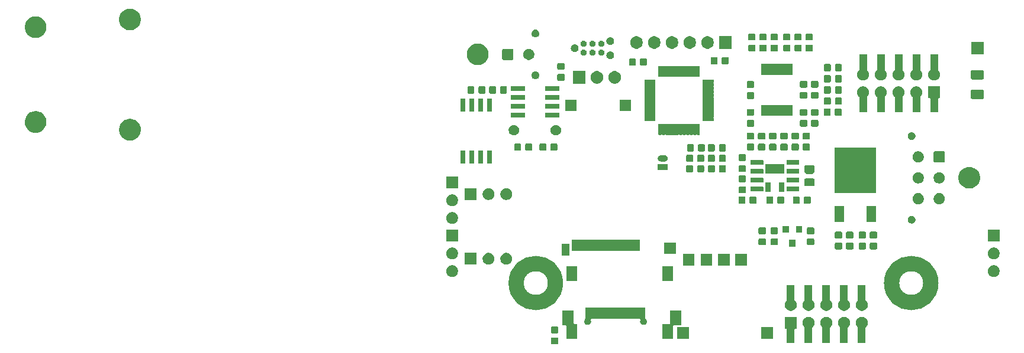
<source format=gbr>
G04 #@! TF.GenerationSoftware,KiCad,Pcbnew,5.1.5+dfsg1-2build2*
G04 #@! TF.CreationDate,2021-11-26T23:02:44+01:00*
G04 #@! TF.ProjectId,mre_addon_v2,6d72655f-6164-4646-9f6e-5f76322e6b69,V2.1*
G04 #@! TF.SameCoordinates,Original*
G04 #@! TF.FileFunction,Soldermask,Top*
G04 #@! TF.FilePolarity,Negative*
%FSLAX46Y46*%
G04 Gerber Fmt 4.6, Leading zero omitted, Abs format (unit mm)*
G04 Created by KiCad (PCBNEW 5.1.5+dfsg1-2build2) date 2021-11-26 23:02:44*
%MOMM*%
%LPD*%
G04 APERTURE LIST*
%ADD10C,2.200000*%
%ADD11C,0.100000*%
G04 APERTURE END LIST*
D10*
X145000000Y-162700000D02*
G75*
G03X145000000Y-162700000I-2800000J0D01*
G01*
X91301785Y-162700000D02*
G75*
G03X91301785Y-162700000I-2801785J0D01*
G01*
D11*
G36*
X91579591Y-170503085D02*
G01*
X91613569Y-170513393D01*
X91644890Y-170530134D01*
X91672339Y-170552661D01*
X91694866Y-170580110D01*
X91711607Y-170611431D01*
X91721915Y-170645409D01*
X91726000Y-170686890D01*
X91726000Y-171288110D01*
X91721915Y-171329591D01*
X91711607Y-171363569D01*
X91694866Y-171394890D01*
X91672339Y-171422339D01*
X91644890Y-171444866D01*
X91613569Y-171461607D01*
X91579591Y-171471915D01*
X91538110Y-171476000D01*
X90861890Y-171476000D01*
X90820409Y-171471915D01*
X90786431Y-171461607D01*
X90755110Y-171444866D01*
X90727661Y-171422339D01*
X90705134Y-171394890D01*
X90688393Y-171363569D01*
X90678085Y-171329591D01*
X90674000Y-171288110D01*
X90674000Y-170686890D01*
X90678085Y-170645409D01*
X90688393Y-170611431D01*
X90705134Y-170580110D01*
X90727661Y-170552661D01*
X90755110Y-170530134D01*
X90786431Y-170513393D01*
X90820409Y-170503085D01*
X90861890Y-170499000D01*
X91538110Y-170499000D01*
X91579591Y-170503085D01*
G37*
G36*
X135381308Y-167560763D02*
G01*
X135536180Y-167624913D01*
X135675561Y-167718045D01*
X135794095Y-167836579D01*
X135887227Y-167975960D01*
X135951377Y-168130832D01*
X135984080Y-168295244D01*
X135984080Y-168462876D01*
X135951377Y-168627288D01*
X135887227Y-168782160D01*
X135794095Y-168921541D01*
X135715606Y-169000030D01*
X135700066Y-169018966D01*
X135688515Y-169040577D01*
X135681402Y-169064026D01*
X135679000Y-169088412D01*
X135679000Y-171257600D01*
X134577000Y-171257600D01*
X134577000Y-169078252D01*
X134574598Y-169053866D01*
X134567485Y-169030417D01*
X134555934Y-169008806D01*
X134540394Y-168989870D01*
X134472065Y-168921541D01*
X134378933Y-168782160D01*
X134314783Y-168627288D01*
X134282080Y-168462876D01*
X134282080Y-168295244D01*
X134314783Y-168130832D01*
X134378933Y-167975960D01*
X134472065Y-167836579D01*
X134590599Y-167718045D01*
X134729980Y-167624913D01*
X134884852Y-167560763D01*
X135049264Y-167528060D01*
X135216896Y-167528060D01*
X135381308Y-167560763D01*
G37*
G36*
X125824080Y-169230060D02*
G01*
X125643999Y-169230060D01*
X125619613Y-169232462D01*
X125596164Y-169239575D01*
X125574553Y-169251126D01*
X125555611Y-169266671D01*
X125540066Y-169285613D01*
X125528515Y-169307224D01*
X125521402Y-169330673D01*
X125519000Y-169355059D01*
X125519000Y-171257600D01*
X124417000Y-171257600D01*
X124417000Y-169355059D01*
X124414598Y-169330673D01*
X124407485Y-169307224D01*
X124395934Y-169285613D01*
X124380389Y-169266671D01*
X124361447Y-169251126D01*
X124339836Y-169239575D01*
X124316387Y-169232462D01*
X124292001Y-169230060D01*
X124122080Y-169230060D01*
X124122080Y-167528060D01*
X125824080Y-167528060D01*
X125824080Y-169230060D01*
G37*
G36*
X127761308Y-167560763D02*
G01*
X127916180Y-167624913D01*
X128055561Y-167718045D01*
X128174095Y-167836579D01*
X128267227Y-167975960D01*
X128331377Y-168130832D01*
X128364080Y-168295244D01*
X128364080Y-168462876D01*
X128331377Y-168627288D01*
X128267227Y-168782160D01*
X128174095Y-168921541D01*
X128095606Y-169000030D01*
X128080066Y-169018966D01*
X128068515Y-169040577D01*
X128061402Y-169064026D01*
X128059000Y-169088412D01*
X128059000Y-171257600D01*
X126957000Y-171257600D01*
X126957000Y-169078252D01*
X126954598Y-169053866D01*
X126947485Y-169030417D01*
X126935934Y-169008806D01*
X126920394Y-168989870D01*
X126852065Y-168921541D01*
X126758933Y-168782160D01*
X126694783Y-168627288D01*
X126662080Y-168462876D01*
X126662080Y-168295244D01*
X126694783Y-168130832D01*
X126758933Y-167975960D01*
X126852065Y-167836579D01*
X126970599Y-167718045D01*
X127109980Y-167624913D01*
X127264852Y-167560763D01*
X127429264Y-167528060D01*
X127596896Y-167528060D01*
X127761308Y-167560763D01*
G37*
G36*
X130301308Y-167560763D02*
G01*
X130456180Y-167624913D01*
X130595561Y-167718045D01*
X130714095Y-167836579D01*
X130807227Y-167975960D01*
X130871377Y-168130832D01*
X130904080Y-168295244D01*
X130904080Y-168462876D01*
X130871377Y-168627288D01*
X130807227Y-168782160D01*
X130714095Y-168921541D01*
X130635606Y-169000030D01*
X130620066Y-169018966D01*
X130608515Y-169040577D01*
X130601402Y-169064026D01*
X130599000Y-169088412D01*
X130599000Y-171257600D01*
X129497000Y-171257600D01*
X129497000Y-169078252D01*
X129494598Y-169053866D01*
X129487485Y-169030417D01*
X129475934Y-169008806D01*
X129460394Y-168989870D01*
X129392065Y-168921541D01*
X129298933Y-168782160D01*
X129234783Y-168627288D01*
X129202080Y-168462876D01*
X129202080Y-168295244D01*
X129234783Y-168130832D01*
X129298933Y-167975960D01*
X129392065Y-167836579D01*
X129510599Y-167718045D01*
X129649980Y-167624913D01*
X129804852Y-167560763D01*
X129969264Y-167528060D01*
X130136896Y-167528060D01*
X130301308Y-167560763D01*
G37*
G36*
X132841308Y-167560763D02*
G01*
X132996180Y-167624913D01*
X133135561Y-167718045D01*
X133254095Y-167836579D01*
X133347227Y-167975960D01*
X133411377Y-168130832D01*
X133444080Y-168295244D01*
X133444080Y-168462876D01*
X133411377Y-168627288D01*
X133347227Y-168782160D01*
X133254095Y-168921541D01*
X133175606Y-169000030D01*
X133160066Y-169018966D01*
X133148515Y-169040577D01*
X133141402Y-169064026D01*
X133139000Y-169088412D01*
X133139000Y-171257600D01*
X132037000Y-171257600D01*
X132037000Y-169078252D01*
X132034598Y-169053866D01*
X132027485Y-169030417D01*
X132015934Y-169008806D01*
X132000394Y-168989870D01*
X131932065Y-168921541D01*
X131838933Y-168782160D01*
X131774783Y-168627288D01*
X131742080Y-168462876D01*
X131742080Y-168295244D01*
X131774783Y-168130832D01*
X131838933Y-167975960D01*
X131932065Y-167836579D01*
X132050599Y-167718045D01*
X132189980Y-167624913D01*
X132344852Y-167560763D01*
X132509264Y-167528060D01*
X132676896Y-167528060D01*
X132841308Y-167560763D01*
G37*
G36*
X110401200Y-170731200D02*
G01*
X108699200Y-170731200D01*
X108699200Y-169029200D01*
X110401200Y-169029200D01*
X110401200Y-170731200D01*
G37*
G36*
X122466200Y-170731200D02*
G01*
X120764200Y-170731200D01*
X120764200Y-169029200D01*
X122466200Y-169029200D01*
X122466200Y-170731200D01*
G37*
G36*
X93927000Y-168459001D02*
G01*
X93929402Y-168483387D01*
X93936515Y-168506836D01*
X93948066Y-168528447D01*
X93963611Y-168547389D01*
X93982553Y-168562934D01*
X94004164Y-168574485D01*
X94027613Y-168581598D01*
X94051999Y-168584000D01*
X94411000Y-168584000D01*
X94411000Y-170686000D01*
X92859000Y-170686000D01*
X92859000Y-168871999D01*
X92856598Y-168847613D01*
X92849485Y-168824164D01*
X92837934Y-168802553D01*
X92822389Y-168783611D01*
X92803447Y-168768066D01*
X92781836Y-168756515D01*
X92758387Y-168749402D01*
X92734001Y-168747000D01*
X92301000Y-168747000D01*
X92301000Y-166613000D01*
X93927000Y-166613000D01*
X93927000Y-168459001D01*
G37*
G36*
X109327000Y-168747000D02*
G01*
X108285999Y-168747000D01*
X108261613Y-168749402D01*
X108238164Y-168756515D01*
X108216553Y-168768066D01*
X108197611Y-168783611D01*
X108182066Y-168802553D01*
X108170515Y-168824164D01*
X108163402Y-168847613D01*
X108161000Y-168871999D01*
X108161000Y-170686000D01*
X106609000Y-170686000D01*
X106609000Y-168584000D01*
X107576001Y-168584000D01*
X107600387Y-168581598D01*
X107623836Y-168574485D01*
X107645447Y-168562934D01*
X107664389Y-168547389D01*
X107679934Y-168528447D01*
X107691485Y-168506836D01*
X107698598Y-168483387D01*
X107701000Y-168459001D01*
X107701000Y-166613000D01*
X109327000Y-166613000D01*
X109327000Y-168747000D01*
G37*
G36*
X91579591Y-168928085D02*
G01*
X91613569Y-168938393D01*
X91644890Y-168955134D01*
X91672339Y-168977661D01*
X91694866Y-169005110D01*
X91711607Y-169036431D01*
X91721915Y-169070409D01*
X91726000Y-169111890D01*
X91726000Y-169713110D01*
X91721915Y-169754591D01*
X91711607Y-169788569D01*
X91694866Y-169819890D01*
X91672339Y-169847339D01*
X91644890Y-169869866D01*
X91613569Y-169886607D01*
X91579591Y-169896915D01*
X91538110Y-169901000D01*
X90861890Y-169901000D01*
X90820409Y-169896915D01*
X90786431Y-169886607D01*
X90755110Y-169869866D01*
X90727661Y-169847339D01*
X90705134Y-169819890D01*
X90688393Y-169788569D01*
X90678085Y-169754591D01*
X90674000Y-169713110D01*
X90674000Y-169111890D01*
X90678085Y-169070409D01*
X90688393Y-169036431D01*
X90705134Y-169005110D01*
X90727661Y-168977661D01*
X90755110Y-168955134D01*
X90786431Y-168938393D01*
X90820409Y-168928085D01*
X90861890Y-168924000D01*
X91538110Y-168924000D01*
X91579591Y-168928085D01*
G37*
G36*
X104161000Y-167709294D02*
G01*
X104163402Y-167733680D01*
X104170515Y-167757129D01*
X104182066Y-167778740D01*
X104197611Y-167797682D01*
X104216550Y-167813224D01*
X104229863Y-167822120D01*
X104298880Y-167891137D01*
X104353107Y-167972293D01*
X104390459Y-168062468D01*
X104409500Y-168158197D01*
X104409500Y-168255803D01*
X104390459Y-168351532D01*
X104353107Y-168441707D01*
X104298880Y-168522863D01*
X104229863Y-168591880D01*
X104148707Y-168646107D01*
X104058532Y-168683459D01*
X103962803Y-168702500D01*
X103865197Y-168702500D01*
X103769468Y-168683459D01*
X103679293Y-168646107D01*
X103598137Y-168591880D01*
X103529120Y-168522863D01*
X103474893Y-168441707D01*
X103437541Y-168351532D01*
X103418500Y-168255803D01*
X103418500Y-168158197D01*
X103437541Y-168062468D01*
X103459760Y-168008826D01*
X103466871Y-167985385D01*
X103469273Y-167960999D01*
X103466871Y-167936613D01*
X103459758Y-167913164D01*
X103448207Y-167891553D01*
X103432661Y-167872611D01*
X103413719Y-167857066D01*
X103392109Y-167845515D01*
X103368660Y-167838402D01*
X103344274Y-167836000D01*
X96483726Y-167836000D01*
X96459340Y-167838402D01*
X96435891Y-167845515D01*
X96414280Y-167857066D01*
X96395338Y-167872611D01*
X96379793Y-167891553D01*
X96368242Y-167913164D01*
X96361129Y-167936613D01*
X96358727Y-167960999D01*
X96361129Y-167985385D01*
X96368240Y-168008826D01*
X96390459Y-168062468D01*
X96409500Y-168158197D01*
X96409500Y-168255803D01*
X96390459Y-168351532D01*
X96353107Y-168441707D01*
X96298880Y-168522863D01*
X96229863Y-168591880D01*
X96148707Y-168646107D01*
X96058532Y-168683459D01*
X95962803Y-168702500D01*
X95865197Y-168702500D01*
X95769468Y-168683459D01*
X95679293Y-168646107D01*
X95598137Y-168591880D01*
X95529120Y-168522863D01*
X95474893Y-168441707D01*
X95437541Y-168351532D01*
X95418500Y-168255803D01*
X95418500Y-168158197D01*
X95437541Y-168062468D01*
X95474893Y-167972293D01*
X95529120Y-167891137D01*
X95534405Y-167883227D01*
X95537934Y-167878927D01*
X95549485Y-167857316D01*
X95556598Y-167833867D01*
X95559000Y-167809481D01*
X95559000Y-166234000D01*
X104161000Y-166234000D01*
X104161000Y-167709294D01*
G37*
G36*
X135679000Y-165129708D02*
G01*
X135681402Y-165154094D01*
X135688515Y-165177543D01*
X135700066Y-165199154D01*
X135715606Y-165218090D01*
X135794095Y-165296579D01*
X135887227Y-165435960D01*
X135951377Y-165590832D01*
X135984080Y-165755244D01*
X135984080Y-165922876D01*
X135951377Y-166087288D01*
X135887227Y-166242160D01*
X135794095Y-166381541D01*
X135675561Y-166500075D01*
X135536180Y-166593207D01*
X135381308Y-166657357D01*
X135216896Y-166690060D01*
X135049264Y-166690060D01*
X134884852Y-166657357D01*
X134729980Y-166593207D01*
X134590599Y-166500075D01*
X134472065Y-166381541D01*
X134378933Y-166242160D01*
X134314783Y-166087288D01*
X134282080Y-165922876D01*
X134282080Y-165755244D01*
X134314783Y-165590832D01*
X134378933Y-165435960D01*
X134472065Y-165296579D01*
X134540394Y-165228250D01*
X134555934Y-165209314D01*
X134567485Y-165187703D01*
X134574598Y-165164254D01*
X134577000Y-165139868D01*
X134577000Y-162955600D01*
X135679000Y-162955600D01*
X135679000Y-165129708D01*
G37*
G36*
X133139000Y-165129708D02*
G01*
X133141402Y-165154094D01*
X133148515Y-165177543D01*
X133160066Y-165199154D01*
X133175606Y-165218090D01*
X133254095Y-165296579D01*
X133347227Y-165435960D01*
X133411377Y-165590832D01*
X133444080Y-165755244D01*
X133444080Y-165922876D01*
X133411377Y-166087288D01*
X133347227Y-166242160D01*
X133254095Y-166381541D01*
X133135561Y-166500075D01*
X132996180Y-166593207D01*
X132841308Y-166657357D01*
X132676896Y-166690060D01*
X132509264Y-166690060D01*
X132344852Y-166657357D01*
X132189980Y-166593207D01*
X132050599Y-166500075D01*
X131932065Y-166381541D01*
X131838933Y-166242160D01*
X131774783Y-166087288D01*
X131742080Y-165922876D01*
X131742080Y-165755244D01*
X131774783Y-165590832D01*
X131838933Y-165435960D01*
X131932065Y-165296579D01*
X132000394Y-165228250D01*
X132015934Y-165209314D01*
X132027485Y-165187703D01*
X132034598Y-165164254D01*
X132037000Y-165139868D01*
X132037000Y-162955600D01*
X133139000Y-162955600D01*
X133139000Y-165129708D01*
G37*
G36*
X130599000Y-165129708D02*
G01*
X130601402Y-165154094D01*
X130608515Y-165177543D01*
X130620066Y-165199154D01*
X130635606Y-165218090D01*
X130714095Y-165296579D01*
X130807227Y-165435960D01*
X130871377Y-165590832D01*
X130904080Y-165755244D01*
X130904080Y-165922876D01*
X130871377Y-166087288D01*
X130807227Y-166242160D01*
X130714095Y-166381541D01*
X130595561Y-166500075D01*
X130456180Y-166593207D01*
X130301308Y-166657357D01*
X130136896Y-166690060D01*
X129969264Y-166690060D01*
X129804852Y-166657357D01*
X129649980Y-166593207D01*
X129510599Y-166500075D01*
X129392065Y-166381541D01*
X129298933Y-166242160D01*
X129234783Y-166087288D01*
X129202080Y-165922876D01*
X129202080Y-165755244D01*
X129234783Y-165590832D01*
X129298933Y-165435960D01*
X129392065Y-165296579D01*
X129460394Y-165228250D01*
X129475934Y-165209314D01*
X129487485Y-165187703D01*
X129494598Y-165164254D01*
X129497000Y-165139868D01*
X129497000Y-162955600D01*
X130599000Y-162955600D01*
X130599000Y-165129708D01*
G37*
G36*
X128059000Y-165129708D02*
G01*
X128061402Y-165154094D01*
X128068515Y-165177543D01*
X128080066Y-165199154D01*
X128095606Y-165218090D01*
X128174095Y-165296579D01*
X128267227Y-165435960D01*
X128331377Y-165590832D01*
X128364080Y-165755244D01*
X128364080Y-165922876D01*
X128331377Y-166087288D01*
X128267227Y-166242160D01*
X128174095Y-166381541D01*
X128055561Y-166500075D01*
X127916180Y-166593207D01*
X127761308Y-166657357D01*
X127596896Y-166690060D01*
X127429264Y-166690060D01*
X127264852Y-166657357D01*
X127109980Y-166593207D01*
X126970599Y-166500075D01*
X126852065Y-166381541D01*
X126758933Y-166242160D01*
X126694783Y-166087288D01*
X126662080Y-165922876D01*
X126662080Y-165755244D01*
X126694783Y-165590832D01*
X126758933Y-165435960D01*
X126852065Y-165296579D01*
X126920394Y-165228250D01*
X126935934Y-165209314D01*
X126947485Y-165187703D01*
X126954598Y-165164254D01*
X126957000Y-165139868D01*
X126957000Y-162955600D01*
X128059000Y-162955600D01*
X128059000Y-165129708D01*
G37*
G36*
X125519000Y-165129708D02*
G01*
X125521402Y-165154094D01*
X125528515Y-165177543D01*
X125540066Y-165199154D01*
X125555606Y-165218090D01*
X125634095Y-165296579D01*
X125727227Y-165435960D01*
X125791377Y-165590832D01*
X125824080Y-165755244D01*
X125824080Y-165922876D01*
X125791377Y-166087288D01*
X125727227Y-166242160D01*
X125634095Y-166381541D01*
X125515561Y-166500075D01*
X125376180Y-166593207D01*
X125221308Y-166657357D01*
X125056896Y-166690060D01*
X124889264Y-166690060D01*
X124724852Y-166657357D01*
X124569980Y-166593207D01*
X124430599Y-166500075D01*
X124312065Y-166381541D01*
X124218933Y-166242160D01*
X124154783Y-166087288D01*
X124122080Y-165922876D01*
X124122080Y-165755244D01*
X124154783Y-165590832D01*
X124218933Y-165435960D01*
X124312065Y-165296579D01*
X124380394Y-165228250D01*
X124395934Y-165209314D01*
X124407485Y-165187703D01*
X124414598Y-165164254D01*
X124417000Y-165139868D01*
X124417000Y-162955600D01*
X125519000Y-162955600D01*
X125519000Y-165129708D01*
G37*
G36*
X94411000Y-162386000D02*
G01*
X92859000Y-162386000D01*
X92859000Y-160284000D01*
X94411000Y-160284000D01*
X94411000Y-162386000D01*
G37*
G36*
X108161000Y-162386000D02*
G01*
X106609000Y-162386000D01*
X106609000Y-160284000D01*
X108161000Y-160284000D01*
X108161000Y-162386000D01*
G37*
G36*
X154248428Y-160171903D02*
G01*
X154403300Y-160236053D01*
X154542681Y-160329185D01*
X154661215Y-160447719D01*
X154754347Y-160587100D01*
X154818497Y-160741972D01*
X154851200Y-160906384D01*
X154851200Y-161074016D01*
X154818497Y-161238428D01*
X154754347Y-161393300D01*
X154661215Y-161532681D01*
X154542681Y-161651215D01*
X154403300Y-161744347D01*
X154248428Y-161808497D01*
X154084016Y-161841200D01*
X153916384Y-161841200D01*
X153751972Y-161808497D01*
X153597100Y-161744347D01*
X153457719Y-161651215D01*
X153339185Y-161532681D01*
X153246053Y-161393300D01*
X153181903Y-161238428D01*
X153149200Y-161074016D01*
X153149200Y-160906384D01*
X153181903Y-160741972D01*
X153246053Y-160587100D01*
X153339185Y-160447719D01*
X153457719Y-160329185D01*
X153597100Y-160236053D01*
X153751972Y-160171903D01*
X153916384Y-160139200D01*
X154084016Y-160139200D01*
X154248428Y-160171903D01*
G37*
G36*
X76778428Y-160171903D02*
G01*
X76933300Y-160236053D01*
X77072681Y-160329185D01*
X77191215Y-160447719D01*
X77284347Y-160587100D01*
X77348497Y-160741972D01*
X77381200Y-160906384D01*
X77381200Y-161074016D01*
X77348497Y-161238428D01*
X77284347Y-161393300D01*
X77191215Y-161532681D01*
X77072681Y-161651215D01*
X76933300Y-161744347D01*
X76778428Y-161808497D01*
X76614016Y-161841200D01*
X76446384Y-161841200D01*
X76281972Y-161808497D01*
X76127100Y-161744347D01*
X75987719Y-161651215D01*
X75869185Y-161532681D01*
X75776053Y-161393300D01*
X75711903Y-161238428D01*
X75679200Y-161074016D01*
X75679200Y-160906384D01*
X75711903Y-160741972D01*
X75776053Y-160587100D01*
X75869185Y-160447719D01*
X75987719Y-160329185D01*
X76127100Y-160236053D01*
X76281972Y-160171903D01*
X76446384Y-160139200D01*
X76614016Y-160139200D01*
X76778428Y-160171903D01*
G37*
G36*
X118751600Y-160211800D02*
G01*
X117049600Y-160211800D01*
X117049600Y-158509800D01*
X118751600Y-158509800D01*
X118751600Y-160211800D01*
G37*
G36*
X116251600Y-160211800D02*
G01*
X114549600Y-160211800D01*
X114549600Y-158509800D01*
X116251600Y-158509800D01*
X116251600Y-160211800D01*
G37*
G36*
X113713600Y-160173800D02*
G01*
X112087600Y-160173800D01*
X112087600Y-158547800D01*
X113713600Y-158547800D01*
X113713600Y-160173800D01*
G37*
G36*
X111213600Y-160173800D02*
G01*
X109587600Y-160173800D01*
X109587600Y-158547800D01*
X111213600Y-158547800D01*
X111213600Y-160173800D01*
G37*
G36*
X80048200Y-160063200D02*
G01*
X78346200Y-160063200D01*
X78346200Y-158361200D01*
X80048200Y-158361200D01*
X80048200Y-160063200D01*
G37*
G36*
X81985428Y-158393903D02*
G01*
X82140300Y-158458053D01*
X82279681Y-158551185D01*
X82398215Y-158669719D01*
X82491347Y-158809100D01*
X82555497Y-158963972D01*
X82588200Y-159128384D01*
X82588200Y-159296016D01*
X82555497Y-159460428D01*
X82491347Y-159615300D01*
X82398215Y-159754681D01*
X82279681Y-159873215D01*
X82140300Y-159966347D01*
X81985428Y-160030497D01*
X81821016Y-160063200D01*
X81653384Y-160063200D01*
X81488972Y-160030497D01*
X81334100Y-159966347D01*
X81194719Y-159873215D01*
X81076185Y-159754681D01*
X80983053Y-159615300D01*
X80918903Y-159460428D01*
X80886200Y-159296016D01*
X80886200Y-159128384D01*
X80918903Y-158963972D01*
X80983053Y-158809100D01*
X81076185Y-158669719D01*
X81194719Y-158551185D01*
X81334100Y-158458053D01*
X81488972Y-158393903D01*
X81653384Y-158361200D01*
X81821016Y-158361200D01*
X81985428Y-158393903D01*
G37*
G36*
X84525428Y-158393903D02*
G01*
X84680300Y-158458053D01*
X84819681Y-158551185D01*
X84938215Y-158669719D01*
X85031347Y-158809100D01*
X85095497Y-158963972D01*
X85128200Y-159128384D01*
X85128200Y-159296016D01*
X85095497Y-159460428D01*
X85031347Y-159615300D01*
X84938215Y-159754681D01*
X84819681Y-159873215D01*
X84680300Y-159966347D01*
X84525428Y-160030497D01*
X84361016Y-160063200D01*
X84193384Y-160063200D01*
X84028972Y-160030497D01*
X83874100Y-159966347D01*
X83734719Y-159873215D01*
X83616185Y-159754681D01*
X83523053Y-159615300D01*
X83458903Y-159460428D01*
X83426200Y-159296016D01*
X83426200Y-159128384D01*
X83458903Y-158963972D01*
X83523053Y-158809100D01*
X83616185Y-158669719D01*
X83734719Y-158551185D01*
X83874100Y-158458053D01*
X84028972Y-158393903D01*
X84193384Y-158361200D01*
X84361016Y-158361200D01*
X84525428Y-158393903D01*
G37*
G36*
X76778428Y-157631903D02*
G01*
X76933300Y-157696053D01*
X77072681Y-157789185D01*
X77191215Y-157907719D01*
X77284347Y-158047100D01*
X77348497Y-158201972D01*
X77381200Y-158366384D01*
X77381200Y-158534016D01*
X77348497Y-158698428D01*
X77284347Y-158853300D01*
X77191215Y-158992681D01*
X77072681Y-159111215D01*
X76933300Y-159204347D01*
X76778428Y-159268497D01*
X76614016Y-159301200D01*
X76446384Y-159301200D01*
X76281972Y-159268497D01*
X76127100Y-159204347D01*
X75987719Y-159111215D01*
X75869185Y-158992681D01*
X75776053Y-158853300D01*
X75711903Y-158698428D01*
X75679200Y-158534016D01*
X75679200Y-158366384D01*
X75711903Y-158201972D01*
X75776053Y-158047100D01*
X75869185Y-157907719D01*
X75987719Y-157789185D01*
X76127100Y-157696053D01*
X76281972Y-157631903D01*
X76446384Y-157599200D01*
X76614016Y-157599200D01*
X76778428Y-157631903D01*
G37*
G36*
X154248428Y-157631903D02*
G01*
X154403300Y-157696053D01*
X154542681Y-157789185D01*
X154661215Y-157907719D01*
X154754347Y-158047100D01*
X154818497Y-158201972D01*
X154851200Y-158366384D01*
X154851200Y-158534016D01*
X154818497Y-158698428D01*
X154754347Y-158853300D01*
X154661215Y-158992681D01*
X154542681Y-159111215D01*
X154403300Y-159204347D01*
X154248428Y-159268497D01*
X154084016Y-159301200D01*
X153916384Y-159301200D01*
X153751972Y-159268497D01*
X153597100Y-159204347D01*
X153457719Y-159111215D01*
X153339185Y-158992681D01*
X153246053Y-158853300D01*
X153181903Y-158698428D01*
X153149200Y-158534016D01*
X153149200Y-158366384D01*
X153181903Y-158201972D01*
X153246053Y-158047100D01*
X153339185Y-157907719D01*
X153457719Y-157789185D01*
X153597100Y-157696053D01*
X153751972Y-157631903D01*
X153916384Y-157599200D01*
X154084016Y-157599200D01*
X154248428Y-157631903D01*
G37*
G36*
X93327000Y-158720000D02*
G01*
X92209000Y-158720000D01*
X92209000Y-157094000D01*
X93327000Y-157094000D01*
X93327000Y-158720000D01*
G37*
G36*
X108508000Y-158512000D02*
G01*
X106882000Y-158512000D01*
X106882000Y-156886000D01*
X108508000Y-156886000D01*
X108508000Y-158512000D01*
G37*
G36*
X103346000Y-158120000D02*
G01*
X93682000Y-158120000D01*
X93682000Y-156494000D01*
X103346000Y-156494000D01*
X103346000Y-158120000D01*
G37*
G36*
X132179591Y-156903085D02*
G01*
X132213569Y-156913393D01*
X132244890Y-156930134D01*
X132272339Y-156952661D01*
X132294866Y-156980110D01*
X132311607Y-157011431D01*
X132321915Y-157045409D01*
X132326000Y-157086890D01*
X132326000Y-157688110D01*
X132321915Y-157729591D01*
X132311607Y-157763569D01*
X132294866Y-157794890D01*
X132272339Y-157822339D01*
X132244890Y-157844866D01*
X132213569Y-157861607D01*
X132179591Y-157871915D01*
X132138110Y-157876000D01*
X131461890Y-157876000D01*
X131420409Y-157871915D01*
X131386431Y-157861607D01*
X131355110Y-157844866D01*
X131327661Y-157822339D01*
X131305134Y-157794890D01*
X131288393Y-157763569D01*
X131278085Y-157729591D01*
X131274000Y-157688110D01*
X131274000Y-157086890D01*
X131278085Y-157045409D01*
X131288393Y-157011431D01*
X131305134Y-156980110D01*
X131327661Y-156952661D01*
X131355110Y-156930134D01*
X131386431Y-156913393D01*
X131420409Y-156903085D01*
X131461890Y-156899000D01*
X132138110Y-156899000D01*
X132179591Y-156903085D01*
G37*
G36*
X135579591Y-156903085D02*
G01*
X135613569Y-156913393D01*
X135644890Y-156930134D01*
X135672339Y-156952661D01*
X135694866Y-156980110D01*
X135711607Y-157011431D01*
X135721915Y-157045409D01*
X135726000Y-157086890D01*
X135726000Y-157688110D01*
X135721915Y-157729591D01*
X135711607Y-157763569D01*
X135694866Y-157794890D01*
X135672339Y-157822339D01*
X135644890Y-157844866D01*
X135613569Y-157861607D01*
X135579591Y-157871915D01*
X135538110Y-157876000D01*
X134861890Y-157876000D01*
X134820409Y-157871915D01*
X134786431Y-157861607D01*
X134755110Y-157844866D01*
X134727661Y-157822339D01*
X134705134Y-157794890D01*
X134688393Y-157763569D01*
X134678085Y-157729591D01*
X134674000Y-157688110D01*
X134674000Y-157086890D01*
X134678085Y-157045409D01*
X134688393Y-157011431D01*
X134705134Y-156980110D01*
X134727661Y-156952661D01*
X134755110Y-156930134D01*
X134786431Y-156913393D01*
X134820409Y-156903085D01*
X134861890Y-156899000D01*
X135538110Y-156899000D01*
X135579591Y-156903085D01*
G37*
G36*
X137179591Y-156903085D02*
G01*
X137213569Y-156913393D01*
X137244890Y-156930134D01*
X137272339Y-156952661D01*
X137294866Y-156980110D01*
X137311607Y-157011431D01*
X137321915Y-157045409D01*
X137326000Y-157086890D01*
X137326000Y-157688110D01*
X137321915Y-157729591D01*
X137311607Y-157763569D01*
X137294866Y-157794890D01*
X137272339Y-157822339D01*
X137244890Y-157844866D01*
X137213569Y-157861607D01*
X137179591Y-157871915D01*
X137138110Y-157876000D01*
X136461890Y-157876000D01*
X136420409Y-157871915D01*
X136386431Y-157861607D01*
X136355110Y-157844866D01*
X136327661Y-157822339D01*
X136305134Y-157794890D01*
X136288393Y-157763569D01*
X136278085Y-157729591D01*
X136274000Y-157688110D01*
X136274000Y-157086890D01*
X136278085Y-157045409D01*
X136288393Y-157011431D01*
X136305134Y-156980110D01*
X136327661Y-156952661D01*
X136355110Y-156930134D01*
X136386431Y-156913393D01*
X136420409Y-156903085D01*
X136461890Y-156899000D01*
X137138110Y-156899000D01*
X137179591Y-156903085D01*
G37*
G36*
X133779591Y-156903085D02*
G01*
X133813569Y-156913393D01*
X133844890Y-156930134D01*
X133872339Y-156952661D01*
X133894866Y-156980110D01*
X133911607Y-157011431D01*
X133921915Y-157045409D01*
X133926000Y-157086890D01*
X133926000Y-157688110D01*
X133921915Y-157729591D01*
X133911607Y-157763569D01*
X133894866Y-157794890D01*
X133872339Y-157822339D01*
X133844890Y-157844866D01*
X133813569Y-157861607D01*
X133779591Y-157871915D01*
X133738110Y-157876000D01*
X133061890Y-157876000D01*
X133020409Y-157871915D01*
X132986431Y-157861607D01*
X132955110Y-157844866D01*
X132927661Y-157822339D01*
X132905134Y-157794890D01*
X132888393Y-157763569D01*
X132878085Y-157729591D01*
X132874000Y-157688110D01*
X132874000Y-157086890D01*
X132878085Y-157045409D01*
X132888393Y-157011431D01*
X132905134Y-156980110D01*
X132927661Y-156952661D01*
X132955110Y-156930134D01*
X132986431Y-156913393D01*
X133020409Y-156903085D01*
X133061890Y-156899000D01*
X133738110Y-156899000D01*
X133779591Y-156903085D01*
G37*
G36*
X125651000Y-157501000D02*
G01*
X124749000Y-157501000D01*
X124749000Y-156499000D01*
X125651000Y-156499000D01*
X125651000Y-157501000D01*
G37*
G36*
X128179591Y-156303085D02*
G01*
X128213569Y-156313393D01*
X128244890Y-156330134D01*
X128272339Y-156352661D01*
X128294866Y-156380110D01*
X128311607Y-156411431D01*
X128321915Y-156445409D01*
X128326000Y-156486890D01*
X128326000Y-157088110D01*
X128321915Y-157129591D01*
X128311607Y-157163569D01*
X128294866Y-157194890D01*
X128272339Y-157222339D01*
X128244890Y-157244866D01*
X128213569Y-157261607D01*
X128179591Y-157271915D01*
X128138110Y-157276000D01*
X127461890Y-157276000D01*
X127420409Y-157271915D01*
X127386431Y-157261607D01*
X127355110Y-157244866D01*
X127327661Y-157222339D01*
X127305134Y-157194890D01*
X127288393Y-157163569D01*
X127278085Y-157129591D01*
X127274000Y-157088110D01*
X127274000Y-156486890D01*
X127278085Y-156445409D01*
X127288393Y-156411431D01*
X127305134Y-156380110D01*
X127327661Y-156352661D01*
X127355110Y-156330134D01*
X127386431Y-156313393D01*
X127420409Y-156303085D01*
X127461890Y-156299000D01*
X128138110Y-156299000D01*
X128179591Y-156303085D01*
G37*
G36*
X122991791Y-156297185D02*
G01*
X123025769Y-156307493D01*
X123057090Y-156324234D01*
X123084539Y-156346761D01*
X123107066Y-156374210D01*
X123123807Y-156405531D01*
X123134115Y-156439509D01*
X123138200Y-156480990D01*
X123138200Y-157082210D01*
X123134115Y-157123691D01*
X123123807Y-157157669D01*
X123107066Y-157188990D01*
X123084539Y-157216439D01*
X123057090Y-157238966D01*
X123025769Y-157255707D01*
X122991791Y-157266015D01*
X122950310Y-157270100D01*
X122274090Y-157270100D01*
X122232609Y-157266015D01*
X122198631Y-157255707D01*
X122167310Y-157238966D01*
X122139861Y-157216439D01*
X122117334Y-157188990D01*
X122100593Y-157157669D01*
X122090285Y-157123691D01*
X122086200Y-157082210D01*
X122086200Y-156480990D01*
X122090285Y-156439509D01*
X122100593Y-156405531D01*
X122117334Y-156374210D01*
X122139861Y-156346761D01*
X122167310Y-156324234D01*
X122198631Y-156307493D01*
X122232609Y-156297185D01*
X122274090Y-156293100D01*
X122950310Y-156293100D01*
X122991791Y-156297185D01*
G37*
G36*
X121264591Y-156297085D02*
G01*
X121298569Y-156307393D01*
X121329890Y-156324134D01*
X121357339Y-156346661D01*
X121379866Y-156374110D01*
X121396607Y-156405431D01*
X121406915Y-156439409D01*
X121411000Y-156480890D01*
X121411000Y-157082110D01*
X121406915Y-157123591D01*
X121396607Y-157157569D01*
X121379866Y-157188890D01*
X121357339Y-157216339D01*
X121329890Y-157238866D01*
X121298569Y-157255607D01*
X121264591Y-157265915D01*
X121223110Y-157270000D01*
X120546890Y-157270000D01*
X120505409Y-157265915D01*
X120471431Y-157255607D01*
X120440110Y-157238866D01*
X120412661Y-157216339D01*
X120390134Y-157188890D01*
X120373393Y-157157569D01*
X120363085Y-157123591D01*
X120359000Y-157082110D01*
X120359000Y-156480890D01*
X120363085Y-156439409D01*
X120373393Y-156405431D01*
X120390134Y-156374110D01*
X120412661Y-156346661D01*
X120440110Y-156324134D01*
X120471431Y-156307393D01*
X120505409Y-156297085D01*
X120546890Y-156293000D01*
X121223110Y-156293000D01*
X121264591Y-156297085D01*
G37*
G36*
X77381200Y-156761200D02*
G01*
X75679200Y-156761200D01*
X75679200Y-155059200D01*
X77381200Y-155059200D01*
X77381200Y-156761200D01*
G37*
G36*
X154851200Y-156761200D02*
G01*
X153149200Y-156761200D01*
X153149200Y-155059200D01*
X154851200Y-155059200D01*
X154851200Y-156761200D01*
G37*
G36*
X132179591Y-155328085D02*
G01*
X132213569Y-155338393D01*
X132244890Y-155355134D01*
X132272339Y-155377661D01*
X132294866Y-155405110D01*
X132311607Y-155436431D01*
X132321915Y-155470409D01*
X132326000Y-155511890D01*
X132326000Y-156113110D01*
X132321915Y-156154591D01*
X132311607Y-156188569D01*
X132294866Y-156219890D01*
X132272339Y-156247339D01*
X132244890Y-156269866D01*
X132213569Y-156286607D01*
X132179591Y-156296915D01*
X132138110Y-156301000D01*
X131461890Y-156301000D01*
X131420409Y-156296915D01*
X131386431Y-156286607D01*
X131355110Y-156269866D01*
X131327661Y-156247339D01*
X131305134Y-156219890D01*
X131288393Y-156188569D01*
X131278085Y-156154591D01*
X131274000Y-156113110D01*
X131274000Y-155511890D01*
X131278085Y-155470409D01*
X131288393Y-155436431D01*
X131305134Y-155405110D01*
X131327661Y-155377661D01*
X131355110Y-155355134D01*
X131386431Y-155338393D01*
X131420409Y-155328085D01*
X131461890Y-155324000D01*
X132138110Y-155324000D01*
X132179591Y-155328085D01*
G37*
G36*
X137179591Y-155328085D02*
G01*
X137213569Y-155338393D01*
X137244890Y-155355134D01*
X137272339Y-155377661D01*
X137294866Y-155405110D01*
X137311607Y-155436431D01*
X137321915Y-155470409D01*
X137326000Y-155511890D01*
X137326000Y-156113110D01*
X137321915Y-156154591D01*
X137311607Y-156188569D01*
X137294866Y-156219890D01*
X137272339Y-156247339D01*
X137244890Y-156269866D01*
X137213569Y-156286607D01*
X137179591Y-156296915D01*
X137138110Y-156301000D01*
X136461890Y-156301000D01*
X136420409Y-156296915D01*
X136386431Y-156286607D01*
X136355110Y-156269866D01*
X136327661Y-156247339D01*
X136305134Y-156219890D01*
X136288393Y-156188569D01*
X136278085Y-156154591D01*
X136274000Y-156113110D01*
X136274000Y-155511890D01*
X136278085Y-155470409D01*
X136288393Y-155436431D01*
X136305134Y-155405110D01*
X136327661Y-155377661D01*
X136355110Y-155355134D01*
X136386431Y-155338393D01*
X136420409Y-155328085D01*
X136461890Y-155324000D01*
X137138110Y-155324000D01*
X137179591Y-155328085D01*
G37*
G36*
X135579591Y-155328085D02*
G01*
X135613569Y-155338393D01*
X135644890Y-155355134D01*
X135672339Y-155377661D01*
X135694866Y-155405110D01*
X135711607Y-155436431D01*
X135721915Y-155470409D01*
X135726000Y-155511890D01*
X135726000Y-156113110D01*
X135721915Y-156154591D01*
X135711607Y-156188569D01*
X135694866Y-156219890D01*
X135672339Y-156247339D01*
X135644890Y-156269866D01*
X135613569Y-156286607D01*
X135579591Y-156296915D01*
X135538110Y-156301000D01*
X134861890Y-156301000D01*
X134820409Y-156296915D01*
X134786431Y-156286607D01*
X134755110Y-156269866D01*
X134727661Y-156247339D01*
X134705134Y-156219890D01*
X134688393Y-156188569D01*
X134678085Y-156154591D01*
X134674000Y-156113110D01*
X134674000Y-155511890D01*
X134678085Y-155470409D01*
X134688393Y-155436431D01*
X134705134Y-155405110D01*
X134727661Y-155377661D01*
X134755110Y-155355134D01*
X134786431Y-155338393D01*
X134820409Y-155328085D01*
X134861890Y-155324000D01*
X135538110Y-155324000D01*
X135579591Y-155328085D01*
G37*
G36*
X133779591Y-155328085D02*
G01*
X133813569Y-155338393D01*
X133844890Y-155355134D01*
X133872339Y-155377661D01*
X133894866Y-155405110D01*
X133911607Y-155436431D01*
X133921915Y-155470409D01*
X133926000Y-155511890D01*
X133926000Y-156113110D01*
X133921915Y-156154591D01*
X133911607Y-156188569D01*
X133894866Y-156219890D01*
X133872339Y-156247339D01*
X133844890Y-156269866D01*
X133813569Y-156286607D01*
X133779591Y-156296915D01*
X133738110Y-156301000D01*
X133061890Y-156301000D01*
X133020409Y-156296915D01*
X132986431Y-156286607D01*
X132955110Y-156269866D01*
X132927661Y-156247339D01*
X132905134Y-156219890D01*
X132888393Y-156188569D01*
X132878085Y-156154591D01*
X132874000Y-156113110D01*
X132874000Y-155511890D01*
X132878085Y-155470409D01*
X132888393Y-155436431D01*
X132905134Y-155405110D01*
X132927661Y-155377661D01*
X132955110Y-155355134D01*
X132986431Y-155338393D01*
X133020409Y-155328085D01*
X133061890Y-155324000D01*
X133738110Y-155324000D01*
X133779591Y-155328085D01*
G37*
G36*
X128179591Y-154728085D02*
G01*
X128213569Y-154738393D01*
X128244890Y-154755134D01*
X128272339Y-154777661D01*
X128294866Y-154805110D01*
X128311607Y-154836431D01*
X128321915Y-154870409D01*
X128326000Y-154911890D01*
X128326000Y-155513110D01*
X128321915Y-155554591D01*
X128311607Y-155588569D01*
X128294866Y-155619890D01*
X128272339Y-155647339D01*
X128244890Y-155669866D01*
X128213569Y-155686607D01*
X128179591Y-155696915D01*
X128138110Y-155701000D01*
X127461890Y-155701000D01*
X127420409Y-155696915D01*
X127386431Y-155686607D01*
X127355110Y-155669866D01*
X127327661Y-155647339D01*
X127305134Y-155619890D01*
X127288393Y-155588569D01*
X127278085Y-155554591D01*
X127274000Y-155513110D01*
X127274000Y-154911890D01*
X127278085Y-154870409D01*
X127288393Y-154836431D01*
X127305134Y-154805110D01*
X127327661Y-154777661D01*
X127355110Y-154755134D01*
X127386431Y-154738393D01*
X127420409Y-154728085D01*
X127461890Y-154724000D01*
X128138110Y-154724000D01*
X128179591Y-154728085D01*
G37*
G36*
X122991791Y-154722185D02*
G01*
X123025769Y-154732493D01*
X123057090Y-154749234D01*
X123084539Y-154771761D01*
X123107066Y-154799210D01*
X123123807Y-154830531D01*
X123134115Y-154864509D01*
X123138200Y-154905990D01*
X123138200Y-155507210D01*
X123134115Y-155548691D01*
X123123807Y-155582669D01*
X123107066Y-155613990D01*
X123084539Y-155641439D01*
X123057090Y-155663966D01*
X123025769Y-155680707D01*
X122991791Y-155691015D01*
X122950310Y-155695100D01*
X122274090Y-155695100D01*
X122232609Y-155691015D01*
X122198631Y-155680707D01*
X122167310Y-155663966D01*
X122139861Y-155641439D01*
X122117334Y-155613990D01*
X122100593Y-155582669D01*
X122090285Y-155548691D01*
X122086200Y-155507210D01*
X122086200Y-154905990D01*
X122090285Y-154864509D01*
X122100593Y-154830531D01*
X122117334Y-154799210D01*
X122139861Y-154771761D01*
X122167310Y-154749234D01*
X122198631Y-154732493D01*
X122232609Y-154722185D01*
X122274090Y-154718100D01*
X122950310Y-154718100D01*
X122991791Y-154722185D01*
G37*
G36*
X121264591Y-154722085D02*
G01*
X121298569Y-154732393D01*
X121329890Y-154749134D01*
X121357339Y-154771661D01*
X121379866Y-154799110D01*
X121396607Y-154830431D01*
X121406915Y-154864409D01*
X121411000Y-154905890D01*
X121411000Y-155507110D01*
X121406915Y-155548591D01*
X121396607Y-155582569D01*
X121379866Y-155613890D01*
X121357339Y-155641339D01*
X121329890Y-155663866D01*
X121298569Y-155680607D01*
X121264591Y-155690915D01*
X121223110Y-155695000D01*
X120546890Y-155695000D01*
X120505409Y-155690915D01*
X120471431Y-155680607D01*
X120440110Y-155663866D01*
X120412661Y-155641339D01*
X120390134Y-155613890D01*
X120373393Y-155582569D01*
X120363085Y-155548591D01*
X120359000Y-155507110D01*
X120359000Y-154905890D01*
X120363085Y-154864409D01*
X120373393Y-154830431D01*
X120390134Y-154799110D01*
X120412661Y-154771661D01*
X120440110Y-154749134D01*
X120471431Y-154732393D01*
X120505409Y-154722085D01*
X120546890Y-154718000D01*
X121223110Y-154718000D01*
X121264591Y-154722085D01*
G37*
G36*
X124701000Y-155501000D02*
G01*
X123799000Y-155501000D01*
X123799000Y-154499000D01*
X124701000Y-154499000D01*
X124701000Y-155501000D01*
G37*
G36*
X126601000Y-155501000D02*
G01*
X125699000Y-155501000D01*
X125699000Y-154499000D01*
X126601000Y-154499000D01*
X126601000Y-155501000D01*
G37*
G36*
X76778428Y-152551903D02*
G01*
X76933300Y-152616053D01*
X77072681Y-152709185D01*
X77191215Y-152827719D01*
X77284347Y-152967100D01*
X77348497Y-153121972D01*
X77381200Y-153286384D01*
X77381200Y-153454016D01*
X77348497Y-153618428D01*
X77284347Y-153773300D01*
X77191215Y-153912681D01*
X77072681Y-154031215D01*
X76933300Y-154124347D01*
X76778428Y-154188497D01*
X76614016Y-154221200D01*
X76446384Y-154221200D01*
X76281972Y-154188497D01*
X76127100Y-154124347D01*
X75987719Y-154031215D01*
X75869185Y-153912681D01*
X75776053Y-153773300D01*
X75711903Y-153618428D01*
X75679200Y-153454016D01*
X75679200Y-153286384D01*
X75711903Y-153121972D01*
X75776053Y-152967100D01*
X75869185Y-152827719D01*
X75987719Y-152709185D01*
X76127100Y-152616053D01*
X76281972Y-152551903D01*
X76446384Y-152519200D01*
X76614016Y-152519200D01*
X76778428Y-152551903D01*
G37*
G36*
X142420721Y-153070174D02*
G01*
X142520995Y-153111709D01*
X142565812Y-153141655D01*
X142611242Y-153172010D01*
X142687990Y-153248758D01*
X142687991Y-153248760D01*
X142748291Y-153339005D01*
X142789826Y-153439279D01*
X142811000Y-153545730D01*
X142811000Y-153654270D01*
X142789826Y-153760721D01*
X142748291Y-153860995D01*
X142748290Y-153860996D01*
X142687990Y-153951242D01*
X142611242Y-154027990D01*
X142606415Y-154031215D01*
X142520995Y-154088291D01*
X142420721Y-154129826D01*
X142314270Y-154151000D01*
X142205730Y-154151000D01*
X142099279Y-154129826D01*
X141999005Y-154088291D01*
X141913585Y-154031215D01*
X141908758Y-154027990D01*
X141832010Y-153951242D01*
X141771710Y-153860996D01*
X141771709Y-153860995D01*
X141730174Y-153760721D01*
X141709000Y-153654270D01*
X141709000Y-153545730D01*
X141730174Y-153439279D01*
X141771709Y-153339005D01*
X141832009Y-153248760D01*
X141832010Y-153248758D01*
X141908758Y-153172010D01*
X141954188Y-153141655D01*
X141999005Y-153111709D01*
X142099279Y-153070174D01*
X142205730Y-153049000D01*
X142314270Y-153049000D01*
X142420721Y-153070174D01*
G37*
G36*
X137131000Y-153951000D02*
G01*
X135829000Y-153951000D01*
X135829000Y-151649000D01*
X137131000Y-151649000D01*
X137131000Y-153951000D01*
G37*
G36*
X132571000Y-153951000D02*
G01*
X131269000Y-153951000D01*
X131269000Y-151649000D01*
X132571000Y-151649000D01*
X132571000Y-153951000D01*
G37*
G36*
X76778428Y-150011903D02*
G01*
X76933300Y-150076053D01*
X77072681Y-150169185D01*
X77191215Y-150287719D01*
X77284347Y-150427100D01*
X77348497Y-150581972D01*
X77381200Y-150746384D01*
X77381200Y-150914016D01*
X77348497Y-151078428D01*
X77284347Y-151233300D01*
X77191215Y-151372681D01*
X77072681Y-151491215D01*
X76933300Y-151584347D01*
X76778428Y-151648497D01*
X76614016Y-151681200D01*
X76446384Y-151681200D01*
X76281972Y-151648497D01*
X76127100Y-151584347D01*
X75987719Y-151491215D01*
X75869185Y-151372681D01*
X75776053Y-151233300D01*
X75711903Y-151078428D01*
X75679200Y-150914016D01*
X75679200Y-150746384D01*
X75711903Y-150581972D01*
X75776053Y-150427100D01*
X75869185Y-150287719D01*
X75987719Y-150169185D01*
X76127100Y-150076053D01*
X76281972Y-150011903D01*
X76446384Y-149979200D01*
X76614016Y-149979200D01*
X76778428Y-150011903D01*
G37*
G36*
X143433642Y-149829781D02*
G01*
X143579414Y-149890162D01*
X143579416Y-149890163D01*
X143710608Y-149977822D01*
X143822178Y-150089392D01*
X143889019Y-150189428D01*
X143909838Y-150220586D01*
X143970219Y-150366358D01*
X144001000Y-150521107D01*
X144001000Y-150678893D01*
X143970219Y-150833642D01*
X143909838Y-150979414D01*
X143909837Y-150979416D01*
X143822178Y-151110608D01*
X143710608Y-151222178D01*
X143579416Y-151309837D01*
X143579415Y-151309838D01*
X143579414Y-151309838D01*
X143433642Y-151370219D01*
X143278893Y-151401000D01*
X143121107Y-151401000D01*
X142966358Y-151370219D01*
X142820586Y-151309838D01*
X142820585Y-151309838D01*
X142820584Y-151309837D01*
X142689392Y-151222178D01*
X142577822Y-151110608D01*
X142490163Y-150979416D01*
X142490162Y-150979414D01*
X142429781Y-150833642D01*
X142399000Y-150678893D01*
X142399000Y-150521107D01*
X142429781Y-150366358D01*
X142490162Y-150220586D01*
X142510981Y-150189428D01*
X142577822Y-150089392D01*
X142689392Y-149977822D01*
X142820584Y-149890163D01*
X142820586Y-149890162D01*
X142966358Y-149829781D01*
X143121107Y-149799000D01*
X143278893Y-149799000D01*
X143433642Y-149829781D01*
G37*
G36*
X146433642Y-149829781D02*
G01*
X146579414Y-149890162D01*
X146579416Y-149890163D01*
X146710608Y-149977822D01*
X146822178Y-150089392D01*
X146889019Y-150189428D01*
X146909838Y-150220586D01*
X146970219Y-150366358D01*
X147001000Y-150521107D01*
X147001000Y-150678893D01*
X146970219Y-150833642D01*
X146909838Y-150979414D01*
X146909837Y-150979416D01*
X146822178Y-151110608D01*
X146710608Y-151222178D01*
X146579416Y-151309837D01*
X146579415Y-151309838D01*
X146579414Y-151309838D01*
X146433642Y-151370219D01*
X146278893Y-151401000D01*
X146121107Y-151401000D01*
X145966358Y-151370219D01*
X145820586Y-151309838D01*
X145820585Y-151309838D01*
X145820584Y-151309837D01*
X145689392Y-151222178D01*
X145577822Y-151110608D01*
X145490163Y-150979416D01*
X145490162Y-150979414D01*
X145429781Y-150833642D01*
X145399000Y-150678893D01*
X145399000Y-150521107D01*
X145429781Y-150366358D01*
X145490162Y-150220586D01*
X145510981Y-150189428D01*
X145577822Y-150089392D01*
X145689392Y-149977822D01*
X145820584Y-149890163D01*
X145820586Y-149890162D01*
X145966358Y-149829781D01*
X146121107Y-149799000D01*
X146278893Y-149799000D01*
X146433642Y-149829781D01*
G37*
G36*
X123879591Y-150278085D02*
G01*
X123913569Y-150288393D01*
X123944890Y-150305134D01*
X123972339Y-150327661D01*
X123994866Y-150355110D01*
X124011607Y-150386431D01*
X124021915Y-150420409D01*
X124026000Y-150461890D01*
X124026000Y-151138110D01*
X124021915Y-151179591D01*
X124011607Y-151213569D01*
X123994866Y-151244890D01*
X123972339Y-151272339D01*
X123944890Y-151294866D01*
X123913569Y-151311607D01*
X123879591Y-151321915D01*
X123838110Y-151326000D01*
X123236890Y-151326000D01*
X123195409Y-151321915D01*
X123161431Y-151311607D01*
X123130110Y-151294866D01*
X123102661Y-151272339D01*
X123080134Y-151244890D01*
X123063393Y-151213569D01*
X123053085Y-151179591D01*
X123049000Y-151138110D01*
X123049000Y-150461890D01*
X123053085Y-150420409D01*
X123063393Y-150386431D01*
X123080134Y-150355110D01*
X123102661Y-150327661D01*
X123130110Y-150305134D01*
X123161431Y-150288393D01*
X123195409Y-150278085D01*
X123236890Y-150274000D01*
X123838110Y-150274000D01*
X123879591Y-150278085D01*
G37*
G36*
X127679591Y-150278085D02*
G01*
X127713569Y-150288393D01*
X127744890Y-150305134D01*
X127772339Y-150327661D01*
X127794866Y-150355110D01*
X127811607Y-150386431D01*
X127821915Y-150420409D01*
X127826000Y-150461890D01*
X127826000Y-151138110D01*
X127821915Y-151179591D01*
X127811607Y-151213569D01*
X127794866Y-151244890D01*
X127772339Y-151272339D01*
X127744890Y-151294866D01*
X127713569Y-151311607D01*
X127679591Y-151321915D01*
X127638110Y-151326000D01*
X127036890Y-151326000D01*
X126995409Y-151321915D01*
X126961431Y-151311607D01*
X126930110Y-151294866D01*
X126902661Y-151272339D01*
X126880134Y-151244890D01*
X126863393Y-151213569D01*
X126853085Y-151179591D01*
X126849000Y-151138110D01*
X126849000Y-150461890D01*
X126853085Y-150420409D01*
X126863393Y-150386431D01*
X126880134Y-150355110D01*
X126902661Y-150327661D01*
X126930110Y-150305134D01*
X126961431Y-150288393D01*
X126995409Y-150278085D01*
X127036890Y-150274000D01*
X127638110Y-150274000D01*
X127679591Y-150278085D01*
G37*
G36*
X126104591Y-150278085D02*
G01*
X126138569Y-150288393D01*
X126169890Y-150305134D01*
X126197339Y-150327661D01*
X126219866Y-150355110D01*
X126236607Y-150386431D01*
X126246915Y-150420409D01*
X126251000Y-150461890D01*
X126251000Y-151138110D01*
X126246915Y-151179591D01*
X126236607Y-151213569D01*
X126219866Y-151244890D01*
X126197339Y-151272339D01*
X126169890Y-151294866D01*
X126138569Y-151311607D01*
X126104591Y-151321915D01*
X126063110Y-151326000D01*
X125461890Y-151326000D01*
X125420409Y-151321915D01*
X125386431Y-151311607D01*
X125355110Y-151294866D01*
X125327661Y-151272339D01*
X125305134Y-151244890D01*
X125288393Y-151213569D01*
X125278085Y-151179591D01*
X125274000Y-151138110D01*
X125274000Y-150461890D01*
X125278085Y-150420409D01*
X125288393Y-150386431D01*
X125305134Y-150355110D01*
X125327661Y-150327661D01*
X125355110Y-150305134D01*
X125386431Y-150288393D01*
X125420409Y-150278085D01*
X125461890Y-150274000D01*
X126063110Y-150274000D01*
X126104591Y-150278085D01*
G37*
G36*
X119917091Y-150278085D02*
G01*
X119951069Y-150288393D01*
X119982390Y-150305134D01*
X120009839Y-150327661D01*
X120032366Y-150355110D01*
X120049107Y-150386431D01*
X120059415Y-150420409D01*
X120063500Y-150461890D01*
X120063500Y-151138110D01*
X120059415Y-151179591D01*
X120049107Y-151213569D01*
X120032366Y-151244890D01*
X120009839Y-151272339D01*
X119982390Y-151294866D01*
X119951069Y-151311607D01*
X119917091Y-151321915D01*
X119875610Y-151326000D01*
X119274390Y-151326000D01*
X119232909Y-151321915D01*
X119198931Y-151311607D01*
X119167610Y-151294866D01*
X119140161Y-151272339D01*
X119117634Y-151244890D01*
X119100893Y-151213569D01*
X119090585Y-151179591D01*
X119086500Y-151138110D01*
X119086500Y-150461890D01*
X119090585Y-150420409D01*
X119100893Y-150386431D01*
X119117634Y-150355110D01*
X119140161Y-150327661D01*
X119167610Y-150305134D01*
X119198931Y-150288393D01*
X119232909Y-150278085D01*
X119274390Y-150274000D01*
X119875610Y-150274000D01*
X119917091Y-150278085D01*
G37*
G36*
X122304591Y-150278085D02*
G01*
X122338569Y-150288393D01*
X122369890Y-150305134D01*
X122397339Y-150327661D01*
X122419866Y-150355110D01*
X122436607Y-150386431D01*
X122446915Y-150420409D01*
X122451000Y-150461890D01*
X122451000Y-151138110D01*
X122446915Y-151179591D01*
X122436607Y-151213569D01*
X122419866Y-151244890D01*
X122397339Y-151272339D01*
X122369890Y-151294866D01*
X122338569Y-151311607D01*
X122304591Y-151321915D01*
X122263110Y-151326000D01*
X121661890Y-151326000D01*
X121620409Y-151321915D01*
X121586431Y-151311607D01*
X121555110Y-151294866D01*
X121527661Y-151272339D01*
X121505134Y-151244890D01*
X121488393Y-151213569D01*
X121478085Y-151179591D01*
X121474000Y-151138110D01*
X121474000Y-150461890D01*
X121478085Y-150420409D01*
X121488393Y-150386431D01*
X121505134Y-150355110D01*
X121527661Y-150327661D01*
X121555110Y-150305134D01*
X121586431Y-150288393D01*
X121620409Y-150278085D01*
X121661890Y-150274000D01*
X122263110Y-150274000D01*
X122304591Y-150278085D01*
G37*
G36*
X118342091Y-150278085D02*
G01*
X118376069Y-150288393D01*
X118407390Y-150305134D01*
X118434839Y-150327661D01*
X118457366Y-150355110D01*
X118474107Y-150386431D01*
X118484415Y-150420409D01*
X118488500Y-150461890D01*
X118488500Y-151138110D01*
X118484415Y-151179591D01*
X118474107Y-151213569D01*
X118457366Y-151244890D01*
X118434839Y-151272339D01*
X118407390Y-151294866D01*
X118376069Y-151311607D01*
X118342091Y-151321915D01*
X118300610Y-151326000D01*
X117699390Y-151326000D01*
X117657909Y-151321915D01*
X117623931Y-151311607D01*
X117592610Y-151294866D01*
X117565161Y-151272339D01*
X117542634Y-151244890D01*
X117525893Y-151213569D01*
X117515585Y-151179591D01*
X117511500Y-151138110D01*
X117511500Y-150461890D01*
X117515585Y-150420409D01*
X117525893Y-150386431D01*
X117542634Y-150355110D01*
X117565161Y-150327661D01*
X117592610Y-150305134D01*
X117623931Y-150288393D01*
X117657909Y-150278085D01*
X117699390Y-150274000D01*
X118300610Y-150274000D01*
X118342091Y-150278085D01*
G37*
G36*
X84525428Y-149122903D02*
G01*
X84680300Y-149187053D01*
X84819681Y-149280185D01*
X84938215Y-149398719D01*
X85031347Y-149538100D01*
X85095497Y-149692972D01*
X85128200Y-149857384D01*
X85128200Y-150025016D01*
X85095497Y-150189428D01*
X85031347Y-150344300D01*
X84938215Y-150483681D01*
X84819681Y-150602215D01*
X84680300Y-150695347D01*
X84525428Y-150759497D01*
X84361016Y-150792200D01*
X84193384Y-150792200D01*
X84028972Y-150759497D01*
X83874100Y-150695347D01*
X83734719Y-150602215D01*
X83616185Y-150483681D01*
X83523053Y-150344300D01*
X83458903Y-150189428D01*
X83426200Y-150025016D01*
X83426200Y-149857384D01*
X83458903Y-149692972D01*
X83523053Y-149538100D01*
X83616185Y-149398719D01*
X83734719Y-149280185D01*
X83874100Y-149187053D01*
X84028972Y-149122903D01*
X84193384Y-149090200D01*
X84361016Y-149090200D01*
X84525428Y-149122903D01*
G37*
G36*
X81985428Y-149122903D02*
G01*
X82140300Y-149187053D01*
X82279681Y-149280185D01*
X82398215Y-149398719D01*
X82491347Y-149538100D01*
X82555497Y-149692972D01*
X82588200Y-149857384D01*
X82588200Y-150025016D01*
X82555497Y-150189428D01*
X82491347Y-150344300D01*
X82398215Y-150483681D01*
X82279681Y-150602215D01*
X82140300Y-150695347D01*
X81985428Y-150759497D01*
X81821016Y-150792200D01*
X81653384Y-150792200D01*
X81488972Y-150759497D01*
X81334100Y-150695347D01*
X81194719Y-150602215D01*
X81076185Y-150483681D01*
X80983053Y-150344300D01*
X80918903Y-150189428D01*
X80886200Y-150025016D01*
X80886200Y-149857384D01*
X80918903Y-149692972D01*
X80983053Y-149538100D01*
X81076185Y-149398719D01*
X81194719Y-149280185D01*
X81334100Y-149187053D01*
X81488972Y-149122903D01*
X81653384Y-149090200D01*
X81821016Y-149090200D01*
X81985428Y-149122903D01*
G37*
G36*
X80048200Y-150792200D02*
G01*
X78346200Y-150792200D01*
X78346200Y-149090200D01*
X80048200Y-149090200D01*
X80048200Y-150792200D01*
G37*
G36*
X118429591Y-148840585D02*
G01*
X118463569Y-148850893D01*
X118494890Y-148867634D01*
X118522339Y-148890161D01*
X118544866Y-148917610D01*
X118561607Y-148948931D01*
X118571915Y-148982909D01*
X118576000Y-149024390D01*
X118576000Y-149625610D01*
X118571915Y-149667091D01*
X118561607Y-149701069D01*
X118544866Y-149732390D01*
X118522339Y-149759839D01*
X118494890Y-149782366D01*
X118463569Y-149799107D01*
X118429591Y-149809415D01*
X118388110Y-149813500D01*
X117711890Y-149813500D01*
X117670409Y-149809415D01*
X117636431Y-149799107D01*
X117605110Y-149782366D01*
X117577661Y-149759839D01*
X117555134Y-149732390D01*
X117538393Y-149701069D01*
X117528085Y-149667091D01*
X117524000Y-149625610D01*
X117524000Y-149024390D01*
X117528085Y-148982909D01*
X117538393Y-148948931D01*
X117555134Y-148917610D01*
X117577661Y-148890161D01*
X117605110Y-148867634D01*
X117636431Y-148850893D01*
X117670409Y-148840585D01*
X117711890Y-148836500D01*
X118388110Y-148836500D01*
X118429591Y-148840585D01*
G37*
G36*
X137151000Y-149751000D02*
G01*
X131249000Y-149751000D01*
X131249000Y-143249000D01*
X137151000Y-143249000D01*
X137151000Y-149751000D01*
G37*
G36*
X122126000Y-149609000D02*
G01*
X121374000Y-149609000D01*
X121374000Y-148287000D01*
X122126000Y-148287000D01*
X122126000Y-149609000D01*
G37*
G36*
X124026000Y-149609000D02*
G01*
X123274000Y-149609000D01*
X123274000Y-148287000D01*
X124026000Y-148287000D01*
X124026000Y-149609000D01*
G37*
G36*
X120959928Y-148856764D02*
G01*
X120981009Y-148863160D01*
X121000445Y-148873548D01*
X121017476Y-148887524D01*
X121031452Y-148904555D01*
X121041840Y-148923991D01*
X121048236Y-148945072D01*
X121051000Y-148973140D01*
X121051000Y-149436860D01*
X121048236Y-149464928D01*
X121041840Y-149486009D01*
X121031452Y-149505445D01*
X121017476Y-149522476D01*
X121000445Y-149536452D01*
X120981009Y-149546840D01*
X120959928Y-149553236D01*
X120931860Y-149556000D01*
X119318140Y-149556000D01*
X119290072Y-149553236D01*
X119268991Y-149546840D01*
X119249555Y-149536452D01*
X119232524Y-149522476D01*
X119218548Y-149505445D01*
X119208160Y-149486009D01*
X119201764Y-149464928D01*
X119199000Y-149436860D01*
X119199000Y-148973140D01*
X119201764Y-148945072D01*
X119208160Y-148923991D01*
X119218548Y-148904555D01*
X119232524Y-148887524D01*
X119249555Y-148873548D01*
X119268991Y-148863160D01*
X119290072Y-148856764D01*
X119318140Y-148854000D01*
X120931860Y-148854000D01*
X120959928Y-148856764D01*
G37*
G36*
X126109928Y-148856764D02*
G01*
X126131009Y-148863160D01*
X126150445Y-148873548D01*
X126167476Y-148887524D01*
X126181452Y-148904555D01*
X126191840Y-148923991D01*
X126198236Y-148945072D01*
X126201000Y-148973140D01*
X126201000Y-149436860D01*
X126198236Y-149464928D01*
X126191840Y-149486009D01*
X126181452Y-149505445D01*
X126167476Y-149522476D01*
X126150445Y-149536452D01*
X126131009Y-149546840D01*
X126109928Y-149553236D01*
X126081860Y-149556000D01*
X124468140Y-149556000D01*
X124440072Y-149553236D01*
X124418991Y-149546840D01*
X124399555Y-149536452D01*
X124382524Y-149522476D01*
X124368548Y-149505445D01*
X124358160Y-149486009D01*
X124351764Y-149464928D01*
X124349000Y-149436860D01*
X124349000Y-148973140D01*
X124351764Y-148945072D01*
X124358160Y-148923991D01*
X124368548Y-148904555D01*
X124382524Y-148887524D01*
X124399555Y-148873548D01*
X124418991Y-148863160D01*
X124440072Y-148856764D01*
X124468140Y-148854000D01*
X126081860Y-148854000D01*
X126109928Y-148856764D01*
G37*
G36*
X150822585Y-146078802D02*
G01*
X150972410Y-146108604D01*
X151254674Y-146225521D01*
X151508705Y-146395259D01*
X151724741Y-146611295D01*
X151894479Y-146865326D01*
X152011396Y-147147590D01*
X152011396Y-147147591D01*
X152071000Y-147447239D01*
X152071000Y-147752761D01*
X152069563Y-147759983D01*
X152011396Y-148052410D01*
X151894479Y-148334674D01*
X151724741Y-148588705D01*
X151508705Y-148804741D01*
X151254674Y-148974479D01*
X150972410Y-149091396D01*
X150822585Y-149121198D01*
X150672761Y-149151000D01*
X150367239Y-149151000D01*
X150217415Y-149121198D01*
X150067590Y-149091396D01*
X149785326Y-148974479D01*
X149531295Y-148804741D01*
X149315259Y-148588705D01*
X149145521Y-148334674D01*
X149028604Y-148052410D01*
X148970437Y-147759983D01*
X148969000Y-147752761D01*
X148969000Y-147447239D01*
X149028604Y-147147591D01*
X149028604Y-147147590D01*
X149145521Y-146865326D01*
X149315259Y-146611295D01*
X149531295Y-146395259D01*
X149785326Y-146225521D01*
X150067590Y-146108604D01*
X150217415Y-146078802D01*
X150367239Y-146049000D01*
X150672761Y-146049000D01*
X150822585Y-146078802D01*
G37*
G36*
X77381200Y-149141200D02*
G01*
X75679200Y-149141200D01*
X75679200Y-147439200D01*
X77381200Y-147439200D01*
X77381200Y-149141200D01*
G37*
G36*
X128234468Y-147703565D02*
G01*
X128273138Y-147715296D01*
X128308777Y-147734346D01*
X128340017Y-147759983D01*
X128365654Y-147791223D01*
X128384704Y-147826862D01*
X128396435Y-147865532D01*
X128401000Y-147911888D01*
X128401000Y-148563112D01*
X128396435Y-148609468D01*
X128384704Y-148648138D01*
X128365654Y-148683777D01*
X128340017Y-148715017D01*
X128308777Y-148740654D01*
X128273138Y-148759704D01*
X128234468Y-148771435D01*
X128188112Y-148776000D01*
X127111888Y-148776000D01*
X127065532Y-148771435D01*
X127026862Y-148759704D01*
X126991223Y-148740654D01*
X126959983Y-148715017D01*
X126934346Y-148683777D01*
X126915296Y-148648138D01*
X126903565Y-148609468D01*
X126899000Y-148563112D01*
X126899000Y-147911888D01*
X126903565Y-147865532D01*
X126915296Y-147826862D01*
X126934346Y-147791223D01*
X126959983Y-147759983D01*
X126991223Y-147734346D01*
X127026862Y-147715296D01*
X127065532Y-147703565D01*
X127111888Y-147699000D01*
X128188112Y-147699000D01*
X128234468Y-147703565D01*
G37*
G36*
X143433642Y-146829781D02*
G01*
X143566232Y-146884702D01*
X143579416Y-146890163D01*
X143710608Y-146977822D01*
X143822178Y-147089392D01*
X143829934Y-147101000D01*
X143909838Y-147220586D01*
X143970219Y-147366358D01*
X144001000Y-147521107D01*
X144001000Y-147678893D01*
X143970219Y-147833642D01*
X143914462Y-147968250D01*
X143909837Y-147979416D01*
X143822178Y-148110608D01*
X143710608Y-148222178D01*
X143579416Y-148309837D01*
X143579415Y-148309838D01*
X143579414Y-148309838D01*
X143433642Y-148370219D01*
X143278893Y-148401000D01*
X143121107Y-148401000D01*
X142966358Y-148370219D01*
X142820586Y-148309838D01*
X142820585Y-148309838D01*
X142820584Y-148309837D01*
X142689392Y-148222178D01*
X142577822Y-148110608D01*
X142490163Y-147979416D01*
X142485538Y-147968250D01*
X142429781Y-147833642D01*
X142399000Y-147678893D01*
X142399000Y-147521107D01*
X142429781Y-147366358D01*
X142490162Y-147220586D01*
X142570066Y-147101000D01*
X142577822Y-147089392D01*
X142689392Y-146977822D01*
X142820584Y-146890163D01*
X142833768Y-146884702D01*
X142966358Y-146829781D01*
X143121107Y-146799000D01*
X143278893Y-146799000D01*
X143433642Y-146829781D01*
G37*
G36*
X146433642Y-146829781D02*
G01*
X146566232Y-146884702D01*
X146579416Y-146890163D01*
X146710608Y-146977822D01*
X146822178Y-147089392D01*
X146829934Y-147101000D01*
X146909838Y-147220586D01*
X146970219Y-147366358D01*
X147001000Y-147521107D01*
X147001000Y-147678893D01*
X146970219Y-147833642D01*
X146914462Y-147968250D01*
X146909837Y-147979416D01*
X146822178Y-148110608D01*
X146710608Y-148222178D01*
X146579416Y-148309837D01*
X146579415Y-148309838D01*
X146579414Y-148309838D01*
X146433642Y-148370219D01*
X146278893Y-148401000D01*
X146121107Y-148401000D01*
X145966358Y-148370219D01*
X145820586Y-148309838D01*
X145820585Y-148309838D01*
X145820584Y-148309837D01*
X145689392Y-148222178D01*
X145577822Y-148110608D01*
X145490163Y-147979416D01*
X145485538Y-147968250D01*
X145429781Y-147833642D01*
X145399000Y-147678893D01*
X145399000Y-147521107D01*
X145429781Y-147366358D01*
X145490162Y-147220586D01*
X145570066Y-147101000D01*
X145577822Y-147089392D01*
X145689392Y-146977822D01*
X145820584Y-146890163D01*
X145833768Y-146884702D01*
X145966358Y-146829781D01*
X146121107Y-146799000D01*
X146278893Y-146799000D01*
X146433642Y-146829781D01*
G37*
G36*
X120959928Y-147586764D02*
G01*
X120981009Y-147593160D01*
X121000445Y-147603548D01*
X121017476Y-147617524D01*
X121031452Y-147634555D01*
X121041840Y-147653991D01*
X121048236Y-147675072D01*
X121051000Y-147703140D01*
X121051000Y-148166860D01*
X121048236Y-148194928D01*
X121041840Y-148216009D01*
X121031452Y-148235445D01*
X121017476Y-148252476D01*
X121000445Y-148266452D01*
X120981009Y-148276840D01*
X120959928Y-148283236D01*
X120931860Y-148286000D01*
X119318140Y-148286000D01*
X119290072Y-148283236D01*
X119268991Y-148276840D01*
X119249555Y-148266452D01*
X119232524Y-148252476D01*
X119218548Y-148235445D01*
X119208160Y-148216009D01*
X119201764Y-148194928D01*
X119199000Y-148166860D01*
X119199000Y-147703140D01*
X119201764Y-147675072D01*
X119208160Y-147653991D01*
X119218548Y-147634555D01*
X119232524Y-147617524D01*
X119249555Y-147603548D01*
X119268991Y-147593160D01*
X119290072Y-147586764D01*
X119318140Y-147584000D01*
X120931860Y-147584000D01*
X120959928Y-147586764D01*
G37*
G36*
X126109928Y-147586764D02*
G01*
X126131009Y-147593160D01*
X126150445Y-147603548D01*
X126167476Y-147617524D01*
X126181452Y-147634555D01*
X126191840Y-147653991D01*
X126198236Y-147675072D01*
X126201000Y-147703140D01*
X126201000Y-148166860D01*
X126198236Y-148194928D01*
X126191840Y-148216009D01*
X126181452Y-148235445D01*
X126167476Y-148252476D01*
X126150445Y-148266452D01*
X126131009Y-148276840D01*
X126109928Y-148283236D01*
X126081860Y-148286000D01*
X124468140Y-148286000D01*
X124440072Y-148283236D01*
X124418991Y-148276840D01*
X124399555Y-148266452D01*
X124382524Y-148252476D01*
X124368548Y-148235445D01*
X124358160Y-148216009D01*
X124351764Y-148194928D01*
X124349000Y-148166860D01*
X124349000Y-147703140D01*
X124351764Y-147675072D01*
X124358160Y-147653991D01*
X124368548Y-147634555D01*
X124382524Y-147617524D01*
X124399555Y-147603548D01*
X124418991Y-147593160D01*
X124440072Y-147586764D01*
X124468140Y-147584000D01*
X126081860Y-147584000D01*
X126109928Y-147586764D01*
G37*
G36*
X118429591Y-147265585D02*
G01*
X118463569Y-147275893D01*
X118494890Y-147292634D01*
X118522339Y-147315161D01*
X118544866Y-147342610D01*
X118561607Y-147373931D01*
X118571915Y-147407909D01*
X118576000Y-147449390D01*
X118576000Y-148050610D01*
X118571915Y-148092091D01*
X118561607Y-148126069D01*
X118544866Y-148157390D01*
X118522339Y-148184839D01*
X118494890Y-148207366D01*
X118463569Y-148224107D01*
X118429591Y-148234415D01*
X118388110Y-148238500D01*
X117711890Y-148238500D01*
X117670409Y-148234415D01*
X117636431Y-148224107D01*
X117605110Y-148207366D01*
X117577661Y-148184839D01*
X117555134Y-148157390D01*
X117538393Y-148126069D01*
X117528085Y-148092091D01*
X117524000Y-148050610D01*
X117524000Y-147449390D01*
X117528085Y-147407909D01*
X117538393Y-147373931D01*
X117555134Y-147342610D01*
X117577661Y-147315161D01*
X117605110Y-147292634D01*
X117636431Y-147275893D01*
X117670409Y-147265585D01*
X117711890Y-147261500D01*
X118388110Y-147261500D01*
X118429591Y-147265585D01*
G37*
G36*
X128234468Y-145828565D02*
G01*
X128273138Y-145840296D01*
X128308777Y-145859346D01*
X128340017Y-145884983D01*
X128365654Y-145916223D01*
X128384704Y-145951862D01*
X128396435Y-145990532D01*
X128401000Y-146036888D01*
X128401000Y-146688112D01*
X128396435Y-146734468D01*
X128384704Y-146773138D01*
X128365654Y-146808777D01*
X128340017Y-146840017D01*
X128308777Y-146865654D01*
X128273141Y-146884702D01*
X128248941Y-146892043D01*
X128226302Y-146901421D01*
X128205928Y-146915034D01*
X128188601Y-146932361D01*
X128174987Y-146952736D01*
X128165609Y-146975375D01*
X128161606Y-146988572D01*
X128144866Y-147019890D01*
X128122339Y-147047339D01*
X128094890Y-147069866D01*
X128063569Y-147086607D01*
X128029591Y-147096915D01*
X127988110Y-147101000D01*
X127311890Y-147101000D01*
X127270409Y-147096915D01*
X127236431Y-147086607D01*
X127205110Y-147069866D01*
X127177661Y-147047339D01*
X127155134Y-147019890D01*
X127138394Y-146988572D01*
X127134391Y-146975375D01*
X127125013Y-146952736D01*
X127111400Y-146932361D01*
X127094073Y-146915034D01*
X127073698Y-146901421D01*
X127051059Y-146892043D01*
X127026859Y-146884702D01*
X126991223Y-146865654D01*
X126959983Y-146840017D01*
X126934346Y-146808777D01*
X126915296Y-146773138D01*
X126903565Y-146734468D01*
X126899000Y-146688112D01*
X126899000Y-146036888D01*
X126903565Y-145990532D01*
X126915296Y-145951862D01*
X126934346Y-145916223D01*
X126959983Y-145884983D01*
X126991223Y-145859346D01*
X127026862Y-145840296D01*
X127065532Y-145828565D01*
X127111888Y-145824000D01*
X128188112Y-145824000D01*
X128234468Y-145828565D01*
G37*
G36*
X126109928Y-146316764D02*
G01*
X126131009Y-146323160D01*
X126150445Y-146333548D01*
X126167476Y-146347524D01*
X126181452Y-146364555D01*
X126191840Y-146383991D01*
X126198236Y-146405072D01*
X126201000Y-146433140D01*
X126201000Y-146896860D01*
X126198236Y-146924928D01*
X126191840Y-146946009D01*
X126181452Y-146965445D01*
X126167476Y-146982476D01*
X126150445Y-146996452D01*
X126131009Y-147006840D01*
X126109928Y-147013236D01*
X126081860Y-147016000D01*
X124468140Y-147016000D01*
X124440072Y-147013236D01*
X124418991Y-147006840D01*
X124399555Y-146996452D01*
X124382524Y-146982476D01*
X124368548Y-146965445D01*
X124358160Y-146946009D01*
X124351764Y-146924928D01*
X124349000Y-146896860D01*
X124349000Y-146433140D01*
X124351764Y-146405072D01*
X124358160Y-146383991D01*
X124368548Y-146364555D01*
X124382524Y-146347524D01*
X124399555Y-146333548D01*
X124418991Y-146323160D01*
X124440072Y-146316764D01*
X124468140Y-146314000D01*
X126081860Y-146314000D01*
X126109928Y-146316764D01*
G37*
G36*
X120959928Y-146316764D02*
G01*
X120981009Y-146323160D01*
X121000445Y-146333548D01*
X121017476Y-146347524D01*
X121031452Y-146364555D01*
X121041840Y-146383991D01*
X121048236Y-146405072D01*
X121051000Y-146433140D01*
X121051000Y-146896860D01*
X121048236Y-146924928D01*
X121041840Y-146946009D01*
X121031452Y-146965445D01*
X121017476Y-146982476D01*
X121000445Y-146996452D01*
X120981009Y-147006840D01*
X120959928Y-147013236D01*
X120931860Y-147016000D01*
X119318140Y-147016000D01*
X119290072Y-147013236D01*
X119268991Y-147006840D01*
X119249555Y-146996452D01*
X119232524Y-146982476D01*
X119218548Y-146965445D01*
X119208160Y-146946009D01*
X119201764Y-146924928D01*
X119199000Y-146896860D01*
X119199000Y-146433140D01*
X119201764Y-146405072D01*
X119208160Y-146383991D01*
X119218548Y-146364555D01*
X119232524Y-146347524D01*
X119249555Y-146333548D01*
X119268991Y-146323160D01*
X119290072Y-146316764D01*
X119318140Y-146314000D01*
X120931860Y-146314000D01*
X120959928Y-146316764D01*
G37*
G36*
X124026000Y-146989000D02*
G01*
X121374000Y-146989000D01*
X121374000Y-145667000D01*
X124026000Y-145667000D01*
X124026000Y-146989000D01*
G37*
G36*
X115529591Y-145778085D02*
G01*
X115563569Y-145788393D01*
X115594890Y-145805134D01*
X115622339Y-145827661D01*
X115644866Y-145855110D01*
X115661607Y-145886431D01*
X115671915Y-145920409D01*
X115676000Y-145961890D01*
X115676000Y-146638110D01*
X115671915Y-146679591D01*
X115661607Y-146713569D01*
X115644866Y-146744890D01*
X115622339Y-146772339D01*
X115594890Y-146794866D01*
X115563569Y-146811607D01*
X115529591Y-146821915D01*
X115488110Y-146826000D01*
X114886890Y-146826000D01*
X114845409Y-146821915D01*
X114811431Y-146811607D01*
X114780110Y-146794866D01*
X114752661Y-146772339D01*
X114730134Y-146744890D01*
X114713393Y-146713569D01*
X114703085Y-146679591D01*
X114699000Y-146638110D01*
X114699000Y-145961890D01*
X114703085Y-145920409D01*
X114713393Y-145886431D01*
X114730134Y-145855110D01*
X114752661Y-145827661D01*
X114780110Y-145805134D01*
X114811431Y-145788393D01*
X114845409Y-145778085D01*
X114886890Y-145774000D01*
X115488110Y-145774000D01*
X115529591Y-145778085D01*
G37*
G36*
X113954591Y-145778085D02*
G01*
X113988569Y-145788393D01*
X114019890Y-145805134D01*
X114047339Y-145827661D01*
X114069866Y-145855110D01*
X114086607Y-145886431D01*
X114096915Y-145920409D01*
X114101000Y-145961890D01*
X114101000Y-146638110D01*
X114096915Y-146679591D01*
X114086607Y-146713569D01*
X114069866Y-146744890D01*
X114047339Y-146772339D01*
X114019890Y-146794866D01*
X113988569Y-146811607D01*
X113954591Y-146821915D01*
X113913110Y-146826000D01*
X113311890Y-146826000D01*
X113270409Y-146821915D01*
X113236431Y-146811607D01*
X113205110Y-146794866D01*
X113177661Y-146772339D01*
X113155134Y-146744890D01*
X113138393Y-146713569D01*
X113128085Y-146679591D01*
X113124000Y-146638110D01*
X113124000Y-145961890D01*
X113128085Y-145920409D01*
X113138393Y-145886431D01*
X113155134Y-145855110D01*
X113177661Y-145827661D01*
X113205110Y-145805134D01*
X113236431Y-145788393D01*
X113270409Y-145778085D01*
X113311890Y-145774000D01*
X113913110Y-145774000D01*
X113954591Y-145778085D01*
G37*
G36*
X112429591Y-145778085D02*
G01*
X112463569Y-145788393D01*
X112494890Y-145805134D01*
X112522339Y-145827661D01*
X112544866Y-145855110D01*
X112561607Y-145886431D01*
X112571915Y-145920409D01*
X112576000Y-145961890D01*
X112576000Y-146638110D01*
X112571915Y-146679591D01*
X112561607Y-146713569D01*
X112544866Y-146744890D01*
X112522339Y-146772339D01*
X112494890Y-146794866D01*
X112463569Y-146811607D01*
X112429591Y-146821915D01*
X112388110Y-146826000D01*
X111786890Y-146826000D01*
X111745409Y-146821915D01*
X111711431Y-146811607D01*
X111680110Y-146794866D01*
X111652661Y-146772339D01*
X111630134Y-146744890D01*
X111613393Y-146713569D01*
X111603085Y-146679591D01*
X111599000Y-146638110D01*
X111599000Y-145961890D01*
X111603085Y-145920409D01*
X111613393Y-145886431D01*
X111630134Y-145855110D01*
X111652661Y-145827661D01*
X111680110Y-145805134D01*
X111711431Y-145788393D01*
X111745409Y-145778085D01*
X111786890Y-145774000D01*
X112388110Y-145774000D01*
X112429591Y-145778085D01*
G37*
G36*
X110854591Y-145778085D02*
G01*
X110888569Y-145788393D01*
X110919890Y-145805134D01*
X110947339Y-145827661D01*
X110969866Y-145855110D01*
X110986607Y-145886431D01*
X110996915Y-145920409D01*
X111001000Y-145961890D01*
X111001000Y-146638110D01*
X110996915Y-146679591D01*
X110986607Y-146713569D01*
X110969866Y-146744890D01*
X110947339Y-146772339D01*
X110919890Y-146794866D01*
X110888569Y-146811607D01*
X110854591Y-146821915D01*
X110813110Y-146826000D01*
X110211890Y-146826000D01*
X110170409Y-146821915D01*
X110136431Y-146811607D01*
X110105110Y-146794866D01*
X110077661Y-146772339D01*
X110055134Y-146744890D01*
X110038393Y-146713569D01*
X110028085Y-146679591D01*
X110024000Y-146638110D01*
X110024000Y-145961890D01*
X110028085Y-145920409D01*
X110038393Y-145886431D01*
X110055134Y-145855110D01*
X110077661Y-145827661D01*
X110105110Y-145805134D01*
X110136431Y-145788393D01*
X110170409Y-145778085D01*
X110211890Y-145774000D01*
X110813110Y-145774000D01*
X110854591Y-145778085D01*
G37*
G36*
X118429591Y-145803085D02*
G01*
X118463569Y-145813393D01*
X118494890Y-145830134D01*
X118522339Y-145852661D01*
X118544866Y-145880110D01*
X118561607Y-145911431D01*
X118571915Y-145945409D01*
X118576000Y-145986890D01*
X118576000Y-146588110D01*
X118571915Y-146629591D01*
X118561607Y-146663569D01*
X118544866Y-146694890D01*
X118522339Y-146722339D01*
X118494890Y-146744866D01*
X118463569Y-146761607D01*
X118429591Y-146771915D01*
X118388110Y-146776000D01*
X117711890Y-146776000D01*
X117670409Y-146771915D01*
X117636431Y-146761607D01*
X117605110Y-146744866D01*
X117577661Y-146722339D01*
X117555134Y-146694890D01*
X117538393Y-146663569D01*
X117528085Y-146629591D01*
X117524000Y-146588110D01*
X117524000Y-145986890D01*
X117528085Y-145945409D01*
X117538393Y-145911431D01*
X117555134Y-145880110D01*
X117577661Y-145852661D01*
X117605110Y-145830134D01*
X117636431Y-145813393D01*
X117670409Y-145803085D01*
X117711890Y-145799000D01*
X118388110Y-145799000D01*
X118429591Y-145803085D01*
G37*
G36*
X107355600Y-146506000D02*
G01*
X105953600Y-146506000D01*
X105953600Y-145604000D01*
X107355600Y-145604000D01*
X107355600Y-146506000D01*
G37*
G36*
X126109928Y-145046764D02*
G01*
X126131009Y-145053160D01*
X126150445Y-145063548D01*
X126167476Y-145077524D01*
X126181452Y-145094555D01*
X126191840Y-145113991D01*
X126198236Y-145135072D01*
X126201000Y-145163140D01*
X126201000Y-145626860D01*
X126198236Y-145654928D01*
X126191840Y-145676009D01*
X126181452Y-145695445D01*
X126167476Y-145712476D01*
X126150445Y-145726452D01*
X126131009Y-145736840D01*
X126109928Y-145743236D01*
X126081860Y-145746000D01*
X124468140Y-145746000D01*
X124440072Y-145743236D01*
X124418991Y-145736840D01*
X124399555Y-145726452D01*
X124382524Y-145712476D01*
X124368548Y-145695445D01*
X124358160Y-145676009D01*
X124351764Y-145654928D01*
X124349000Y-145626860D01*
X124349000Y-145163140D01*
X124351764Y-145135072D01*
X124358160Y-145113991D01*
X124368548Y-145094555D01*
X124382524Y-145077524D01*
X124399555Y-145063548D01*
X124418991Y-145053160D01*
X124440072Y-145046764D01*
X124468140Y-145044000D01*
X126081860Y-145044000D01*
X126109928Y-145046764D01*
G37*
G36*
X120959928Y-145046764D02*
G01*
X120981009Y-145053160D01*
X121000445Y-145063548D01*
X121017476Y-145077524D01*
X121031452Y-145094555D01*
X121041840Y-145113991D01*
X121048236Y-145135072D01*
X121051000Y-145163140D01*
X121051000Y-145626860D01*
X121048236Y-145654928D01*
X121041840Y-145676009D01*
X121031452Y-145695445D01*
X121017476Y-145712476D01*
X121000445Y-145726452D01*
X120981009Y-145736840D01*
X120959928Y-145743236D01*
X120931860Y-145746000D01*
X119318140Y-145746000D01*
X119290072Y-145743236D01*
X119268991Y-145736840D01*
X119249555Y-145726452D01*
X119232524Y-145712476D01*
X119218548Y-145695445D01*
X119208160Y-145676009D01*
X119201764Y-145654928D01*
X119199000Y-145626860D01*
X119199000Y-145163140D01*
X119201764Y-145135072D01*
X119208160Y-145113991D01*
X119218548Y-145094555D01*
X119232524Y-145077524D01*
X119249555Y-145063548D01*
X119268991Y-145053160D01*
X119290072Y-145046764D01*
X119318140Y-145044000D01*
X120931860Y-145044000D01*
X120959928Y-145046764D01*
G37*
G36*
X80961000Y-145526000D02*
G01*
X80309000Y-145526000D01*
X80309000Y-143674000D01*
X80961000Y-143674000D01*
X80961000Y-145526000D01*
G37*
G36*
X79691000Y-145526000D02*
G01*
X79039000Y-145526000D01*
X79039000Y-143674000D01*
X79691000Y-143674000D01*
X79691000Y-145526000D01*
G37*
G36*
X78421000Y-145526000D02*
G01*
X77769000Y-145526000D01*
X77769000Y-143674000D01*
X78421000Y-143674000D01*
X78421000Y-145526000D01*
G37*
G36*
X82231000Y-145526000D02*
G01*
X81579000Y-145526000D01*
X81579000Y-143674000D01*
X82231000Y-143674000D01*
X82231000Y-145526000D01*
G37*
G36*
X143433642Y-143829781D02*
G01*
X143557208Y-143880964D01*
X143579416Y-143890163D01*
X143710608Y-143977822D01*
X143822178Y-144089392D01*
X143909837Y-144220584D01*
X143909838Y-144220586D01*
X143970219Y-144366358D01*
X144001000Y-144521107D01*
X144001000Y-144678893D01*
X143970219Y-144833642D01*
X143943225Y-144898810D01*
X143909837Y-144979416D01*
X143822178Y-145110608D01*
X143710608Y-145222178D01*
X143579416Y-145309837D01*
X143579415Y-145309838D01*
X143579414Y-145309838D01*
X143433642Y-145370219D01*
X143278893Y-145401000D01*
X143121107Y-145401000D01*
X142966358Y-145370219D01*
X142820586Y-145309838D01*
X142820585Y-145309838D01*
X142820584Y-145309837D01*
X142689392Y-145222178D01*
X142577822Y-145110608D01*
X142490163Y-144979416D01*
X142456775Y-144898810D01*
X142429781Y-144833642D01*
X142399000Y-144678893D01*
X142399000Y-144521107D01*
X142429781Y-144366358D01*
X142490162Y-144220586D01*
X142490163Y-144220584D01*
X142577822Y-144089392D01*
X142689392Y-143977822D01*
X142820584Y-143890163D01*
X142842792Y-143880964D01*
X142966358Y-143829781D01*
X143121107Y-143799000D01*
X143278893Y-143799000D01*
X143433642Y-143829781D01*
G37*
G36*
X146853048Y-143803122D02*
G01*
X146887387Y-143813539D01*
X146919036Y-143830456D01*
X146946778Y-143853222D01*
X146969544Y-143880964D01*
X146986461Y-143912613D01*
X146996878Y-143946952D01*
X147001000Y-143988807D01*
X147001000Y-145211193D01*
X146996878Y-145253048D01*
X146986461Y-145287387D01*
X146969544Y-145319036D01*
X146946778Y-145346778D01*
X146919036Y-145369544D01*
X146887387Y-145386461D01*
X146853048Y-145396878D01*
X146811193Y-145401000D01*
X145588807Y-145401000D01*
X145546952Y-145396878D01*
X145512613Y-145386461D01*
X145480964Y-145369544D01*
X145453222Y-145346778D01*
X145430456Y-145319036D01*
X145413539Y-145287387D01*
X145403122Y-145253048D01*
X145399000Y-145211193D01*
X145399000Y-143988807D01*
X145403122Y-143946952D01*
X145413539Y-143912613D01*
X145430456Y-143880964D01*
X145453222Y-143853222D01*
X145480964Y-143830456D01*
X145512613Y-143813539D01*
X145546952Y-143803122D01*
X145588807Y-143799000D01*
X146811193Y-143799000D01*
X146853048Y-143803122D01*
G37*
G36*
X115529591Y-144278085D02*
G01*
X115563569Y-144288393D01*
X115594890Y-144305134D01*
X115622339Y-144327661D01*
X115644866Y-144355110D01*
X115661607Y-144386431D01*
X115671915Y-144420409D01*
X115676000Y-144461890D01*
X115676000Y-145138110D01*
X115671915Y-145179591D01*
X115661607Y-145213569D01*
X115644866Y-145244890D01*
X115622339Y-145272339D01*
X115594890Y-145294866D01*
X115563569Y-145311607D01*
X115529591Y-145321915D01*
X115488110Y-145326000D01*
X114886890Y-145326000D01*
X114845409Y-145321915D01*
X114811431Y-145311607D01*
X114780110Y-145294866D01*
X114752661Y-145272339D01*
X114730134Y-145244890D01*
X114713393Y-145213569D01*
X114703085Y-145179591D01*
X114699000Y-145138110D01*
X114699000Y-144461890D01*
X114703085Y-144420409D01*
X114713393Y-144386431D01*
X114730134Y-144355110D01*
X114752661Y-144327661D01*
X114780110Y-144305134D01*
X114811431Y-144288393D01*
X114845409Y-144278085D01*
X114886890Y-144274000D01*
X115488110Y-144274000D01*
X115529591Y-144278085D01*
G37*
G36*
X113954591Y-144278085D02*
G01*
X113988569Y-144288393D01*
X114019890Y-144305134D01*
X114047339Y-144327661D01*
X114069866Y-144355110D01*
X114086607Y-144386431D01*
X114096915Y-144420409D01*
X114101000Y-144461890D01*
X114101000Y-145138110D01*
X114096915Y-145179591D01*
X114086607Y-145213569D01*
X114069866Y-145244890D01*
X114047339Y-145272339D01*
X114019890Y-145294866D01*
X113988569Y-145311607D01*
X113954591Y-145321915D01*
X113913110Y-145326000D01*
X113311890Y-145326000D01*
X113270409Y-145321915D01*
X113236431Y-145311607D01*
X113205110Y-145294866D01*
X113177661Y-145272339D01*
X113155134Y-145244890D01*
X113138393Y-145213569D01*
X113128085Y-145179591D01*
X113124000Y-145138110D01*
X113124000Y-144461890D01*
X113128085Y-144420409D01*
X113138393Y-144386431D01*
X113155134Y-144355110D01*
X113177661Y-144327661D01*
X113205110Y-144305134D01*
X113236431Y-144288393D01*
X113270409Y-144278085D01*
X113311890Y-144274000D01*
X113913110Y-144274000D01*
X113954591Y-144278085D01*
G37*
G36*
X110854591Y-144278085D02*
G01*
X110888569Y-144288393D01*
X110919890Y-144305134D01*
X110947339Y-144327661D01*
X110969866Y-144355110D01*
X110986607Y-144386431D01*
X110996915Y-144420409D01*
X111001000Y-144461890D01*
X111001000Y-145138110D01*
X110996915Y-145179591D01*
X110986607Y-145213569D01*
X110969866Y-145244890D01*
X110947339Y-145272339D01*
X110919890Y-145294866D01*
X110888569Y-145311607D01*
X110854591Y-145321915D01*
X110813110Y-145326000D01*
X110211890Y-145326000D01*
X110170409Y-145321915D01*
X110136431Y-145311607D01*
X110105110Y-145294866D01*
X110077661Y-145272339D01*
X110055134Y-145244890D01*
X110038393Y-145213569D01*
X110028085Y-145179591D01*
X110024000Y-145138110D01*
X110024000Y-144461890D01*
X110028085Y-144420409D01*
X110038393Y-144386431D01*
X110055134Y-144355110D01*
X110077661Y-144327661D01*
X110105110Y-144305134D01*
X110136431Y-144288393D01*
X110170409Y-144278085D01*
X110211890Y-144274000D01*
X110813110Y-144274000D01*
X110854591Y-144278085D01*
G37*
G36*
X112429591Y-144278085D02*
G01*
X112463569Y-144288393D01*
X112494890Y-144305134D01*
X112522339Y-144327661D01*
X112544866Y-144355110D01*
X112561607Y-144386431D01*
X112571915Y-144420409D01*
X112576000Y-144461890D01*
X112576000Y-145138110D01*
X112571915Y-145179591D01*
X112561607Y-145213569D01*
X112544866Y-145244890D01*
X112522339Y-145272339D01*
X112494890Y-145294866D01*
X112463569Y-145311607D01*
X112429591Y-145321915D01*
X112388110Y-145326000D01*
X111786890Y-145326000D01*
X111745409Y-145321915D01*
X111711431Y-145311607D01*
X111680110Y-145294866D01*
X111652661Y-145272339D01*
X111630134Y-145244890D01*
X111613393Y-145213569D01*
X111603085Y-145179591D01*
X111599000Y-145138110D01*
X111599000Y-144461890D01*
X111603085Y-144420409D01*
X111613393Y-144386431D01*
X111630134Y-144355110D01*
X111652661Y-144327661D01*
X111680110Y-144305134D01*
X111711431Y-144288393D01*
X111745409Y-144278085D01*
X111786890Y-144274000D01*
X112388110Y-144274000D01*
X112429591Y-144278085D01*
G37*
G36*
X106993010Y-144365925D02*
G01*
X107078026Y-144391714D01*
X107156375Y-144433593D01*
X107225049Y-144489951D01*
X107281407Y-144558625D01*
X107323286Y-144636974D01*
X107349075Y-144721990D01*
X107357782Y-144810400D01*
X107349075Y-144898810D01*
X107323286Y-144983826D01*
X107281407Y-145062175D01*
X107225049Y-145130849D01*
X107156375Y-145187207D01*
X107078026Y-145229086D01*
X106993010Y-145254875D01*
X106926758Y-145261400D01*
X106382442Y-145261400D01*
X106316190Y-145254875D01*
X106231174Y-145229086D01*
X106152825Y-145187207D01*
X106084151Y-145130849D01*
X106027793Y-145062175D01*
X105985914Y-144983826D01*
X105960125Y-144898810D01*
X105951418Y-144810400D01*
X105960125Y-144721990D01*
X105985914Y-144636974D01*
X106027793Y-144558625D01*
X106084151Y-144489951D01*
X106152825Y-144433593D01*
X106231174Y-144391714D01*
X106316190Y-144365925D01*
X106382442Y-144359400D01*
X106926758Y-144359400D01*
X106993010Y-144365925D01*
G37*
G36*
X118429591Y-144228085D02*
G01*
X118463569Y-144238393D01*
X118494890Y-144255134D01*
X118522339Y-144277661D01*
X118544866Y-144305110D01*
X118561607Y-144336431D01*
X118571915Y-144370409D01*
X118576000Y-144411890D01*
X118576000Y-145013110D01*
X118571915Y-145054591D01*
X118561607Y-145088569D01*
X118544866Y-145119890D01*
X118522339Y-145147339D01*
X118494890Y-145169866D01*
X118463569Y-145186607D01*
X118429591Y-145196915D01*
X118388110Y-145201000D01*
X117711890Y-145201000D01*
X117670409Y-145196915D01*
X117636431Y-145186607D01*
X117605110Y-145169866D01*
X117577661Y-145147339D01*
X117555134Y-145119890D01*
X117538393Y-145088569D01*
X117528085Y-145054591D01*
X117524000Y-145013110D01*
X117524000Y-144411890D01*
X117528085Y-144370409D01*
X117538393Y-144336431D01*
X117555134Y-144305110D01*
X117577661Y-144277661D01*
X117605110Y-144255134D01*
X117636431Y-144238393D01*
X117670409Y-144228085D01*
X117711890Y-144224000D01*
X118388110Y-144224000D01*
X118429591Y-144228085D01*
G37*
G36*
X110954591Y-142778085D02*
G01*
X110988569Y-142788393D01*
X111019890Y-142805134D01*
X111047339Y-142827661D01*
X111069866Y-142855110D01*
X111086607Y-142886431D01*
X111096915Y-142920409D01*
X111101000Y-142961890D01*
X111101000Y-143638110D01*
X111096915Y-143679591D01*
X111086607Y-143713569D01*
X111069866Y-143744890D01*
X111047339Y-143772339D01*
X111019890Y-143794866D01*
X110988569Y-143811607D01*
X110954591Y-143821915D01*
X110913110Y-143826000D01*
X110311890Y-143826000D01*
X110270409Y-143821915D01*
X110236431Y-143811607D01*
X110205110Y-143794866D01*
X110177661Y-143772339D01*
X110155134Y-143744890D01*
X110138393Y-143713569D01*
X110128085Y-143679591D01*
X110124000Y-143638110D01*
X110124000Y-142961890D01*
X110128085Y-142920409D01*
X110138393Y-142886431D01*
X110155134Y-142855110D01*
X110177661Y-142827661D01*
X110205110Y-142805134D01*
X110236431Y-142788393D01*
X110270409Y-142778085D01*
X110311890Y-142774000D01*
X110913110Y-142774000D01*
X110954591Y-142778085D01*
G37*
G36*
X113954591Y-142778085D02*
G01*
X113988569Y-142788393D01*
X114019890Y-142805134D01*
X114047339Y-142827661D01*
X114069866Y-142855110D01*
X114086607Y-142886431D01*
X114096915Y-142920409D01*
X114101000Y-142961890D01*
X114101000Y-143638110D01*
X114096915Y-143679591D01*
X114086607Y-143713569D01*
X114069866Y-143744890D01*
X114047339Y-143772339D01*
X114019890Y-143794866D01*
X113988569Y-143811607D01*
X113954591Y-143821915D01*
X113913110Y-143826000D01*
X113311890Y-143826000D01*
X113270409Y-143821915D01*
X113236431Y-143811607D01*
X113205110Y-143794866D01*
X113177661Y-143772339D01*
X113155134Y-143744890D01*
X113138393Y-143713569D01*
X113128085Y-143679591D01*
X113124000Y-143638110D01*
X113124000Y-142961890D01*
X113128085Y-142920409D01*
X113138393Y-142886431D01*
X113155134Y-142855110D01*
X113177661Y-142827661D01*
X113205110Y-142805134D01*
X113236431Y-142788393D01*
X113270409Y-142778085D01*
X113311890Y-142774000D01*
X113913110Y-142774000D01*
X113954591Y-142778085D01*
G37*
G36*
X112529591Y-142778085D02*
G01*
X112563569Y-142788393D01*
X112594890Y-142805134D01*
X112622339Y-142827661D01*
X112644866Y-142855110D01*
X112661607Y-142886431D01*
X112671915Y-142920409D01*
X112676000Y-142961890D01*
X112676000Y-143638110D01*
X112671915Y-143679591D01*
X112661607Y-143713569D01*
X112644866Y-143744890D01*
X112622339Y-143772339D01*
X112594890Y-143794866D01*
X112563569Y-143811607D01*
X112529591Y-143821915D01*
X112488110Y-143826000D01*
X111886890Y-143826000D01*
X111845409Y-143821915D01*
X111811431Y-143811607D01*
X111780110Y-143794866D01*
X111752661Y-143772339D01*
X111730134Y-143744890D01*
X111713393Y-143713569D01*
X111703085Y-143679591D01*
X111699000Y-143638110D01*
X111699000Y-142961890D01*
X111703085Y-142920409D01*
X111713393Y-142886431D01*
X111730134Y-142855110D01*
X111752661Y-142827661D01*
X111780110Y-142805134D01*
X111811431Y-142788393D01*
X111845409Y-142778085D01*
X111886890Y-142774000D01*
X112488110Y-142774000D01*
X112529591Y-142778085D01*
G37*
G36*
X115529591Y-142778085D02*
G01*
X115563569Y-142788393D01*
X115594890Y-142805134D01*
X115622339Y-142827661D01*
X115644866Y-142855110D01*
X115661607Y-142886431D01*
X115671915Y-142920409D01*
X115676000Y-142961890D01*
X115676000Y-143638110D01*
X115671915Y-143679591D01*
X115661607Y-143713569D01*
X115644866Y-143744890D01*
X115622339Y-143772339D01*
X115594890Y-143794866D01*
X115563569Y-143811607D01*
X115529591Y-143821915D01*
X115488110Y-143826000D01*
X114886890Y-143826000D01*
X114845409Y-143821915D01*
X114811431Y-143811607D01*
X114780110Y-143794866D01*
X114752661Y-143772339D01*
X114730134Y-143744890D01*
X114713393Y-143713569D01*
X114703085Y-143679591D01*
X114699000Y-143638110D01*
X114699000Y-142961890D01*
X114703085Y-142920409D01*
X114713393Y-142886431D01*
X114730134Y-142855110D01*
X114752661Y-142827661D01*
X114780110Y-142805134D01*
X114811431Y-142788393D01*
X114845409Y-142778085D01*
X114886890Y-142774000D01*
X115488110Y-142774000D01*
X115529591Y-142778085D01*
G37*
G36*
X87829591Y-142678085D02*
G01*
X87863569Y-142688393D01*
X87894890Y-142705134D01*
X87922339Y-142727661D01*
X87944866Y-142755110D01*
X87961607Y-142786431D01*
X87971915Y-142820409D01*
X87976000Y-142861890D01*
X87976000Y-143538110D01*
X87971915Y-143579591D01*
X87961607Y-143613569D01*
X87944866Y-143644890D01*
X87922339Y-143672339D01*
X87894890Y-143694866D01*
X87863569Y-143711607D01*
X87829591Y-143721915D01*
X87788110Y-143726000D01*
X87186890Y-143726000D01*
X87145409Y-143721915D01*
X87111431Y-143711607D01*
X87080110Y-143694866D01*
X87052661Y-143672339D01*
X87030134Y-143644890D01*
X87013393Y-143613569D01*
X87003085Y-143579591D01*
X86999000Y-143538110D01*
X86999000Y-142861890D01*
X87003085Y-142820409D01*
X87013393Y-142786431D01*
X87030134Y-142755110D01*
X87052661Y-142727661D01*
X87080110Y-142705134D01*
X87111431Y-142688393D01*
X87145409Y-142678085D01*
X87186890Y-142674000D01*
X87788110Y-142674000D01*
X87829591Y-142678085D01*
G37*
G36*
X86254591Y-142678085D02*
G01*
X86288569Y-142688393D01*
X86319890Y-142705134D01*
X86347339Y-142727661D01*
X86369866Y-142755110D01*
X86386607Y-142786431D01*
X86396915Y-142820409D01*
X86401000Y-142861890D01*
X86401000Y-143538110D01*
X86396915Y-143579591D01*
X86386607Y-143613569D01*
X86369866Y-143644890D01*
X86347339Y-143672339D01*
X86319890Y-143694866D01*
X86288569Y-143711607D01*
X86254591Y-143721915D01*
X86213110Y-143726000D01*
X85611890Y-143726000D01*
X85570409Y-143721915D01*
X85536431Y-143711607D01*
X85505110Y-143694866D01*
X85477661Y-143672339D01*
X85455134Y-143644890D01*
X85438393Y-143613569D01*
X85428085Y-143579591D01*
X85424000Y-143538110D01*
X85424000Y-142861890D01*
X85428085Y-142820409D01*
X85438393Y-142786431D01*
X85455134Y-142755110D01*
X85477661Y-142727661D01*
X85505110Y-142705134D01*
X85536431Y-142688393D01*
X85570409Y-142678085D01*
X85611890Y-142674000D01*
X86213110Y-142674000D01*
X86254591Y-142678085D01*
G37*
G36*
X89854591Y-142678085D02*
G01*
X89888569Y-142688393D01*
X89919890Y-142705134D01*
X89947339Y-142727661D01*
X89969866Y-142755110D01*
X89986607Y-142786431D01*
X89996915Y-142820409D01*
X90001000Y-142861890D01*
X90001000Y-143538110D01*
X89996915Y-143579591D01*
X89986607Y-143613569D01*
X89969866Y-143644890D01*
X89947339Y-143672339D01*
X89919890Y-143694866D01*
X89888569Y-143711607D01*
X89854591Y-143721915D01*
X89813110Y-143726000D01*
X89211890Y-143726000D01*
X89170409Y-143721915D01*
X89136431Y-143711607D01*
X89105110Y-143694866D01*
X89077661Y-143672339D01*
X89055134Y-143644890D01*
X89038393Y-143613569D01*
X89028085Y-143579591D01*
X89024000Y-143538110D01*
X89024000Y-142861890D01*
X89028085Y-142820409D01*
X89038393Y-142786431D01*
X89055134Y-142755110D01*
X89077661Y-142727661D01*
X89105110Y-142705134D01*
X89136431Y-142688393D01*
X89170409Y-142678085D01*
X89211890Y-142674000D01*
X89813110Y-142674000D01*
X89854591Y-142678085D01*
G37*
G36*
X91429591Y-142678085D02*
G01*
X91463569Y-142688393D01*
X91494890Y-142705134D01*
X91522339Y-142727661D01*
X91544866Y-142755110D01*
X91561607Y-142786431D01*
X91571915Y-142820409D01*
X91576000Y-142861890D01*
X91576000Y-143538110D01*
X91571915Y-143579591D01*
X91561607Y-143613569D01*
X91544866Y-143644890D01*
X91522339Y-143672339D01*
X91494890Y-143694866D01*
X91463569Y-143711607D01*
X91429591Y-143721915D01*
X91388110Y-143726000D01*
X90786890Y-143726000D01*
X90745409Y-143721915D01*
X90711431Y-143711607D01*
X90680110Y-143694866D01*
X90652661Y-143672339D01*
X90630134Y-143644890D01*
X90613393Y-143613569D01*
X90603085Y-143579591D01*
X90599000Y-143538110D01*
X90599000Y-142861890D01*
X90603085Y-142820409D01*
X90613393Y-142786431D01*
X90630134Y-142755110D01*
X90652661Y-142727661D01*
X90680110Y-142705134D01*
X90711431Y-142688393D01*
X90745409Y-142678085D01*
X90786890Y-142674000D01*
X91388110Y-142674000D01*
X91429591Y-142678085D01*
G37*
G36*
X121179591Y-142715585D02*
G01*
X121213569Y-142725893D01*
X121244890Y-142742634D01*
X121272339Y-142765161D01*
X121294866Y-142792610D01*
X121311607Y-142823931D01*
X121321915Y-142857909D01*
X121326000Y-142899390D01*
X121326000Y-143500610D01*
X121321915Y-143542091D01*
X121311607Y-143576069D01*
X121294866Y-143607390D01*
X121272339Y-143634839D01*
X121244890Y-143657366D01*
X121213569Y-143674107D01*
X121179591Y-143684415D01*
X121138110Y-143688500D01*
X120461890Y-143688500D01*
X120420409Y-143684415D01*
X120386431Y-143674107D01*
X120355110Y-143657366D01*
X120327661Y-143634839D01*
X120305134Y-143607390D01*
X120288393Y-143576069D01*
X120278085Y-143542091D01*
X120274000Y-143500610D01*
X120274000Y-142899390D01*
X120278085Y-142857909D01*
X120288393Y-142823931D01*
X120305134Y-142792610D01*
X120327661Y-142765161D01*
X120355110Y-142742634D01*
X120386431Y-142725893D01*
X120420409Y-142715585D01*
X120461890Y-142711500D01*
X121138110Y-142711500D01*
X121179591Y-142715585D01*
G37*
G36*
X125979591Y-142703085D02*
G01*
X126013569Y-142713393D01*
X126044890Y-142730134D01*
X126072339Y-142752661D01*
X126094866Y-142780110D01*
X126111607Y-142811431D01*
X126121915Y-142845409D01*
X126126000Y-142886890D01*
X126126000Y-143488110D01*
X126121915Y-143529591D01*
X126111607Y-143563569D01*
X126094866Y-143594890D01*
X126072339Y-143622339D01*
X126044890Y-143644866D01*
X126013569Y-143661607D01*
X125979591Y-143671915D01*
X125938110Y-143676000D01*
X125261890Y-143676000D01*
X125220409Y-143671915D01*
X125186431Y-143661607D01*
X125155110Y-143644866D01*
X125127661Y-143622339D01*
X125105134Y-143594890D01*
X125088393Y-143563569D01*
X125078085Y-143529591D01*
X125074000Y-143488110D01*
X125074000Y-142886890D01*
X125078085Y-142845409D01*
X125088393Y-142811431D01*
X125105134Y-142780110D01*
X125127661Y-142752661D01*
X125155110Y-142730134D01*
X125186431Y-142713393D01*
X125220409Y-142703085D01*
X125261890Y-142699000D01*
X125938110Y-142699000D01*
X125979591Y-142703085D01*
G37*
G36*
X122779591Y-142703085D02*
G01*
X122813569Y-142713393D01*
X122844890Y-142730134D01*
X122872339Y-142752661D01*
X122894866Y-142780110D01*
X122911607Y-142811431D01*
X122921915Y-142845409D01*
X122926000Y-142886890D01*
X122926000Y-143488110D01*
X122921915Y-143529591D01*
X122911607Y-143563569D01*
X122894866Y-143594890D01*
X122872339Y-143622339D01*
X122844890Y-143644866D01*
X122813569Y-143661607D01*
X122779591Y-143671915D01*
X122738110Y-143676000D01*
X122061890Y-143676000D01*
X122020409Y-143671915D01*
X121986431Y-143661607D01*
X121955110Y-143644866D01*
X121927661Y-143622339D01*
X121905134Y-143594890D01*
X121888393Y-143563569D01*
X121878085Y-143529591D01*
X121874000Y-143488110D01*
X121874000Y-142886890D01*
X121878085Y-142845409D01*
X121888393Y-142811431D01*
X121905134Y-142780110D01*
X121927661Y-142752661D01*
X121955110Y-142730134D01*
X121986431Y-142713393D01*
X122020409Y-142703085D01*
X122061890Y-142699000D01*
X122738110Y-142699000D01*
X122779591Y-142703085D01*
G37*
G36*
X127579591Y-142703085D02*
G01*
X127613569Y-142713393D01*
X127644890Y-142730134D01*
X127672339Y-142752661D01*
X127694866Y-142780110D01*
X127711607Y-142811431D01*
X127721915Y-142845409D01*
X127726000Y-142886890D01*
X127726000Y-143488110D01*
X127721915Y-143529591D01*
X127711607Y-143563569D01*
X127694866Y-143594890D01*
X127672339Y-143622339D01*
X127644890Y-143644866D01*
X127613569Y-143661607D01*
X127579591Y-143671915D01*
X127538110Y-143676000D01*
X126861890Y-143676000D01*
X126820409Y-143671915D01*
X126786431Y-143661607D01*
X126755110Y-143644866D01*
X126727661Y-143622339D01*
X126705134Y-143594890D01*
X126688393Y-143563569D01*
X126678085Y-143529591D01*
X126674000Y-143488110D01*
X126674000Y-142886890D01*
X126678085Y-142845409D01*
X126688393Y-142811431D01*
X126705134Y-142780110D01*
X126727661Y-142752661D01*
X126755110Y-142730134D01*
X126786431Y-142713393D01*
X126820409Y-142703085D01*
X126861890Y-142699000D01*
X127538110Y-142699000D01*
X127579591Y-142703085D01*
G37*
G36*
X119579591Y-142703085D02*
G01*
X119613569Y-142713393D01*
X119644890Y-142730134D01*
X119672339Y-142752661D01*
X119694866Y-142780110D01*
X119711607Y-142811431D01*
X119721915Y-142845409D01*
X119726000Y-142886890D01*
X119726000Y-143488110D01*
X119721915Y-143529591D01*
X119711607Y-143563569D01*
X119694866Y-143594890D01*
X119672339Y-143622339D01*
X119644890Y-143644866D01*
X119613569Y-143661607D01*
X119579591Y-143671915D01*
X119538110Y-143676000D01*
X118861890Y-143676000D01*
X118820409Y-143671915D01*
X118786431Y-143661607D01*
X118755110Y-143644866D01*
X118727661Y-143622339D01*
X118705134Y-143594890D01*
X118688393Y-143563569D01*
X118678085Y-143529591D01*
X118674000Y-143488110D01*
X118674000Y-142886890D01*
X118678085Y-142845409D01*
X118688393Y-142811431D01*
X118705134Y-142780110D01*
X118727661Y-142752661D01*
X118755110Y-142730134D01*
X118786431Y-142713393D01*
X118820409Y-142703085D01*
X118861890Y-142699000D01*
X119538110Y-142699000D01*
X119579591Y-142703085D01*
G37*
G36*
X124379591Y-142703085D02*
G01*
X124413569Y-142713393D01*
X124444890Y-142730134D01*
X124472339Y-142752661D01*
X124494866Y-142780110D01*
X124511607Y-142811431D01*
X124521915Y-142845409D01*
X124526000Y-142886890D01*
X124526000Y-143488110D01*
X124521915Y-143529591D01*
X124511607Y-143563569D01*
X124494866Y-143594890D01*
X124472339Y-143622339D01*
X124444890Y-143644866D01*
X124413569Y-143661607D01*
X124379591Y-143671915D01*
X124338110Y-143676000D01*
X123661890Y-143676000D01*
X123620409Y-143671915D01*
X123586431Y-143661607D01*
X123555110Y-143644866D01*
X123527661Y-143622339D01*
X123505134Y-143594890D01*
X123488393Y-143563569D01*
X123478085Y-143529591D01*
X123474000Y-143488110D01*
X123474000Y-142886890D01*
X123478085Y-142845409D01*
X123488393Y-142811431D01*
X123505134Y-142780110D01*
X123527661Y-142752661D01*
X123555110Y-142730134D01*
X123586431Y-142713393D01*
X123620409Y-142703085D01*
X123661890Y-142699000D01*
X124338110Y-142699000D01*
X124379591Y-142703085D01*
G37*
G36*
X30801277Y-139188263D02*
G01*
X30901152Y-139208129D01*
X31018059Y-139256554D01*
X31183391Y-139325036D01*
X31437401Y-139494760D01*
X31653420Y-139710779D01*
X31823144Y-139964789D01*
X31874225Y-140088110D01*
X31918455Y-140194890D01*
X31940051Y-140247029D01*
X31973676Y-140416070D01*
X31999650Y-140546653D01*
X31999650Y-140852147D01*
X31940051Y-141151772D01*
X31916744Y-141208039D01*
X31823144Y-141434011D01*
X31653420Y-141688021D01*
X31437401Y-141904040D01*
X31183391Y-142073764D01*
X31018059Y-142142246D01*
X30901152Y-142190671D01*
X30801277Y-142210537D01*
X30601529Y-142250270D01*
X30296031Y-142250270D01*
X30096283Y-142210537D01*
X29996408Y-142190671D01*
X29879501Y-142142246D01*
X29714169Y-142073764D01*
X29460159Y-141904040D01*
X29244140Y-141688021D01*
X29074416Y-141434011D01*
X28980816Y-141208039D01*
X28957509Y-141151772D01*
X28897910Y-140852147D01*
X28897910Y-140546653D01*
X28923885Y-140416070D01*
X28957509Y-140247029D01*
X28979106Y-140194890D01*
X29023335Y-140088110D01*
X29074416Y-139964789D01*
X29244140Y-139710779D01*
X29460159Y-139494760D01*
X29714169Y-139325036D01*
X29879501Y-139256554D01*
X29996408Y-139208129D01*
X30096283Y-139188263D01*
X30296031Y-139148530D01*
X30601529Y-139148530D01*
X30801277Y-139188263D01*
G37*
G36*
X142420721Y-141070174D02*
G01*
X142520995Y-141111709D01*
X142545503Y-141128085D01*
X142611242Y-141172010D01*
X142687990Y-141248758D01*
X142705377Y-141274780D01*
X142748291Y-141339005D01*
X142789826Y-141439279D01*
X142811000Y-141545730D01*
X142811000Y-141654270D01*
X142789826Y-141760721D01*
X142748291Y-141860995D01*
X142748290Y-141860996D01*
X142687990Y-141951242D01*
X142611242Y-142027990D01*
X142582284Y-142047339D01*
X142520995Y-142088291D01*
X142420721Y-142129826D01*
X142314270Y-142151000D01*
X142205730Y-142151000D01*
X142099279Y-142129826D01*
X141999005Y-142088291D01*
X141937716Y-142047339D01*
X141908758Y-142027990D01*
X141832010Y-141951242D01*
X141771710Y-141860996D01*
X141771709Y-141860995D01*
X141730174Y-141760721D01*
X141709000Y-141654270D01*
X141709000Y-141545730D01*
X141730174Y-141439279D01*
X141771709Y-141339005D01*
X141814623Y-141274780D01*
X141832010Y-141248758D01*
X141908758Y-141172010D01*
X141974497Y-141128085D01*
X141999005Y-141111709D01*
X142099279Y-141070174D01*
X142205730Y-141049000D01*
X142314270Y-141049000D01*
X142420721Y-141070174D01*
G37*
G36*
X121179591Y-141140585D02*
G01*
X121213569Y-141150893D01*
X121244890Y-141167634D01*
X121272339Y-141190161D01*
X121294866Y-141217610D01*
X121311607Y-141248931D01*
X121321915Y-141282909D01*
X121326000Y-141324390D01*
X121326000Y-141925610D01*
X121321915Y-141967091D01*
X121311607Y-142001069D01*
X121294866Y-142032390D01*
X121272339Y-142059839D01*
X121244890Y-142082366D01*
X121213569Y-142099107D01*
X121179591Y-142109415D01*
X121138110Y-142113500D01*
X120461890Y-142113500D01*
X120420409Y-142109415D01*
X120386431Y-142099107D01*
X120355110Y-142082366D01*
X120327661Y-142059839D01*
X120305134Y-142032390D01*
X120288393Y-142001069D01*
X120278085Y-141967091D01*
X120274000Y-141925610D01*
X120274000Y-141324390D01*
X120278085Y-141282909D01*
X120288393Y-141248931D01*
X120305134Y-141217610D01*
X120327661Y-141190161D01*
X120355110Y-141167634D01*
X120386431Y-141150893D01*
X120420409Y-141140585D01*
X120461890Y-141136500D01*
X121138110Y-141136500D01*
X121179591Y-141140585D01*
G37*
G36*
X127579591Y-141128085D02*
G01*
X127613569Y-141138393D01*
X127644890Y-141155134D01*
X127672339Y-141177661D01*
X127694866Y-141205110D01*
X127711607Y-141236431D01*
X127721915Y-141270409D01*
X127726000Y-141311890D01*
X127726000Y-141913110D01*
X127721915Y-141954591D01*
X127711607Y-141988569D01*
X127694866Y-142019890D01*
X127672339Y-142047339D01*
X127644890Y-142069866D01*
X127613569Y-142086607D01*
X127579591Y-142096915D01*
X127538110Y-142101000D01*
X126861890Y-142101000D01*
X126820409Y-142096915D01*
X126786431Y-142086607D01*
X126755110Y-142069866D01*
X126727661Y-142047339D01*
X126705134Y-142019890D01*
X126688393Y-141988569D01*
X126678085Y-141954591D01*
X126674000Y-141913110D01*
X126674000Y-141311890D01*
X126678085Y-141270409D01*
X126688393Y-141236431D01*
X126705134Y-141205110D01*
X126727661Y-141177661D01*
X126755110Y-141155134D01*
X126786431Y-141138393D01*
X126820409Y-141128085D01*
X126861890Y-141124000D01*
X127538110Y-141124000D01*
X127579591Y-141128085D01*
G37*
G36*
X125979591Y-141128085D02*
G01*
X126013569Y-141138393D01*
X126044890Y-141155134D01*
X126072339Y-141177661D01*
X126094866Y-141205110D01*
X126111607Y-141236431D01*
X126121915Y-141270409D01*
X126126000Y-141311890D01*
X126126000Y-141913110D01*
X126121915Y-141954591D01*
X126111607Y-141988569D01*
X126094866Y-142019890D01*
X126072339Y-142047339D01*
X126044890Y-142069866D01*
X126013569Y-142086607D01*
X125979591Y-142096915D01*
X125938110Y-142101000D01*
X125261890Y-142101000D01*
X125220409Y-142096915D01*
X125186431Y-142086607D01*
X125155110Y-142069866D01*
X125127661Y-142047339D01*
X125105134Y-142019890D01*
X125088393Y-141988569D01*
X125078085Y-141954591D01*
X125074000Y-141913110D01*
X125074000Y-141311890D01*
X125078085Y-141270409D01*
X125088393Y-141236431D01*
X125105134Y-141205110D01*
X125127661Y-141177661D01*
X125155110Y-141155134D01*
X125186431Y-141138393D01*
X125220409Y-141128085D01*
X125261890Y-141124000D01*
X125938110Y-141124000D01*
X125979591Y-141128085D01*
G37*
G36*
X122779591Y-141128085D02*
G01*
X122813569Y-141138393D01*
X122844890Y-141155134D01*
X122872339Y-141177661D01*
X122894866Y-141205110D01*
X122911607Y-141236431D01*
X122921915Y-141270409D01*
X122926000Y-141311890D01*
X122926000Y-141913110D01*
X122921915Y-141954591D01*
X122911607Y-141988569D01*
X122894866Y-142019890D01*
X122872339Y-142047339D01*
X122844890Y-142069866D01*
X122813569Y-142086607D01*
X122779591Y-142096915D01*
X122738110Y-142101000D01*
X122061890Y-142101000D01*
X122020409Y-142096915D01*
X121986431Y-142086607D01*
X121955110Y-142069866D01*
X121927661Y-142047339D01*
X121905134Y-142019890D01*
X121888393Y-141988569D01*
X121878085Y-141954591D01*
X121874000Y-141913110D01*
X121874000Y-141311890D01*
X121878085Y-141270409D01*
X121888393Y-141236431D01*
X121905134Y-141205110D01*
X121927661Y-141177661D01*
X121955110Y-141155134D01*
X121986431Y-141138393D01*
X122020409Y-141128085D01*
X122061890Y-141124000D01*
X122738110Y-141124000D01*
X122779591Y-141128085D01*
G37*
G36*
X124379591Y-141128085D02*
G01*
X124413569Y-141138393D01*
X124444890Y-141155134D01*
X124472339Y-141177661D01*
X124494866Y-141205110D01*
X124511607Y-141236431D01*
X124521915Y-141270409D01*
X124526000Y-141311890D01*
X124526000Y-141913110D01*
X124521915Y-141954591D01*
X124511607Y-141988569D01*
X124494866Y-142019890D01*
X124472339Y-142047339D01*
X124444890Y-142069866D01*
X124413569Y-142086607D01*
X124379591Y-142096915D01*
X124338110Y-142101000D01*
X123661890Y-142101000D01*
X123620409Y-142096915D01*
X123586431Y-142086607D01*
X123555110Y-142069866D01*
X123527661Y-142047339D01*
X123505134Y-142019890D01*
X123488393Y-141988569D01*
X123478085Y-141954591D01*
X123474000Y-141913110D01*
X123474000Y-141311890D01*
X123478085Y-141270409D01*
X123488393Y-141236431D01*
X123505134Y-141205110D01*
X123527661Y-141177661D01*
X123555110Y-141155134D01*
X123586431Y-141138393D01*
X123620409Y-141128085D01*
X123661890Y-141124000D01*
X124338110Y-141124000D01*
X124379591Y-141128085D01*
G37*
G36*
X119579591Y-141128085D02*
G01*
X119613569Y-141138393D01*
X119644890Y-141155134D01*
X119672339Y-141177661D01*
X119694866Y-141205110D01*
X119711607Y-141236431D01*
X119721915Y-141270409D01*
X119726000Y-141311890D01*
X119726000Y-141913110D01*
X119721915Y-141954591D01*
X119711607Y-141988569D01*
X119694866Y-142019890D01*
X119672339Y-142047339D01*
X119644890Y-142069866D01*
X119613569Y-142086607D01*
X119579591Y-142096915D01*
X119538110Y-142101000D01*
X118861890Y-142101000D01*
X118820409Y-142096915D01*
X118786431Y-142086607D01*
X118755110Y-142069866D01*
X118727661Y-142047339D01*
X118705134Y-142019890D01*
X118688393Y-141988569D01*
X118678085Y-141954591D01*
X118674000Y-141913110D01*
X118674000Y-141311890D01*
X118678085Y-141270409D01*
X118688393Y-141236431D01*
X118705134Y-141205110D01*
X118727661Y-141177661D01*
X118755110Y-141155134D01*
X118786431Y-141138393D01*
X118820409Y-141128085D01*
X118861890Y-141124000D01*
X119538110Y-141124000D01*
X119579591Y-141128085D01*
G37*
G36*
X85579659Y-140049660D02*
G01*
X85716332Y-140106272D01*
X85839335Y-140188460D01*
X85943940Y-140293065D01*
X85971420Y-140334192D01*
X86026129Y-140416070D01*
X86082740Y-140552741D01*
X86089794Y-140588202D01*
X86111600Y-140697833D01*
X86111600Y-140845767D01*
X86082740Y-140990859D01*
X86026128Y-141127532D01*
X85943940Y-141250535D01*
X85839335Y-141355140D01*
X85716332Y-141437328D01*
X85716331Y-141437329D01*
X85716330Y-141437329D01*
X85579659Y-141493940D01*
X85434568Y-141522800D01*
X85286632Y-141522800D01*
X85141541Y-141493940D01*
X85004870Y-141437329D01*
X85004869Y-141437329D01*
X85004868Y-141437328D01*
X84881865Y-141355140D01*
X84777260Y-141250535D01*
X84695072Y-141127532D01*
X84638460Y-140990859D01*
X84609600Y-140845767D01*
X84609600Y-140697833D01*
X84631407Y-140588202D01*
X84638460Y-140552741D01*
X84695071Y-140416070D01*
X84749780Y-140334192D01*
X84777260Y-140293065D01*
X84881865Y-140188460D01*
X85004868Y-140106272D01*
X85141541Y-140049660D01*
X85286632Y-140020800D01*
X85434568Y-140020800D01*
X85579659Y-140049660D01*
G37*
G36*
X91579659Y-140049660D02*
G01*
X91716332Y-140106272D01*
X91839335Y-140188460D01*
X91943940Y-140293065D01*
X91971420Y-140334192D01*
X92026129Y-140416070D01*
X92082740Y-140552741D01*
X92089794Y-140588202D01*
X92111600Y-140697833D01*
X92111600Y-140845767D01*
X92082740Y-140990859D01*
X92026128Y-141127532D01*
X91943940Y-141250535D01*
X91839335Y-141355140D01*
X91716332Y-141437328D01*
X91716331Y-141437329D01*
X91716330Y-141437329D01*
X91579659Y-141493940D01*
X91434568Y-141522800D01*
X91286632Y-141522800D01*
X91141541Y-141493940D01*
X91004870Y-141437329D01*
X91004869Y-141437329D01*
X91004868Y-141437328D01*
X90881865Y-141355140D01*
X90777260Y-141250535D01*
X90695072Y-141127532D01*
X90638460Y-140990859D01*
X90609600Y-140845767D01*
X90609600Y-140697833D01*
X90631407Y-140588202D01*
X90638460Y-140552741D01*
X90695071Y-140416070D01*
X90749780Y-140334192D01*
X90777260Y-140293065D01*
X90881865Y-140188460D01*
X91004868Y-140106272D01*
X91141541Y-140049660D01*
X91286632Y-140020800D01*
X91434568Y-140020800D01*
X91579659Y-140049660D01*
G37*
G36*
X106420295Y-139875323D02*
G01*
X106427309Y-139877451D01*
X106441077Y-139884810D01*
X106463716Y-139894187D01*
X106487749Y-139898967D01*
X106512253Y-139898967D01*
X106536286Y-139894186D01*
X106558923Y-139884810D01*
X106572691Y-139877451D01*
X106579705Y-139875323D01*
X106593140Y-139874000D01*
X106906860Y-139874000D01*
X106920295Y-139875323D01*
X106927309Y-139877451D01*
X106941077Y-139884810D01*
X106963716Y-139894187D01*
X106987749Y-139898967D01*
X107012253Y-139898967D01*
X107036286Y-139894186D01*
X107058923Y-139884810D01*
X107072691Y-139877451D01*
X107079705Y-139875323D01*
X107093140Y-139874000D01*
X107406860Y-139874000D01*
X107420295Y-139875323D01*
X107427309Y-139877451D01*
X107441077Y-139884810D01*
X107463716Y-139894187D01*
X107487749Y-139898967D01*
X107512253Y-139898967D01*
X107536286Y-139894186D01*
X107558923Y-139884810D01*
X107572691Y-139877451D01*
X107579705Y-139875323D01*
X107593140Y-139874000D01*
X107906860Y-139874000D01*
X107920295Y-139875323D01*
X107927309Y-139877451D01*
X107941077Y-139884810D01*
X107963716Y-139894187D01*
X107987749Y-139898967D01*
X108012253Y-139898967D01*
X108036286Y-139894186D01*
X108058923Y-139884810D01*
X108072691Y-139877451D01*
X108079705Y-139875323D01*
X108093140Y-139874000D01*
X108406860Y-139874000D01*
X108420295Y-139875323D01*
X108427309Y-139877451D01*
X108441077Y-139884810D01*
X108463716Y-139894187D01*
X108487749Y-139898967D01*
X108512253Y-139898967D01*
X108536286Y-139894186D01*
X108558923Y-139884810D01*
X108572691Y-139877451D01*
X108579705Y-139875323D01*
X108593140Y-139874000D01*
X108906860Y-139874000D01*
X108920295Y-139875323D01*
X108927309Y-139877451D01*
X108941077Y-139884810D01*
X108963716Y-139894187D01*
X108987749Y-139898967D01*
X109012253Y-139898967D01*
X109036286Y-139894186D01*
X109058923Y-139884810D01*
X109072691Y-139877451D01*
X109079705Y-139875323D01*
X109093140Y-139874000D01*
X109406860Y-139874000D01*
X109420295Y-139875323D01*
X109427309Y-139877451D01*
X109441077Y-139884810D01*
X109463716Y-139894187D01*
X109487749Y-139898967D01*
X109512253Y-139898967D01*
X109536286Y-139894186D01*
X109558923Y-139884810D01*
X109572691Y-139877451D01*
X109579705Y-139875323D01*
X109593140Y-139874000D01*
X109906860Y-139874000D01*
X109920295Y-139875323D01*
X109927309Y-139877451D01*
X109941077Y-139884810D01*
X109963716Y-139894187D01*
X109987749Y-139898967D01*
X110012253Y-139898967D01*
X110036286Y-139894186D01*
X110058923Y-139884810D01*
X110072691Y-139877451D01*
X110079705Y-139875323D01*
X110093140Y-139874000D01*
X110406860Y-139874000D01*
X110420295Y-139875323D01*
X110427309Y-139877451D01*
X110441077Y-139884810D01*
X110463716Y-139894187D01*
X110487749Y-139898967D01*
X110512253Y-139898967D01*
X110536286Y-139894186D01*
X110558923Y-139884810D01*
X110572691Y-139877451D01*
X110579705Y-139875323D01*
X110593140Y-139874000D01*
X110906860Y-139874000D01*
X110920295Y-139875323D01*
X110927309Y-139877451D01*
X110941077Y-139884810D01*
X110963716Y-139894187D01*
X110987749Y-139898967D01*
X111012253Y-139898967D01*
X111036286Y-139894186D01*
X111058923Y-139884810D01*
X111072691Y-139877451D01*
X111079705Y-139875323D01*
X111093140Y-139874000D01*
X111406860Y-139874000D01*
X111420295Y-139875323D01*
X111427309Y-139877451D01*
X111441077Y-139884810D01*
X111463716Y-139894187D01*
X111487749Y-139898967D01*
X111512253Y-139898967D01*
X111536286Y-139894186D01*
X111558923Y-139884810D01*
X111572691Y-139877451D01*
X111579705Y-139875323D01*
X111593140Y-139874000D01*
X111906860Y-139874000D01*
X111920295Y-139875323D01*
X111927310Y-139877451D01*
X111933776Y-139880908D01*
X111939442Y-139885558D01*
X111944092Y-139891224D01*
X111947549Y-139897690D01*
X111949677Y-139904705D01*
X111951000Y-139918140D01*
X111951000Y-141406860D01*
X111949677Y-141420295D01*
X111947549Y-141427310D01*
X111944092Y-141433776D01*
X111939442Y-141439442D01*
X111933776Y-141444092D01*
X111927310Y-141447549D01*
X111920295Y-141449677D01*
X111906860Y-141451000D01*
X111593140Y-141451000D01*
X111579705Y-141449677D01*
X111572691Y-141447549D01*
X111558923Y-141440190D01*
X111536284Y-141430813D01*
X111512251Y-141426033D01*
X111487747Y-141426033D01*
X111463714Y-141430814D01*
X111441077Y-141440190D01*
X111427309Y-141447549D01*
X111420295Y-141449677D01*
X111406860Y-141451000D01*
X111093140Y-141451000D01*
X111079705Y-141449677D01*
X111072691Y-141447549D01*
X111058923Y-141440190D01*
X111036284Y-141430813D01*
X111012251Y-141426033D01*
X110987747Y-141426033D01*
X110963714Y-141430814D01*
X110941077Y-141440190D01*
X110927309Y-141447549D01*
X110920295Y-141449677D01*
X110906860Y-141451000D01*
X110593140Y-141451000D01*
X110579705Y-141449677D01*
X110572691Y-141447549D01*
X110558923Y-141440190D01*
X110536284Y-141430813D01*
X110512251Y-141426033D01*
X110487747Y-141426033D01*
X110463714Y-141430814D01*
X110441077Y-141440190D01*
X110427309Y-141447549D01*
X110420295Y-141449677D01*
X110406860Y-141451000D01*
X110093140Y-141451000D01*
X110079705Y-141449677D01*
X110072691Y-141447549D01*
X110058923Y-141440190D01*
X110036284Y-141430813D01*
X110012251Y-141426033D01*
X109987747Y-141426033D01*
X109963714Y-141430814D01*
X109941077Y-141440190D01*
X109927309Y-141447549D01*
X109920295Y-141449677D01*
X109906860Y-141451000D01*
X109593140Y-141451000D01*
X109579705Y-141449677D01*
X109572691Y-141447549D01*
X109558923Y-141440190D01*
X109536284Y-141430813D01*
X109512251Y-141426033D01*
X109487747Y-141426033D01*
X109463714Y-141430814D01*
X109441077Y-141440190D01*
X109427309Y-141447549D01*
X109420295Y-141449677D01*
X109406860Y-141451000D01*
X109093140Y-141451000D01*
X109079705Y-141449677D01*
X109072691Y-141447549D01*
X109058923Y-141440190D01*
X109036284Y-141430813D01*
X109012251Y-141426033D01*
X108987747Y-141426033D01*
X108963714Y-141430814D01*
X108941077Y-141440190D01*
X108927309Y-141447549D01*
X108920295Y-141449677D01*
X108906860Y-141451000D01*
X108593140Y-141451000D01*
X108579705Y-141449677D01*
X108572691Y-141447549D01*
X108558923Y-141440190D01*
X108536284Y-141430813D01*
X108512251Y-141426033D01*
X108487747Y-141426033D01*
X108463714Y-141430814D01*
X108441077Y-141440190D01*
X108427309Y-141447549D01*
X108420295Y-141449677D01*
X108406860Y-141451000D01*
X108093140Y-141451000D01*
X108079705Y-141449677D01*
X108072691Y-141447549D01*
X108058923Y-141440190D01*
X108036284Y-141430813D01*
X108012251Y-141426033D01*
X107987747Y-141426033D01*
X107963714Y-141430814D01*
X107941077Y-141440190D01*
X107927309Y-141447549D01*
X107920295Y-141449677D01*
X107906860Y-141451000D01*
X107593140Y-141451000D01*
X107579705Y-141449677D01*
X107572691Y-141447549D01*
X107558923Y-141440190D01*
X107536284Y-141430813D01*
X107512251Y-141426033D01*
X107487747Y-141426033D01*
X107463714Y-141430814D01*
X107441077Y-141440190D01*
X107427309Y-141447549D01*
X107420295Y-141449677D01*
X107406860Y-141451000D01*
X107093140Y-141451000D01*
X107079705Y-141449677D01*
X107072691Y-141447549D01*
X107058923Y-141440190D01*
X107036284Y-141430813D01*
X107012251Y-141426033D01*
X106987747Y-141426033D01*
X106963714Y-141430814D01*
X106941077Y-141440190D01*
X106927309Y-141447549D01*
X106920295Y-141449677D01*
X106906860Y-141451000D01*
X106593140Y-141451000D01*
X106579705Y-141449677D01*
X106572691Y-141447549D01*
X106558923Y-141440190D01*
X106536284Y-141430813D01*
X106512251Y-141426033D01*
X106487747Y-141426033D01*
X106463714Y-141430814D01*
X106441077Y-141440190D01*
X106427309Y-141447549D01*
X106420295Y-141449677D01*
X106406860Y-141451000D01*
X106093140Y-141451000D01*
X106079705Y-141449677D01*
X106072690Y-141447549D01*
X106066224Y-141444092D01*
X106060558Y-141439442D01*
X106055908Y-141433776D01*
X106052451Y-141427310D01*
X106050323Y-141420295D01*
X106049000Y-141406860D01*
X106049000Y-139918140D01*
X106050323Y-139904705D01*
X106052451Y-139897690D01*
X106055908Y-139891224D01*
X106060558Y-139885558D01*
X106066224Y-139880908D01*
X106072690Y-139877451D01*
X106079705Y-139875323D01*
X106093140Y-139874000D01*
X106406860Y-139874000D01*
X106420295Y-139875323D01*
G37*
G36*
X17253410Y-138078436D02*
G01*
X17403592Y-138108309D01*
X17520499Y-138156734D01*
X17685831Y-138225216D01*
X17939841Y-138394940D01*
X18155860Y-138610959D01*
X18325584Y-138864969D01*
X18358050Y-138943350D01*
X18427510Y-139111040D01*
X18442491Y-139147209D01*
X18501398Y-139443350D01*
X18502090Y-139446833D01*
X18502090Y-139752327D01*
X18448688Y-140020800D01*
X18442491Y-140051951D01*
X18325584Y-140334191D01*
X18155860Y-140588201D01*
X17939841Y-140804220D01*
X17685831Y-140973944D01*
X17520499Y-141042426D01*
X17403592Y-141090851D01*
X17303717Y-141110717D01*
X17103969Y-141150450D01*
X16798471Y-141150450D01*
X16598723Y-141110717D01*
X16498848Y-141090851D01*
X16381941Y-141042426D01*
X16216609Y-140973944D01*
X15962599Y-140804220D01*
X15746580Y-140588201D01*
X15576856Y-140334191D01*
X15459949Y-140051951D01*
X15453753Y-140020800D01*
X15400350Y-139752327D01*
X15400350Y-139446833D01*
X15401043Y-139443350D01*
X15459949Y-139147209D01*
X15474931Y-139111040D01*
X15544390Y-138943350D01*
X15576856Y-138864969D01*
X15746580Y-138610959D01*
X15962599Y-138394940D01*
X16216609Y-138225216D01*
X16381941Y-138156734D01*
X16498848Y-138108309D01*
X16649030Y-138078436D01*
X16798471Y-138048710D01*
X17103969Y-138048710D01*
X17253410Y-138078436D01*
G37*
G36*
X119579591Y-139303085D02*
G01*
X119613569Y-139313393D01*
X119644890Y-139330134D01*
X119672339Y-139352661D01*
X119694866Y-139380110D01*
X119711607Y-139411431D01*
X119721915Y-139445409D01*
X119726000Y-139486890D01*
X119726000Y-140088110D01*
X119721915Y-140129591D01*
X119711607Y-140163569D01*
X119694866Y-140194890D01*
X119672339Y-140222339D01*
X119644890Y-140244866D01*
X119613569Y-140261607D01*
X119579591Y-140271915D01*
X119538110Y-140276000D01*
X118861890Y-140276000D01*
X118820409Y-140271915D01*
X118786431Y-140261607D01*
X118755110Y-140244866D01*
X118727661Y-140222339D01*
X118705134Y-140194890D01*
X118688393Y-140163569D01*
X118678085Y-140129591D01*
X118674000Y-140088110D01*
X118674000Y-139486890D01*
X118678085Y-139445409D01*
X118688393Y-139411431D01*
X118705134Y-139380110D01*
X118727661Y-139352661D01*
X118755110Y-139330134D01*
X118786431Y-139313393D01*
X118820409Y-139303085D01*
X118861890Y-139299000D01*
X119538110Y-139299000D01*
X119579591Y-139303085D01*
G37*
G36*
X127179591Y-139303085D02*
G01*
X127213569Y-139313393D01*
X127244890Y-139330134D01*
X127272339Y-139352661D01*
X127294866Y-139380110D01*
X127311607Y-139411431D01*
X127321915Y-139445409D01*
X127326000Y-139486890D01*
X127326000Y-140088110D01*
X127321915Y-140129591D01*
X127311607Y-140163569D01*
X127294866Y-140194890D01*
X127272339Y-140222339D01*
X127244890Y-140244866D01*
X127213569Y-140261607D01*
X127179591Y-140271915D01*
X127138110Y-140276000D01*
X126461890Y-140276000D01*
X126420409Y-140271915D01*
X126386431Y-140261607D01*
X126355110Y-140244866D01*
X126327661Y-140222339D01*
X126305134Y-140194890D01*
X126288393Y-140163569D01*
X126278085Y-140129591D01*
X126274000Y-140088110D01*
X126274000Y-139486890D01*
X126278085Y-139445409D01*
X126288393Y-139411431D01*
X126305134Y-139380110D01*
X126327661Y-139352661D01*
X126355110Y-139330134D01*
X126386431Y-139313393D01*
X126420409Y-139303085D01*
X126461890Y-139299000D01*
X127138110Y-139299000D01*
X127179591Y-139303085D01*
G37*
G36*
X128779591Y-139303085D02*
G01*
X128813569Y-139313393D01*
X128844890Y-139330134D01*
X128872339Y-139352661D01*
X128894866Y-139380110D01*
X128911607Y-139411431D01*
X128921915Y-139445409D01*
X128926000Y-139486890D01*
X128926000Y-140088110D01*
X128921915Y-140129591D01*
X128911607Y-140163569D01*
X128894866Y-140194890D01*
X128872339Y-140222339D01*
X128844890Y-140244866D01*
X128813569Y-140261607D01*
X128779591Y-140271915D01*
X128738110Y-140276000D01*
X128061890Y-140276000D01*
X128020409Y-140271915D01*
X127986431Y-140261607D01*
X127955110Y-140244866D01*
X127927661Y-140222339D01*
X127905134Y-140194890D01*
X127888393Y-140163569D01*
X127878085Y-140129591D01*
X127874000Y-140088110D01*
X127874000Y-139486890D01*
X127878085Y-139445409D01*
X127888393Y-139411431D01*
X127905134Y-139380110D01*
X127927661Y-139352661D01*
X127955110Y-139330134D01*
X127986431Y-139313393D01*
X128020409Y-139303085D01*
X128061890Y-139299000D01*
X128738110Y-139299000D01*
X128779591Y-139303085D01*
G37*
G36*
X113920295Y-133550323D02*
G01*
X113927310Y-133552451D01*
X113933776Y-133555908D01*
X113939442Y-133560558D01*
X113944092Y-133566224D01*
X113947549Y-133572690D01*
X113949677Y-133579705D01*
X113951000Y-133593140D01*
X113951000Y-133906860D01*
X113949677Y-133920295D01*
X113947549Y-133927309D01*
X113940190Y-133941077D01*
X113930813Y-133963716D01*
X113926033Y-133987749D01*
X113926033Y-134012253D01*
X113930814Y-134036286D01*
X113940190Y-134058923D01*
X113947549Y-134072691D01*
X113949677Y-134079705D01*
X113951000Y-134093140D01*
X113951000Y-134406860D01*
X113949677Y-134420295D01*
X113947549Y-134427309D01*
X113940190Y-134441077D01*
X113930813Y-134463716D01*
X113926033Y-134487749D01*
X113926033Y-134512253D01*
X113930814Y-134536286D01*
X113940190Y-134558923D01*
X113947549Y-134572691D01*
X113949677Y-134579705D01*
X113951000Y-134593140D01*
X113951000Y-134906860D01*
X113949677Y-134920295D01*
X113947549Y-134927309D01*
X113940190Y-134941077D01*
X113930813Y-134963716D01*
X113926033Y-134987749D01*
X113926033Y-135012253D01*
X113930814Y-135036286D01*
X113940190Y-135058923D01*
X113947549Y-135072691D01*
X113949677Y-135079705D01*
X113951000Y-135093140D01*
X113951000Y-135406860D01*
X113949677Y-135420295D01*
X113947549Y-135427309D01*
X113940190Y-135441077D01*
X113930813Y-135463716D01*
X113926033Y-135487749D01*
X113926033Y-135512253D01*
X113930814Y-135536286D01*
X113940190Y-135558923D01*
X113947549Y-135572691D01*
X113949677Y-135579705D01*
X113951000Y-135593140D01*
X113951000Y-135906860D01*
X113949677Y-135920295D01*
X113947549Y-135927309D01*
X113940190Y-135941077D01*
X113930813Y-135963716D01*
X113926033Y-135987749D01*
X113926033Y-136012253D01*
X113930814Y-136036286D01*
X113940190Y-136058923D01*
X113947549Y-136072691D01*
X113949677Y-136079705D01*
X113951000Y-136093140D01*
X113951000Y-136406860D01*
X113949677Y-136420295D01*
X113947549Y-136427309D01*
X113940190Y-136441077D01*
X113930813Y-136463716D01*
X113926033Y-136487749D01*
X113926033Y-136512253D01*
X113930814Y-136536286D01*
X113940190Y-136558923D01*
X113947549Y-136572691D01*
X113949677Y-136579705D01*
X113951000Y-136593140D01*
X113951000Y-136906860D01*
X113949677Y-136920295D01*
X113947549Y-136927309D01*
X113940190Y-136941077D01*
X113930813Y-136963716D01*
X113926033Y-136987749D01*
X113926033Y-137012253D01*
X113930814Y-137036286D01*
X113940190Y-137058923D01*
X113947549Y-137072691D01*
X113949677Y-137079705D01*
X113951000Y-137093140D01*
X113951000Y-137406860D01*
X113949677Y-137420295D01*
X113947549Y-137427309D01*
X113940190Y-137441077D01*
X113930813Y-137463716D01*
X113926033Y-137487749D01*
X113926033Y-137512253D01*
X113930814Y-137536286D01*
X113940190Y-137558923D01*
X113947549Y-137572691D01*
X113949677Y-137579705D01*
X113951000Y-137593140D01*
X113951000Y-137906860D01*
X113949677Y-137920295D01*
X113947549Y-137927309D01*
X113940190Y-137941077D01*
X113930813Y-137963716D01*
X113926033Y-137987749D01*
X113926033Y-138012253D01*
X113930814Y-138036286D01*
X113940190Y-138058923D01*
X113947549Y-138072691D01*
X113949677Y-138079705D01*
X113951000Y-138093140D01*
X113951000Y-138406860D01*
X113949677Y-138420295D01*
X113947549Y-138427309D01*
X113940190Y-138441077D01*
X113930813Y-138463716D01*
X113926033Y-138487749D01*
X113926033Y-138512253D01*
X113930814Y-138536286D01*
X113940190Y-138558923D01*
X113947549Y-138572691D01*
X113949677Y-138579705D01*
X113951000Y-138593140D01*
X113951000Y-138906860D01*
X113949677Y-138920295D01*
X113947549Y-138927309D01*
X113940190Y-138941077D01*
X113930813Y-138963716D01*
X113926033Y-138987749D01*
X113926033Y-139012253D01*
X113930814Y-139036286D01*
X113940190Y-139058923D01*
X113947549Y-139072691D01*
X113949677Y-139079705D01*
X113951000Y-139093140D01*
X113951000Y-139406860D01*
X113949677Y-139420295D01*
X113947549Y-139427310D01*
X113944092Y-139433776D01*
X113939442Y-139439442D01*
X113933776Y-139444092D01*
X113927310Y-139447549D01*
X113920295Y-139449677D01*
X113906860Y-139451000D01*
X112418140Y-139451000D01*
X112404705Y-139449677D01*
X112397690Y-139447549D01*
X112391224Y-139444092D01*
X112385558Y-139439442D01*
X112380908Y-139433776D01*
X112377451Y-139427310D01*
X112375323Y-139420295D01*
X112374000Y-139406860D01*
X112374000Y-139093140D01*
X112375323Y-139079705D01*
X112377451Y-139072691D01*
X112384810Y-139058923D01*
X112394187Y-139036284D01*
X112398967Y-139012251D01*
X112398967Y-138987747D01*
X112394186Y-138963714D01*
X112384810Y-138941077D01*
X112377451Y-138927309D01*
X112375323Y-138920295D01*
X112374000Y-138906860D01*
X112374000Y-138593140D01*
X112375323Y-138579705D01*
X112377451Y-138572691D01*
X112384810Y-138558923D01*
X112394187Y-138536284D01*
X112398967Y-138512251D01*
X112398967Y-138487747D01*
X112394186Y-138463714D01*
X112384810Y-138441077D01*
X112377451Y-138427309D01*
X112375323Y-138420295D01*
X112374000Y-138406860D01*
X112374000Y-138093140D01*
X112375323Y-138079705D01*
X112377451Y-138072691D01*
X112384810Y-138058923D01*
X112394187Y-138036284D01*
X112398967Y-138012251D01*
X112398967Y-137987747D01*
X112394186Y-137963714D01*
X112384810Y-137941077D01*
X112377451Y-137927309D01*
X112375323Y-137920295D01*
X112374000Y-137906860D01*
X112374000Y-137593140D01*
X112375323Y-137579705D01*
X112377451Y-137572691D01*
X112384810Y-137558923D01*
X112394187Y-137536284D01*
X112398967Y-137512251D01*
X112398967Y-137487747D01*
X112394186Y-137463714D01*
X112384810Y-137441077D01*
X112377451Y-137427309D01*
X112375323Y-137420295D01*
X112374000Y-137406860D01*
X112374000Y-137093140D01*
X112375323Y-137079705D01*
X112377451Y-137072691D01*
X112384810Y-137058923D01*
X112394187Y-137036284D01*
X112398967Y-137012251D01*
X112398967Y-136987747D01*
X112394186Y-136963714D01*
X112384810Y-136941077D01*
X112377451Y-136927309D01*
X112375323Y-136920295D01*
X112374000Y-136906860D01*
X112374000Y-136593140D01*
X112375323Y-136579705D01*
X112377451Y-136572691D01*
X112384810Y-136558923D01*
X112394187Y-136536284D01*
X112398967Y-136512251D01*
X112398967Y-136487747D01*
X112394186Y-136463714D01*
X112384810Y-136441077D01*
X112377451Y-136427309D01*
X112375323Y-136420295D01*
X112374000Y-136406860D01*
X112374000Y-136093140D01*
X112375323Y-136079705D01*
X112377451Y-136072691D01*
X112384810Y-136058923D01*
X112394187Y-136036284D01*
X112398967Y-136012251D01*
X112398967Y-135987747D01*
X112394186Y-135963714D01*
X112384810Y-135941077D01*
X112377451Y-135927309D01*
X112375323Y-135920295D01*
X112374000Y-135906860D01*
X112374000Y-135593140D01*
X112375323Y-135579705D01*
X112377451Y-135572691D01*
X112384810Y-135558923D01*
X112394187Y-135536284D01*
X112398967Y-135512251D01*
X112398967Y-135487747D01*
X112394186Y-135463714D01*
X112384810Y-135441077D01*
X112377451Y-135427309D01*
X112375323Y-135420295D01*
X112374000Y-135406860D01*
X112374000Y-135093140D01*
X112375323Y-135079705D01*
X112377451Y-135072691D01*
X112384810Y-135058923D01*
X112394187Y-135036284D01*
X112398967Y-135012251D01*
X112398967Y-134987747D01*
X112394186Y-134963714D01*
X112384810Y-134941077D01*
X112377451Y-134927309D01*
X112375323Y-134920295D01*
X112374000Y-134906860D01*
X112374000Y-134593140D01*
X112375323Y-134579705D01*
X112377451Y-134572691D01*
X112384810Y-134558923D01*
X112394187Y-134536284D01*
X112398967Y-134512251D01*
X112398967Y-134487747D01*
X112394186Y-134463714D01*
X112384810Y-134441077D01*
X112377451Y-134427309D01*
X112375323Y-134420295D01*
X112374000Y-134406860D01*
X112374000Y-134093140D01*
X112375323Y-134079705D01*
X112377451Y-134072691D01*
X112384810Y-134058923D01*
X112394187Y-134036284D01*
X112398967Y-134012251D01*
X112398967Y-133987747D01*
X112394186Y-133963714D01*
X112384810Y-133941077D01*
X112377451Y-133927309D01*
X112375323Y-133920295D01*
X112374000Y-133906860D01*
X112374000Y-133593140D01*
X112375323Y-133579705D01*
X112377451Y-133572690D01*
X112380908Y-133566224D01*
X112385558Y-133560558D01*
X112391224Y-133555908D01*
X112397690Y-133552451D01*
X112404705Y-133550323D01*
X112418140Y-133549000D01*
X113906860Y-133549000D01*
X113920295Y-133550323D01*
G37*
G36*
X105595295Y-133550323D02*
G01*
X105602310Y-133552451D01*
X105608776Y-133555908D01*
X105614442Y-133560558D01*
X105619092Y-133566224D01*
X105622549Y-133572690D01*
X105624677Y-133579705D01*
X105626000Y-133593140D01*
X105626000Y-133906860D01*
X105624677Y-133920295D01*
X105622549Y-133927309D01*
X105615190Y-133941077D01*
X105605813Y-133963716D01*
X105601033Y-133987749D01*
X105601033Y-134012253D01*
X105605814Y-134036286D01*
X105615190Y-134058923D01*
X105622549Y-134072691D01*
X105624677Y-134079705D01*
X105626000Y-134093140D01*
X105626000Y-134406860D01*
X105624677Y-134420295D01*
X105622549Y-134427309D01*
X105615190Y-134441077D01*
X105605813Y-134463716D01*
X105601033Y-134487749D01*
X105601033Y-134512253D01*
X105605814Y-134536286D01*
X105615190Y-134558923D01*
X105622549Y-134572691D01*
X105624677Y-134579705D01*
X105626000Y-134593140D01*
X105626000Y-134906860D01*
X105624677Y-134920295D01*
X105622549Y-134927309D01*
X105615190Y-134941077D01*
X105605813Y-134963716D01*
X105601033Y-134987749D01*
X105601033Y-135012253D01*
X105605814Y-135036286D01*
X105615190Y-135058923D01*
X105622549Y-135072691D01*
X105624677Y-135079705D01*
X105626000Y-135093140D01*
X105626000Y-135406860D01*
X105624677Y-135420295D01*
X105622549Y-135427309D01*
X105615190Y-135441077D01*
X105605813Y-135463716D01*
X105601033Y-135487749D01*
X105601033Y-135512253D01*
X105605814Y-135536286D01*
X105615190Y-135558923D01*
X105622549Y-135572691D01*
X105624677Y-135579705D01*
X105626000Y-135593140D01*
X105626000Y-135906860D01*
X105624677Y-135920295D01*
X105622549Y-135927309D01*
X105615190Y-135941077D01*
X105605813Y-135963716D01*
X105601033Y-135987749D01*
X105601033Y-136012253D01*
X105605814Y-136036286D01*
X105615190Y-136058923D01*
X105622549Y-136072691D01*
X105624677Y-136079705D01*
X105626000Y-136093140D01*
X105626000Y-136406860D01*
X105624677Y-136420295D01*
X105622549Y-136427309D01*
X105615190Y-136441077D01*
X105605813Y-136463716D01*
X105601033Y-136487749D01*
X105601033Y-136512253D01*
X105605814Y-136536286D01*
X105615190Y-136558923D01*
X105622549Y-136572691D01*
X105624677Y-136579705D01*
X105626000Y-136593140D01*
X105626000Y-136906860D01*
X105624677Y-136920295D01*
X105622549Y-136927309D01*
X105615190Y-136941077D01*
X105605813Y-136963716D01*
X105601033Y-136987749D01*
X105601033Y-137012253D01*
X105605814Y-137036286D01*
X105615190Y-137058923D01*
X105622549Y-137072691D01*
X105624677Y-137079705D01*
X105626000Y-137093140D01*
X105626000Y-137406860D01*
X105624677Y-137420295D01*
X105622549Y-137427309D01*
X105615190Y-137441077D01*
X105605813Y-137463716D01*
X105601033Y-137487749D01*
X105601033Y-137512253D01*
X105605814Y-137536286D01*
X105615190Y-137558923D01*
X105622549Y-137572691D01*
X105624677Y-137579705D01*
X105626000Y-137593140D01*
X105626000Y-137906860D01*
X105624677Y-137920295D01*
X105622549Y-137927309D01*
X105615190Y-137941077D01*
X105605813Y-137963716D01*
X105601033Y-137987749D01*
X105601033Y-138012253D01*
X105605814Y-138036286D01*
X105615190Y-138058923D01*
X105622549Y-138072691D01*
X105624677Y-138079705D01*
X105626000Y-138093140D01*
X105626000Y-138406860D01*
X105624677Y-138420295D01*
X105622549Y-138427309D01*
X105615190Y-138441077D01*
X105605813Y-138463716D01*
X105601033Y-138487749D01*
X105601033Y-138512253D01*
X105605814Y-138536286D01*
X105615190Y-138558923D01*
X105622549Y-138572691D01*
X105624677Y-138579705D01*
X105626000Y-138593140D01*
X105626000Y-138906860D01*
X105624677Y-138920295D01*
X105622549Y-138927309D01*
X105615190Y-138941077D01*
X105605813Y-138963716D01*
X105601033Y-138987749D01*
X105601033Y-139012253D01*
X105605814Y-139036286D01*
X105615190Y-139058923D01*
X105622549Y-139072691D01*
X105624677Y-139079705D01*
X105626000Y-139093140D01*
X105626000Y-139406860D01*
X105624677Y-139420295D01*
X105622549Y-139427310D01*
X105619092Y-139433776D01*
X105614442Y-139439442D01*
X105608776Y-139444092D01*
X105602310Y-139447549D01*
X105595295Y-139449677D01*
X105581860Y-139451000D01*
X104093140Y-139451000D01*
X104079705Y-139449677D01*
X104072690Y-139447549D01*
X104066224Y-139444092D01*
X104060558Y-139439442D01*
X104055908Y-139433776D01*
X104052451Y-139427310D01*
X104050323Y-139420295D01*
X104049000Y-139406860D01*
X104049000Y-139093140D01*
X104050323Y-139079705D01*
X104052451Y-139072691D01*
X104059810Y-139058923D01*
X104069187Y-139036284D01*
X104073967Y-139012251D01*
X104073967Y-138987747D01*
X104069186Y-138963714D01*
X104059810Y-138941077D01*
X104052451Y-138927309D01*
X104050323Y-138920295D01*
X104049000Y-138906860D01*
X104049000Y-138593140D01*
X104050323Y-138579705D01*
X104052451Y-138572691D01*
X104059810Y-138558923D01*
X104069187Y-138536284D01*
X104073967Y-138512251D01*
X104073967Y-138487747D01*
X104069186Y-138463714D01*
X104059810Y-138441077D01*
X104052451Y-138427309D01*
X104050323Y-138420295D01*
X104049000Y-138406860D01*
X104049000Y-138093140D01*
X104050323Y-138079705D01*
X104052451Y-138072691D01*
X104059810Y-138058923D01*
X104069187Y-138036284D01*
X104073967Y-138012251D01*
X104073967Y-137987747D01*
X104069186Y-137963714D01*
X104059810Y-137941077D01*
X104052451Y-137927309D01*
X104050323Y-137920295D01*
X104049000Y-137906860D01*
X104049000Y-137593140D01*
X104050323Y-137579705D01*
X104052451Y-137572691D01*
X104059810Y-137558923D01*
X104069187Y-137536284D01*
X104073967Y-137512251D01*
X104073967Y-137487747D01*
X104069186Y-137463714D01*
X104059810Y-137441077D01*
X104052451Y-137427309D01*
X104050323Y-137420295D01*
X104049000Y-137406860D01*
X104049000Y-137093140D01*
X104050323Y-137079705D01*
X104052451Y-137072691D01*
X104059810Y-137058923D01*
X104069187Y-137036284D01*
X104073967Y-137012251D01*
X104073967Y-136987747D01*
X104069186Y-136963714D01*
X104059810Y-136941077D01*
X104052451Y-136927309D01*
X104050323Y-136920295D01*
X104049000Y-136906860D01*
X104049000Y-136593140D01*
X104050323Y-136579705D01*
X104052451Y-136572691D01*
X104059810Y-136558923D01*
X104069187Y-136536284D01*
X104073967Y-136512251D01*
X104073967Y-136487747D01*
X104069186Y-136463714D01*
X104059810Y-136441077D01*
X104052451Y-136427309D01*
X104050323Y-136420295D01*
X104049000Y-136406860D01*
X104049000Y-136093140D01*
X104050323Y-136079705D01*
X104052451Y-136072691D01*
X104059810Y-136058923D01*
X104069187Y-136036284D01*
X104073967Y-136012251D01*
X104073967Y-135987747D01*
X104069186Y-135963714D01*
X104059810Y-135941077D01*
X104052451Y-135927309D01*
X104050323Y-135920295D01*
X104049000Y-135906860D01*
X104049000Y-135593140D01*
X104050323Y-135579705D01*
X104052451Y-135572691D01*
X104059810Y-135558923D01*
X104069187Y-135536284D01*
X104073967Y-135512251D01*
X104073967Y-135487747D01*
X104069186Y-135463714D01*
X104059810Y-135441077D01*
X104052451Y-135427309D01*
X104050323Y-135420295D01*
X104049000Y-135406860D01*
X104049000Y-135093140D01*
X104050323Y-135079705D01*
X104052451Y-135072691D01*
X104059810Y-135058923D01*
X104069187Y-135036284D01*
X104073967Y-135012251D01*
X104073967Y-134987747D01*
X104069186Y-134963714D01*
X104059810Y-134941077D01*
X104052451Y-134927309D01*
X104050323Y-134920295D01*
X104049000Y-134906860D01*
X104049000Y-134593140D01*
X104050323Y-134579705D01*
X104052451Y-134572691D01*
X104059810Y-134558923D01*
X104069187Y-134536284D01*
X104073967Y-134512251D01*
X104073967Y-134487747D01*
X104069186Y-134463714D01*
X104059810Y-134441077D01*
X104052451Y-134427309D01*
X104050323Y-134420295D01*
X104049000Y-134406860D01*
X104049000Y-134093140D01*
X104050323Y-134079705D01*
X104052451Y-134072691D01*
X104059810Y-134058923D01*
X104069187Y-134036284D01*
X104073967Y-134012251D01*
X104073967Y-133987747D01*
X104069186Y-133963714D01*
X104059810Y-133941077D01*
X104052451Y-133927309D01*
X104050323Y-133920295D01*
X104049000Y-133906860D01*
X104049000Y-133593140D01*
X104050323Y-133579705D01*
X104052451Y-133572690D01*
X104055908Y-133566224D01*
X104060558Y-133560558D01*
X104066224Y-133555908D01*
X104072690Y-133552451D01*
X104079705Y-133550323D01*
X104093140Y-133549000D01*
X105581860Y-133549000D01*
X105595295Y-133550323D01*
G37*
G36*
X91809928Y-138256764D02*
G01*
X91831009Y-138263160D01*
X91850445Y-138273548D01*
X91867476Y-138287524D01*
X91881452Y-138304555D01*
X91891840Y-138323991D01*
X91898236Y-138345072D01*
X91901000Y-138373140D01*
X91901000Y-138836860D01*
X91898236Y-138864928D01*
X91891840Y-138886009D01*
X91881452Y-138905445D01*
X91867476Y-138922476D01*
X91850445Y-138936452D01*
X91831009Y-138946840D01*
X91809928Y-138953236D01*
X91781860Y-138956000D01*
X89968140Y-138956000D01*
X89940072Y-138953236D01*
X89918991Y-138946840D01*
X89899555Y-138936452D01*
X89882524Y-138922476D01*
X89868548Y-138905445D01*
X89858160Y-138886009D01*
X89851764Y-138864928D01*
X89849000Y-138836860D01*
X89849000Y-138373140D01*
X89851764Y-138345072D01*
X89858160Y-138323991D01*
X89868548Y-138304555D01*
X89882524Y-138287524D01*
X89899555Y-138273548D01*
X89918991Y-138263160D01*
X89940072Y-138256764D01*
X89968140Y-138254000D01*
X91781860Y-138254000D01*
X91809928Y-138256764D01*
G37*
G36*
X86859928Y-138256764D02*
G01*
X86881009Y-138263160D01*
X86900445Y-138273548D01*
X86917476Y-138287524D01*
X86931452Y-138304555D01*
X86941840Y-138323991D01*
X86948236Y-138345072D01*
X86951000Y-138373140D01*
X86951000Y-138836860D01*
X86948236Y-138864928D01*
X86941840Y-138886009D01*
X86931452Y-138905445D01*
X86917476Y-138922476D01*
X86900445Y-138936452D01*
X86881009Y-138946840D01*
X86859928Y-138953236D01*
X86831860Y-138956000D01*
X85018140Y-138956000D01*
X84990072Y-138953236D01*
X84968991Y-138946840D01*
X84949555Y-138936452D01*
X84932524Y-138922476D01*
X84918548Y-138905445D01*
X84908160Y-138886009D01*
X84901764Y-138864928D01*
X84899000Y-138836860D01*
X84899000Y-138373140D01*
X84901764Y-138345072D01*
X84908160Y-138323991D01*
X84918548Y-138304555D01*
X84932524Y-138287524D01*
X84949555Y-138273548D01*
X84968991Y-138263160D01*
X84990072Y-138256764D01*
X85018140Y-138254000D01*
X86831860Y-138254000D01*
X86859928Y-138256764D01*
G37*
G36*
X125226000Y-138726000D02*
G01*
X120774000Y-138726000D01*
X120774000Y-137174000D01*
X125226000Y-137174000D01*
X125226000Y-138726000D01*
G37*
G36*
X130532991Y-137661485D02*
G01*
X130566969Y-137671793D01*
X130598290Y-137688534D01*
X130625739Y-137711061D01*
X130648266Y-137738510D01*
X130665007Y-137769831D01*
X130675315Y-137803809D01*
X130679400Y-137845290D01*
X130679400Y-138521510D01*
X130675315Y-138562991D01*
X130665007Y-138596969D01*
X130648266Y-138628290D01*
X130625739Y-138655739D01*
X130598290Y-138678266D01*
X130566969Y-138695007D01*
X130532991Y-138705315D01*
X130491510Y-138709400D01*
X129890290Y-138709400D01*
X129848809Y-138705315D01*
X129814831Y-138695007D01*
X129783510Y-138678266D01*
X129756061Y-138655739D01*
X129733534Y-138628290D01*
X129716793Y-138596969D01*
X129706485Y-138562991D01*
X129702400Y-138521510D01*
X129702400Y-137845290D01*
X129706485Y-137803809D01*
X129716793Y-137769831D01*
X129733534Y-137738510D01*
X129756061Y-137711061D01*
X129783510Y-137688534D01*
X129814831Y-137671793D01*
X129848809Y-137661485D01*
X129890290Y-137657400D01*
X130491510Y-137657400D01*
X130532991Y-137661485D01*
G37*
G36*
X132107991Y-137661485D02*
G01*
X132141969Y-137671793D01*
X132173290Y-137688534D01*
X132200739Y-137711061D01*
X132223266Y-137738510D01*
X132240007Y-137769831D01*
X132250315Y-137803809D01*
X132254400Y-137845290D01*
X132254400Y-138521510D01*
X132250315Y-138562991D01*
X132240007Y-138596969D01*
X132223266Y-138628290D01*
X132200739Y-138655739D01*
X132173290Y-138678266D01*
X132141969Y-138695007D01*
X132107991Y-138705315D01*
X132066510Y-138709400D01*
X131465290Y-138709400D01*
X131423809Y-138705315D01*
X131389831Y-138695007D01*
X131358510Y-138678266D01*
X131331061Y-138655739D01*
X131308534Y-138628290D01*
X131291793Y-138596969D01*
X131281485Y-138562991D01*
X131277400Y-138521510D01*
X131277400Y-137845290D01*
X131281485Y-137803809D01*
X131291793Y-137769831D01*
X131308534Y-137738510D01*
X131331061Y-137711061D01*
X131358510Y-137688534D01*
X131389831Y-137671793D01*
X131423809Y-137661485D01*
X131465290Y-137657400D01*
X132066510Y-137657400D01*
X132107991Y-137661485D01*
G37*
G36*
X128779591Y-137728085D02*
G01*
X128813569Y-137738393D01*
X128844890Y-137755134D01*
X128872339Y-137777661D01*
X128894866Y-137805110D01*
X128911607Y-137836431D01*
X128921915Y-137870409D01*
X128926000Y-137911890D01*
X128926000Y-138513110D01*
X128921915Y-138554591D01*
X128911607Y-138588569D01*
X128894866Y-138619890D01*
X128872339Y-138647339D01*
X128844890Y-138669866D01*
X128813569Y-138686607D01*
X128779591Y-138696915D01*
X128738110Y-138701000D01*
X128061890Y-138701000D01*
X128020409Y-138696915D01*
X127986431Y-138686607D01*
X127955110Y-138669866D01*
X127927661Y-138647339D01*
X127905134Y-138619890D01*
X127888393Y-138588569D01*
X127878085Y-138554591D01*
X127874000Y-138513110D01*
X127874000Y-137911890D01*
X127878085Y-137870409D01*
X127888393Y-137836431D01*
X127905134Y-137805110D01*
X127927661Y-137777661D01*
X127955110Y-137755134D01*
X127986431Y-137738393D01*
X128020409Y-137728085D01*
X128061890Y-137724000D01*
X128738110Y-137724000D01*
X128779591Y-137728085D01*
G37*
G36*
X127179591Y-137728085D02*
G01*
X127213569Y-137738393D01*
X127244890Y-137755134D01*
X127272339Y-137777661D01*
X127294866Y-137805110D01*
X127311607Y-137836431D01*
X127321915Y-137870409D01*
X127326000Y-137911890D01*
X127326000Y-138513110D01*
X127321915Y-138554591D01*
X127311607Y-138588569D01*
X127294866Y-138619890D01*
X127272339Y-138647339D01*
X127244890Y-138669866D01*
X127213569Y-138686607D01*
X127179591Y-138696915D01*
X127138110Y-138701000D01*
X126461890Y-138701000D01*
X126420409Y-138696915D01*
X126386431Y-138686607D01*
X126355110Y-138669866D01*
X126327661Y-138647339D01*
X126305134Y-138619890D01*
X126288393Y-138588569D01*
X126278085Y-138554591D01*
X126274000Y-138513110D01*
X126274000Y-137911890D01*
X126278085Y-137870409D01*
X126288393Y-137836431D01*
X126305134Y-137805110D01*
X126327661Y-137777661D01*
X126355110Y-137755134D01*
X126386431Y-137738393D01*
X126420409Y-137728085D01*
X126461890Y-137724000D01*
X127138110Y-137724000D01*
X127179591Y-137728085D01*
G37*
G36*
X119579591Y-137728085D02*
G01*
X119613569Y-137738393D01*
X119644890Y-137755134D01*
X119672339Y-137777661D01*
X119694866Y-137805110D01*
X119711607Y-137836431D01*
X119721915Y-137870409D01*
X119726000Y-137911890D01*
X119726000Y-138513110D01*
X119721915Y-138554591D01*
X119711607Y-138588569D01*
X119694866Y-138619890D01*
X119672339Y-138647339D01*
X119644890Y-138669866D01*
X119613569Y-138686607D01*
X119579591Y-138696915D01*
X119538110Y-138701000D01*
X118861890Y-138701000D01*
X118820409Y-138696915D01*
X118786431Y-138686607D01*
X118755110Y-138669866D01*
X118727661Y-138647339D01*
X118705134Y-138619890D01*
X118688393Y-138588569D01*
X118678085Y-138554591D01*
X118674000Y-138513110D01*
X118674000Y-137911890D01*
X118678085Y-137870409D01*
X118688393Y-137836431D01*
X118705134Y-137805110D01*
X118727661Y-137777661D01*
X118755110Y-137755134D01*
X118786431Y-137738393D01*
X118820409Y-137728085D01*
X118861890Y-137724000D01*
X119538110Y-137724000D01*
X119579591Y-137728085D01*
G37*
G36*
X146329500Y-136187200D02*
G01*
X146167199Y-136187200D01*
X146142813Y-136189602D01*
X146119364Y-136196715D01*
X146097753Y-136208266D01*
X146078811Y-136223811D01*
X146063266Y-136242753D01*
X146051715Y-136264364D01*
X146044602Y-136287813D01*
X146042200Y-136312199D01*
X146042200Y-138212200D01*
X144940200Y-138212200D01*
X144940200Y-136312199D01*
X144937798Y-136287813D01*
X144930685Y-136264364D01*
X144919134Y-136242753D01*
X144903589Y-136223811D01*
X144884647Y-136208266D01*
X144863036Y-136196715D01*
X144839587Y-136189602D01*
X144815201Y-136187200D01*
X144627500Y-136187200D01*
X144627500Y-134485200D01*
X146329500Y-134485200D01*
X146329500Y-136187200D01*
G37*
G36*
X143186728Y-134517903D02*
G01*
X143341600Y-134582053D01*
X143480981Y-134675185D01*
X143599515Y-134793719D01*
X143692647Y-134933100D01*
X143756797Y-135087972D01*
X143789500Y-135252384D01*
X143789500Y-135420016D01*
X143756797Y-135584428D01*
X143692647Y-135739300D01*
X143599515Y-135878681D01*
X143538806Y-135939390D01*
X143523266Y-135958326D01*
X143511715Y-135979937D01*
X143504602Y-136003386D01*
X143502200Y-136027772D01*
X143502200Y-138212200D01*
X142400200Y-138212200D01*
X142400200Y-136053172D01*
X142397798Y-136028786D01*
X142390685Y-136005337D01*
X142379134Y-135983726D01*
X142363594Y-135964790D01*
X142277485Y-135878681D01*
X142184353Y-135739300D01*
X142120203Y-135584428D01*
X142087500Y-135420016D01*
X142087500Y-135252384D01*
X142120203Y-135087972D01*
X142184353Y-134933100D01*
X142277485Y-134793719D01*
X142396019Y-134675185D01*
X142535400Y-134582053D01*
X142690272Y-134517903D01*
X142854684Y-134485200D01*
X143022316Y-134485200D01*
X143186728Y-134517903D01*
G37*
G36*
X140646728Y-134517903D02*
G01*
X140801600Y-134582053D01*
X140940981Y-134675185D01*
X141059515Y-134793719D01*
X141152647Y-134933100D01*
X141216797Y-135087972D01*
X141249500Y-135252384D01*
X141249500Y-135420016D01*
X141216797Y-135584428D01*
X141152647Y-135739300D01*
X141059515Y-135878681D01*
X140998806Y-135939390D01*
X140983266Y-135958326D01*
X140971715Y-135979937D01*
X140964602Y-136003386D01*
X140962200Y-136027772D01*
X140962200Y-138212200D01*
X139860200Y-138212200D01*
X139860200Y-136053172D01*
X139857798Y-136028786D01*
X139850685Y-136005337D01*
X139839134Y-135983726D01*
X139823594Y-135964790D01*
X139737485Y-135878681D01*
X139644353Y-135739300D01*
X139580203Y-135584428D01*
X139547500Y-135420016D01*
X139547500Y-135252384D01*
X139580203Y-135087972D01*
X139644353Y-134933100D01*
X139737485Y-134793719D01*
X139856019Y-134675185D01*
X139995400Y-134582053D01*
X140150272Y-134517903D01*
X140314684Y-134485200D01*
X140482316Y-134485200D01*
X140646728Y-134517903D01*
G37*
G36*
X138106728Y-134517903D02*
G01*
X138261600Y-134582053D01*
X138400981Y-134675185D01*
X138519515Y-134793719D01*
X138612647Y-134933100D01*
X138676797Y-135087972D01*
X138709500Y-135252384D01*
X138709500Y-135420016D01*
X138676797Y-135584428D01*
X138612647Y-135739300D01*
X138519515Y-135878681D01*
X138458806Y-135939390D01*
X138443266Y-135958326D01*
X138431715Y-135979937D01*
X138424602Y-136003386D01*
X138422200Y-136027772D01*
X138422200Y-138212200D01*
X137320200Y-138212200D01*
X137320200Y-136053172D01*
X137317798Y-136028786D01*
X137310685Y-136005337D01*
X137299134Y-135983726D01*
X137283594Y-135964790D01*
X137197485Y-135878681D01*
X137104353Y-135739300D01*
X137040203Y-135584428D01*
X137007500Y-135420016D01*
X137007500Y-135252384D01*
X137040203Y-135087972D01*
X137104353Y-134933100D01*
X137197485Y-134793719D01*
X137316019Y-134675185D01*
X137455400Y-134582053D01*
X137610272Y-134517903D01*
X137774684Y-134485200D01*
X137942316Y-134485200D01*
X138106728Y-134517903D01*
G37*
G36*
X135566728Y-134517903D02*
G01*
X135721600Y-134582053D01*
X135860981Y-134675185D01*
X135979515Y-134793719D01*
X136072647Y-134933100D01*
X136136797Y-135087972D01*
X136169500Y-135252384D01*
X136169500Y-135420016D01*
X136136797Y-135584428D01*
X136072647Y-135739300D01*
X135979515Y-135878681D01*
X135918806Y-135939390D01*
X135903266Y-135958326D01*
X135891715Y-135979937D01*
X135884602Y-136003386D01*
X135882200Y-136027772D01*
X135882200Y-138212200D01*
X134780200Y-138212200D01*
X134780200Y-136053172D01*
X134777798Y-136028786D01*
X134770685Y-136005337D01*
X134759134Y-135983726D01*
X134743594Y-135964790D01*
X134657485Y-135878681D01*
X134564353Y-135739300D01*
X134500203Y-135584428D01*
X134467500Y-135420016D01*
X134467500Y-135252384D01*
X134500203Y-135087972D01*
X134564353Y-134933100D01*
X134657485Y-134793719D01*
X134776019Y-134675185D01*
X134915400Y-134582053D01*
X135070272Y-134517903D01*
X135234684Y-134485200D01*
X135402316Y-134485200D01*
X135566728Y-134517903D01*
G37*
G36*
X80961000Y-138126000D02*
G01*
X80309000Y-138126000D01*
X80309000Y-136274000D01*
X80961000Y-136274000D01*
X80961000Y-138126000D01*
G37*
G36*
X82231000Y-138126000D02*
G01*
X81579000Y-138126000D01*
X81579000Y-136274000D01*
X82231000Y-136274000D01*
X82231000Y-138126000D01*
G37*
G36*
X78421000Y-138126000D02*
G01*
X77769000Y-138126000D01*
X77769000Y-136274000D01*
X78421000Y-136274000D01*
X78421000Y-138126000D01*
G37*
G36*
X79691000Y-138126000D02*
G01*
X79039000Y-138126000D01*
X79039000Y-136274000D01*
X79691000Y-136274000D01*
X79691000Y-138126000D01*
G37*
G36*
X102101000Y-138001000D02*
G01*
X100499000Y-138001000D01*
X100499000Y-136399000D01*
X102101000Y-136399000D01*
X102101000Y-138001000D01*
G37*
G36*
X94301000Y-138001000D02*
G01*
X92699000Y-138001000D01*
X92699000Y-136399000D01*
X94301000Y-136399000D01*
X94301000Y-138001000D01*
G37*
G36*
X91809928Y-136986764D02*
G01*
X91831009Y-136993160D01*
X91850445Y-137003548D01*
X91867476Y-137017524D01*
X91881452Y-137034555D01*
X91891840Y-137053991D01*
X91898236Y-137075072D01*
X91901000Y-137103140D01*
X91901000Y-137566860D01*
X91898236Y-137594928D01*
X91891840Y-137616009D01*
X91881452Y-137635445D01*
X91867476Y-137652476D01*
X91850445Y-137666452D01*
X91831009Y-137676840D01*
X91809928Y-137683236D01*
X91781860Y-137686000D01*
X89968140Y-137686000D01*
X89940072Y-137683236D01*
X89918991Y-137676840D01*
X89899555Y-137666452D01*
X89882524Y-137652476D01*
X89868548Y-137635445D01*
X89858160Y-137616009D01*
X89851764Y-137594928D01*
X89849000Y-137566860D01*
X89849000Y-137103140D01*
X89851764Y-137075072D01*
X89858160Y-137053991D01*
X89868548Y-137034555D01*
X89882524Y-137017524D01*
X89899555Y-137003548D01*
X89918991Y-136993160D01*
X89940072Y-136986764D01*
X89968140Y-136984000D01*
X91781860Y-136984000D01*
X91809928Y-136986764D01*
G37*
G36*
X86859928Y-136986764D02*
G01*
X86881009Y-136993160D01*
X86900445Y-137003548D01*
X86917476Y-137017524D01*
X86931452Y-137034555D01*
X86941840Y-137053991D01*
X86948236Y-137075072D01*
X86951000Y-137103140D01*
X86951000Y-137566860D01*
X86948236Y-137594928D01*
X86941840Y-137616009D01*
X86931452Y-137635445D01*
X86917476Y-137652476D01*
X86900445Y-137666452D01*
X86881009Y-137676840D01*
X86859928Y-137683236D01*
X86831860Y-137686000D01*
X85018140Y-137686000D01*
X84990072Y-137683236D01*
X84968991Y-137676840D01*
X84949555Y-137666452D01*
X84932524Y-137652476D01*
X84918548Y-137635445D01*
X84908160Y-137616009D01*
X84901764Y-137594928D01*
X84899000Y-137566860D01*
X84899000Y-137103140D01*
X84901764Y-137075072D01*
X84908160Y-137053991D01*
X84918548Y-137034555D01*
X84932524Y-137017524D01*
X84949555Y-137003548D01*
X84968991Y-136993160D01*
X84990072Y-136986764D01*
X85018140Y-136984000D01*
X86831860Y-136984000D01*
X86859928Y-136986764D01*
G37*
G36*
X130554591Y-136078085D02*
G01*
X130588569Y-136088393D01*
X130619890Y-136105134D01*
X130647339Y-136127661D01*
X130669866Y-136155110D01*
X130686607Y-136186431D01*
X130696915Y-136220409D01*
X130701000Y-136261890D01*
X130701000Y-136938110D01*
X130696915Y-136979591D01*
X130686607Y-137013569D01*
X130669866Y-137044890D01*
X130647339Y-137072339D01*
X130619890Y-137094866D01*
X130588569Y-137111607D01*
X130554591Y-137121915D01*
X130513110Y-137126000D01*
X129911890Y-137126000D01*
X129870409Y-137121915D01*
X129836431Y-137111607D01*
X129805110Y-137094866D01*
X129777661Y-137072339D01*
X129755134Y-137044890D01*
X129738393Y-137013569D01*
X129728085Y-136979591D01*
X129724000Y-136938110D01*
X129724000Y-136261890D01*
X129728085Y-136220409D01*
X129738393Y-136186431D01*
X129755134Y-136155110D01*
X129777661Y-136127661D01*
X129805110Y-136105134D01*
X129836431Y-136088393D01*
X129870409Y-136078085D01*
X129911890Y-136074000D01*
X130513110Y-136074000D01*
X130554591Y-136078085D01*
G37*
G36*
X132129591Y-136078085D02*
G01*
X132163569Y-136088393D01*
X132194890Y-136105134D01*
X132222339Y-136127661D01*
X132244866Y-136155110D01*
X132261607Y-136186431D01*
X132271915Y-136220409D01*
X132276000Y-136261890D01*
X132276000Y-136938110D01*
X132271915Y-136979591D01*
X132261607Y-137013569D01*
X132244866Y-137044890D01*
X132222339Y-137072339D01*
X132194890Y-137094866D01*
X132163569Y-137111607D01*
X132129591Y-137121915D01*
X132088110Y-137126000D01*
X131486890Y-137126000D01*
X131445409Y-137121915D01*
X131411431Y-137111607D01*
X131380110Y-137094866D01*
X131352661Y-137072339D01*
X131330134Y-137044890D01*
X131313393Y-137013569D01*
X131303085Y-136979591D01*
X131299000Y-136938110D01*
X131299000Y-136261890D01*
X131303085Y-136220409D01*
X131313393Y-136186431D01*
X131330134Y-136155110D01*
X131352661Y-136127661D01*
X131380110Y-136105134D01*
X131411431Y-136088393D01*
X131445409Y-136078085D01*
X131486890Y-136074000D01*
X132088110Y-136074000D01*
X132129591Y-136078085D01*
G37*
G36*
X91809928Y-135716764D02*
G01*
X91831009Y-135723160D01*
X91850445Y-135733548D01*
X91867476Y-135747524D01*
X91881452Y-135764555D01*
X91891840Y-135783991D01*
X91898236Y-135805072D01*
X91901000Y-135833140D01*
X91901000Y-136296860D01*
X91898236Y-136324928D01*
X91891840Y-136346009D01*
X91881452Y-136365445D01*
X91867476Y-136382476D01*
X91850445Y-136396452D01*
X91831009Y-136406840D01*
X91809928Y-136413236D01*
X91781860Y-136416000D01*
X89968140Y-136416000D01*
X89940072Y-136413236D01*
X89918991Y-136406840D01*
X89899555Y-136396452D01*
X89882524Y-136382476D01*
X89868548Y-136365445D01*
X89858160Y-136346009D01*
X89851764Y-136324928D01*
X89849000Y-136296860D01*
X89849000Y-135833140D01*
X89851764Y-135805072D01*
X89858160Y-135783991D01*
X89868548Y-135764555D01*
X89882524Y-135747524D01*
X89899555Y-135733548D01*
X89918991Y-135723160D01*
X89940072Y-135716764D01*
X89968140Y-135714000D01*
X91781860Y-135714000D01*
X91809928Y-135716764D01*
G37*
G36*
X86859928Y-135716764D02*
G01*
X86881009Y-135723160D01*
X86900445Y-135733548D01*
X86917476Y-135747524D01*
X86931452Y-135764555D01*
X86941840Y-135783991D01*
X86948236Y-135805072D01*
X86951000Y-135833140D01*
X86951000Y-136296860D01*
X86948236Y-136324928D01*
X86941840Y-136346009D01*
X86931452Y-136365445D01*
X86917476Y-136382476D01*
X86900445Y-136396452D01*
X86881009Y-136406840D01*
X86859928Y-136413236D01*
X86831860Y-136416000D01*
X85018140Y-136416000D01*
X84990072Y-136413236D01*
X84968991Y-136406840D01*
X84949555Y-136396452D01*
X84932524Y-136382476D01*
X84918548Y-136365445D01*
X84908160Y-136346009D01*
X84901764Y-136324928D01*
X84899000Y-136296860D01*
X84899000Y-135833140D01*
X84901764Y-135805072D01*
X84908160Y-135783991D01*
X84918548Y-135764555D01*
X84932524Y-135747524D01*
X84949555Y-135733548D01*
X84968991Y-135723160D01*
X84990072Y-135716764D01*
X85018140Y-135714000D01*
X86831860Y-135714000D01*
X86859928Y-135716764D01*
G37*
G36*
X152432004Y-134941947D02*
G01*
X152468544Y-134953032D01*
X152502221Y-134971033D01*
X152531741Y-134995259D01*
X152555967Y-135024779D01*
X152573968Y-135058456D01*
X152585053Y-135094996D01*
X152589400Y-135139138D01*
X152589400Y-136088062D01*
X152585053Y-136132204D01*
X152573968Y-136168744D01*
X152555967Y-136202421D01*
X152531741Y-136231941D01*
X152502221Y-136256167D01*
X152468544Y-136274168D01*
X152432004Y-136285253D01*
X152387862Y-136289600D01*
X150938938Y-136289600D01*
X150894796Y-136285253D01*
X150858256Y-136274168D01*
X150824579Y-136256167D01*
X150795059Y-136231941D01*
X150770833Y-136202421D01*
X150752832Y-136168744D01*
X150741747Y-136132204D01*
X150737400Y-136088062D01*
X150737400Y-135139138D01*
X150741747Y-135094996D01*
X150752832Y-135058456D01*
X150770833Y-135024779D01*
X150795059Y-134995259D01*
X150824579Y-134971033D01*
X150858256Y-134953032D01*
X150894796Y-134941947D01*
X150938938Y-134937600D01*
X152387862Y-134937600D01*
X152432004Y-134941947D01*
G37*
G36*
X119579591Y-135315585D02*
G01*
X119613569Y-135325893D01*
X119644890Y-135342634D01*
X119672339Y-135365161D01*
X119694866Y-135392610D01*
X119711607Y-135423931D01*
X119721915Y-135457909D01*
X119726000Y-135499390D01*
X119726000Y-136100610D01*
X119721915Y-136142091D01*
X119711607Y-136176069D01*
X119694866Y-136207390D01*
X119672339Y-136234839D01*
X119644890Y-136257366D01*
X119613569Y-136274107D01*
X119579591Y-136284415D01*
X119538110Y-136288500D01*
X118861890Y-136288500D01*
X118820409Y-136284415D01*
X118786431Y-136274107D01*
X118755110Y-136257366D01*
X118727661Y-136234839D01*
X118705134Y-136207390D01*
X118688393Y-136176069D01*
X118678085Y-136142091D01*
X118674000Y-136100610D01*
X118674000Y-135499390D01*
X118678085Y-135457909D01*
X118688393Y-135423931D01*
X118705134Y-135392610D01*
X118727661Y-135365161D01*
X118755110Y-135342634D01*
X118786431Y-135325893D01*
X118820409Y-135315585D01*
X118861890Y-135311500D01*
X119538110Y-135311500D01*
X119579591Y-135315585D01*
G37*
G36*
X127179591Y-135290585D02*
G01*
X127213569Y-135300893D01*
X127244890Y-135317634D01*
X127272339Y-135340161D01*
X127294866Y-135367610D01*
X127311607Y-135398931D01*
X127321915Y-135432909D01*
X127326000Y-135474390D01*
X127326000Y-136075610D01*
X127321915Y-136117091D01*
X127311607Y-136151069D01*
X127294866Y-136182390D01*
X127272339Y-136209839D01*
X127244890Y-136232366D01*
X127213569Y-136249107D01*
X127179591Y-136259415D01*
X127138110Y-136263500D01*
X126461890Y-136263500D01*
X126420409Y-136259415D01*
X126386431Y-136249107D01*
X126355110Y-136232366D01*
X126327661Y-136209839D01*
X126305134Y-136182390D01*
X126288393Y-136151069D01*
X126278085Y-136117091D01*
X126274000Y-136075610D01*
X126274000Y-135474390D01*
X126278085Y-135432909D01*
X126288393Y-135398931D01*
X126305134Y-135367610D01*
X126327661Y-135340161D01*
X126355110Y-135317634D01*
X126386431Y-135300893D01*
X126420409Y-135290585D01*
X126461890Y-135286500D01*
X127138110Y-135286500D01*
X127179591Y-135290585D01*
G37*
G36*
X128779591Y-135290585D02*
G01*
X128813569Y-135300893D01*
X128844890Y-135317634D01*
X128872339Y-135340161D01*
X128894866Y-135367610D01*
X128911607Y-135398931D01*
X128921915Y-135432909D01*
X128926000Y-135474390D01*
X128926000Y-136075610D01*
X128921915Y-136117091D01*
X128911607Y-136151069D01*
X128894866Y-136182390D01*
X128872339Y-136209839D01*
X128844890Y-136232366D01*
X128813569Y-136249107D01*
X128779591Y-136259415D01*
X128738110Y-136263500D01*
X128061890Y-136263500D01*
X128020409Y-136259415D01*
X127986431Y-136249107D01*
X127955110Y-136232366D01*
X127927661Y-136209839D01*
X127905134Y-136182390D01*
X127888393Y-136151069D01*
X127878085Y-136117091D01*
X127874000Y-136075610D01*
X127874000Y-135474390D01*
X127878085Y-135432909D01*
X127888393Y-135398931D01*
X127905134Y-135367610D01*
X127927661Y-135340161D01*
X127955110Y-135317634D01*
X127986431Y-135300893D01*
X128020409Y-135290585D01*
X128061890Y-135286500D01*
X128738110Y-135286500D01*
X128779591Y-135290585D01*
G37*
G36*
X82654591Y-134478085D02*
G01*
X82688569Y-134488393D01*
X82719890Y-134505134D01*
X82747339Y-134527661D01*
X82769866Y-134555110D01*
X82786607Y-134586431D01*
X82796915Y-134620409D01*
X82801000Y-134661890D01*
X82801000Y-135338110D01*
X82796915Y-135379591D01*
X82786607Y-135413569D01*
X82769866Y-135444890D01*
X82747339Y-135472339D01*
X82719890Y-135494866D01*
X82688569Y-135511607D01*
X82654591Y-135521915D01*
X82613110Y-135526000D01*
X82011890Y-135526000D01*
X81970409Y-135521915D01*
X81936431Y-135511607D01*
X81905110Y-135494866D01*
X81877661Y-135472339D01*
X81855134Y-135444890D01*
X81838393Y-135413569D01*
X81828085Y-135379591D01*
X81824000Y-135338110D01*
X81824000Y-134661890D01*
X81828085Y-134620409D01*
X81838393Y-134586431D01*
X81855134Y-134555110D01*
X81877661Y-134527661D01*
X81905110Y-134505134D01*
X81936431Y-134488393D01*
X81970409Y-134478085D01*
X82011890Y-134474000D01*
X82613110Y-134474000D01*
X82654591Y-134478085D01*
G37*
G36*
X84229591Y-134478085D02*
G01*
X84263569Y-134488393D01*
X84294890Y-134505134D01*
X84322339Y-134527661D01*
X84344866Y-134555110D01*
X84361607Y-134586431D01*
X84371915Y-134620409D01*
X84376000Y-134661890D01*
X84376000Y-135338110D01*
X84371915Y-135379591D01*
X84361607Y-135413569D01*
X84344866Y-135444890D01*
X84322339Y-135472339D01*
X84294890Y-135494866D01*
X84263569Y-135511607D01*
X84229591Y-135521915D01*
X84188110Y-135526000D01*
X83586890Y-135526000D01*
X83545409Y-135521915D01*
X83511431Y-135511607D01*
X83480110Y-135494866D01*
X83452661Y-135472339D01*
X83430134Y-135444890D01*
X83413393Y-135413569D01*
X83403085Y-135379591D01*
X83399000Y-135338110D01*
X83399000Y-134661890D01*
X83403085Y-134620409D01*
X83413393Y-134586431D01*
X83430134Y-134555110D01*
X83452661Y-134527661D01*
X83480110Y-134505134D01*
X83511431Y-134488393D01*
X83545409Y-134478085D01*
X83586890Y-134474000D01*
X84188110Y-134474000D01*
X84229591Y-134478085D01*
G37*
G36*
X81142091Y-134478085D02*
G01*
X81176069Y-134488393D01*
X81207390Y-134505134D01*
X81234839Y-134527661D01*
X81257366Y-134555110D01*
X81274107Y-134586431D01*
X81284415Y-134620409D01*
X81288500Y-134661890D01*
X81288500Y-135338110D01*
X81284415Y-135379591D01*
X81274107Y-135413569D01*
X81257366Y-135444890D01*
X81234839Y-135472339D01*
X81207390Y-135494866D01*
X81176069Y-135511607D01*
X81142091Y-135521915D01*
X81100610Y-135526000D01*
X80499390Y-135526000D01*
X80457909Y-135521915D01*
X80423931Y-135511607D01*
X80392610Y-135494866D01*
X80365161Y-135472339D01*
X80342634Y-135444890D01*
X80325893Y-135413569D01*
X80315585Y-135379591D01*
X80311500Y-135338110D01*
X80311500Y-134661890D01*
X80315585Y-134620409D01*
X80325893Y-134586431D01*
X80342634Y-134555110D01*
X80365161Y-134527661D01*
X80392610Y-134505134D01*
X80423931Y-134488393D01*
X80457909Y-134478085D01*
X80499390Y-134474000D01*
X81100610Y-134474000D01*
X81142091Y-134478085D01*
G37*
G36*
X132129591Y-134478085D02*
G01*
X132163569Y-134488393D01*
X132194890Y-134505134D01*
X132222339Y-134527661D01*
X132244866Y-134555110D01*
X132261607Y-134586431D01*
X132271915Y-134620409D01*
X132276000Y-134661890D01*
X132276000Y-135338110D01*
X132271915Y-135379591D01*
X132261607Y-135413569D01*
X132244866Y-135444890D01*
X132222339Y-135472339D01*
X132194890Y-135494866D01*
X132163569Y-135511607D01*
X132129591Y-135521915D01*
X132088110Y-135526000D01*
X131486890Y-135526000D01*
X131445409Y-135521915D01*
X131411431Y-135511607D01*
X131380110Y-135494866D01*
X131352661Y-135472339D01*
X131330134Y-135444890D01*
X131313393Y-135413569D01*
X131303085Y-135379591D01*
X131299000Y-135338110D01*
X131299000Y-134661890D01*
X131303085Y-134620409D01*
X131313393Y-134586431D01*
X131330134Y-134555110D01*
X131352661Y-134527661D01*
X131380110Y-134505134D01*
X131411431Y-134488393D01*
X131445409Y-134478085D01*
X131486890Y-134474000D01*
X132088110Y-134474000D01*
X132129591Y-134478085D01*
G37*
G36*
X79567091Y-134478085D02*
G01*
X79601069Y-134488393D01*
X79632390Y-134505134D01*
X79659839Y-134527661D01*
X79682366Y-134555110D01*
X79699107Y-134586431D01*
X79709415Y-134620409D01*
X79713500Y-134661890D01*
X79713500Y-135338110D01*
X79709415Y-135379591D01*
X79699107Y-135413569D01*
X79682366Y-135444890D01*
X79659839Y-135472339D01*
X79632390Y-135494866D01*
X79601069Y-135511607D01*
X79567091Y-135521915D01*
X79525610Y-135526000D01*
X78924390Y-135526000D01*
X78882909Y-135521915D01*
X78848931Y-135511607D01*
X78817610Y-135494866D01*
X78790161Y-135472339D01*
X78767634Y-135444890D01*
X78750893Y-135413569D01*
X78740585Y-135379591D01*
X78736500Y-135338110D01*
X78736500Y-134661890D01*
X78740585Y-134620409D01*
X78750893Y-134586431D01*
X78767634Y-134555110D01*
X78790161Y-134527661D01*
X78817610Y-134505134D01*
X78848931Y-134488393D01*
X78882909Y-134478085D01*
X78924390Y-134474000D01*
X79525610Y-134474000D01*
X79567091Y-134478085D01*
G37*
G36*
X130554591Y-134478085D02*
G01*
X130588569Y-134488393D01*
X130619890Y-134505134D01*
X130647339Y-134527661D01*
X130669866Y-134555110D01*
X130686607Y-134586431D01*
X130696915Y-134620409D01*
X130701000Y-134661890D01*
X130701000Y-135338110D01*
X130696915Y-135379591D01*
X130686607Y-135413569D01*
X130669866Y-135444890D01*
X130647339Y-135472339D01*
X130619890Y-135494866D01*
X130588569Y-135511607D01*
X130554591Y-135521915D01*
X130513110Y-135526000D01*
X129911890Y-135526000D01*
X129870409Y-135521915D01*
X129836431Y-135511607D01*
X129805110Y-135494866D01*
X129777661Y-135472339D01*
X129755134Y-135444890D01*
X129738393Y-135413569D01*
X129728085Y-135379591D01*
X129724000Y-135338110D01*
X129724000Y-134661890D01*
X129728085Y-134620409D01*
X129738393Y-134586431D01*
X129755134Y-134555110D01*
X129777661Y-134527661D01*
X129805110Y-134505134D01*
X129836431Y-134488393D01*
X129870409Y-134478085D01*
X129911890Y-134474000D01*
X130513110Y-134474000D01*
X130554591Y-134478085D01*
G37*
G36*
X91809928Y-134446764D02*
G01*
X91831009Y-134453160D01*
X91850445Y-134463548D01*
X91867476Y-134477524D01*
X91881452Y-134494555D01*
X91891840Y-134513991D01*
X91898236Y-134535072D01*
X91901000Y-134563140D01*
X91901000Y-135026860D01*
X91898236Y-135054928D01*
X91891840Y-135076009D01*
X91881452Y-135095445D01*
X91867476Y-135112476D01*
X91850445Y-135126452D01*
X91831009Y-135136840D01*
X91809928Y-135143236D01*
X91781860Y-135146000D01*
X89968140Y-135146000D01*
X89940072Y-135143236D01*
X89918991Y-135136840D01*
X89899555Y-135126452D01*
X89882524Y-135112476D01*
X89868548Y-135095445D01*
X89858160Y-135076009D01*
X89851764Y-135054928D01*
X89849000Y-135026860D01*
X89849000Y-134563140D01*
X89851764Y-134535072D01*
X89858160Y-134513991D01*
X89868548Y-134494555D01*
X89882524Y-134477524D01*
X89899555Y-134463548D01*
X89918991Y-134453160D01*
X89940072Y-134446764D01*
X89968140Y-134444000D01*
X91781860Y-134444000D01*
X91809928Y-134446764D01*
G37*
G36*
X86859928Y-134446764D02*
G01*
X86881009Y-134453160D01*
X86900445Y-134463548D01*
X86917476Y-134477524D01*
X86931452Y-134494555D01*
X86941840Y-134513991D01*
X86948236Y-134535072D01*
X86951000Y-134563140D01*
X86951000Y-135026860D01*
X86948236Y-135054928D01*
X86941840Y-135076009D01*
X86931452Y-135095445D01*
X86917476Y-135112476D01*
X86900445Y-135126452D01*
X86881009Y-135136840D01*
X86859928Y-135143236D01*
X86831860Y-135146000D01*
X85018140Y-135146000D01*
X84990072Y-135143236D01*
X84968991Y-135136840D01*
X84949555Y-135126452D01*
X84932524Y-135112476D01*
X84918548Y-135095445D01*
X84908160Y-135076009D01*
X84901764Y-135054928D01*
X84899000Y-135026860D01*
X84899000Y-134563140D01*
X84901764Y-134535072D01*
X84908160Y-134513991D01*
X84918548Y-134494555D01*
X84932524Y-134477524D01*
X84949555Y-134463548D01*
X84968991Y-134453160D01*
X84990072Y-134446764D01*
X85018140Y-134444000D01*
X86831860Y-134444000D01*
X86859928Y-134446764D01*
G37*
G36*
X119579591Y-133740585D02*
G01*
X119613569Y-133750893D01*
X119644890Y-133767634D01*
X119672339Y-133790161D01*
X119694866Y-133817610D01*
X119711607Y-133848931D01*
X119721915Y-133882909D01*
X119726000Y-133924390D01*
X119726000Y-134525610D01*
X119721915Y-134567091D01*
X119711607Y-134601069D01*
X119694866Y-134632390D01*
X119672339Y-134659839D01*
X119644890Y-134682366D01*
X119613569Y-134699107D01*
X119579591Y-134709415D01*
X119538110Y-134713500D01*
X118861890Y-134713500D01*
X118820409Y-134709415D01*
X118786431Y-134699107D01*
X118755110Y-134682366D01*
X118727661Y-134659839D01*
X118705134Y-134632390D01*
X118688393Y-134601069D01*
X118678085Y-134567091D01*
X118674000Y-134525610D01*
X118674000Y-133924390D01*
X118678085Y-133882909D01*
X118688393Y-133848931D01*
X118705134Y-133817610D01*
X118727661Y-133790161D01*
X118755110Y-133767634D01*
X118786431Y-133750893D01*
X118820409Y-133740585D01*
X118861890Y-133736500D01*
X119538110Y-133736500D01*
X119579591Y-133740585D01*
G37*
G36*
X127179591Y-133715585D02*
G01*
X127213569Y-133725893D01*
X127244890Y-133742634D01*
X127272339Y-133765161D01*
X127294866Y-133792610D01*
X127311607Y-133823931D01*
X127321915Y-133857909D01*
X127326000Y-133899390D01*
X127326000Y-134500610D01*
X127321915Y-134542091D01*
X127311607Y-134576069D01*
X127294866Y-134607390D01*
X127272339Y-134634839D01*
X127244890Y-134657366D01*
X127213569Y-134674107D01*
X127179591Y-134684415D01*
X127138110Y-134688500D01*
X126461890Y-134688500D01*
X126420409Y-134684415D01*
X126386431Y-134674107D01*
X126355110Y-134657366D01*
X126327661Y-134634839D01*
X126305134Y-134607390D01*
X126288393Y-134576069D01*
X126278085Y-134542091D01*
X126274000Y-134500610D01*
X126274000Y-133899390D01*
X126278085Y-133857909D01*
X126288393Y-133823931D01*
X126305134Y-133792610D01*
X126327661Y-133765161D01*
X126355110Y-133742634D01*
X126386431Y-133725893D01*
X126420409Y-133715585D01*
X126461890Y-133711500D01*
X127138110Y-133711500D01*
X127179591Y-133715585D01*
G37*
G36*
X128779591Y-133715585D02*
G01*
X128813569Y-133725893D01*
X128844890Y-133742634D01*
X128872339Y-133765161D01*
X128894866Y-133792610D01*
X128911607Y-133823931D01*
X128921915Y-133857909D01*
X128926000Y-133899390D01*
X128926000Y-134500610D01*
X128921915Y-134542091D01*
X128911607Y-134576069D01*
X128894866Y-134607390D01*
X128872339Y-134634839D01*
X128844890Y-134657366D01*
X128813569Y-134674107D01*
X128779591Y-134684415D01*
X128738110Y-134688500D01*
X128061890Y-134688500D01*
X128020409Y-134684415D01*
X127986431Y-134674107D01*
X127955110Y-134657366D01*
X127927661Y-134634839D01*
X127905134Y-134607390D01*
X127888393Y-134576069D01*
X127878085Y-134542091D01*
X127874000Y-134500610D01*
X127874000Y-133899390D01*
X127878085Y-133857909D01*
X127888393Y-133823931D01*
X127905134Y-133792610D01*
X127927661Y-133765161D01*
X127955110Y-133742634D01*
X127986431Y-133725893D01*
X128020409Y-133715585D01*
X128061890Y-133711500D01*
X128738110Y-133711500D01*
X128779591Y-133715585D01*
G37*
G36*
X97353512Y-132303927D02*
G01*
X97502812Y-132333624D01*
X97666784Y-132401544D01*
X97814354Y-132500147D01*
X97939853Y-132625646D01*
X98038456Y-132773216D01*
X98106376Y-132937188D01*
X98141000Y-133111259D01*
X98141000Y-133288741D01*
X98106376Y-133462812D01*
X98038456Y-133626784D01*
X97939853Y-133774354D01*
X97814354Y-133899853D01*
X97666784Y-133998456D01*
X97502812Y-134066376D01*
X97365617Y-134093665D01*
X97328742Y-134101000D01*
X97151258Y-134101000D01*
X97114383Y-134093665D01*
X96977188Y-134066376D01*
X96813216Y-133998456D01*
X96665646Y-133899853D01*
X96540147Y-133774354D01*
X96441544Y-133626784D01*
X96373624Y-133462812D01*
X96339000Y-133288741D01*
X96339000Y-133111259D01*
X96373624Y-132937188D01*
X96441544Y-132773216D01*
X96540147Y-132625646D01*
X96665646Y-132500147D01*
X96813216Y-132401544D01*
X96977188Y-132333624D01*
X97126488Y-132303927D01*
X97151258Y-132299000D01*
X97328742Y-132299000D01*
X97353512Y-132303927D01*
G37*
G36*
X99893512Y-132303927D02*
G01*
X100042812Y-132333624D01*
X100206784Y-132401544D01*
X100354354Y-132500147D01*
X100479853Y-132625646D01*
X100578456Y-132773216D01*
X100646376Y-132937188D01*
X100681000Y-133111259D01*
X100681000Y-133288741D01*
X100646376Y-133462812D01*
X100578456Y-133626784D01*
X100479853Y-133774354D01*
X100354354Y-133899853D01*
X100206784Y-133998456D01*
X100042812Y-134066376D01*
X99905617Y-134093665D01*
X99868742Y-134101000D01*
X99691258Y-134101000D01*
X99654383Y-134093665D01*
X99517188Y-134066376D01*
X99353216Y-133998456D01*
X99205646Y-133899853D01*
X99080147Y-133774354D01*
X98981544Y-133626784D01*
X98913624Y-133462812D01*
X98879000Y-133288741D01*
X98879000Y-133111259D01*
X98913624Y-132937188D01*
X98981544Y-132773216D01*
X99080147Y-132625646D01*
X99205646Y-132500147D01*
X99353216Y-132401544D01*
X99517188Y-132333624D01*
X99666488Y-132303927D01*
X99691258Y-132299000D01*
X99868742Y-132299000D01*
X99893512Y-132303927D01*
G37*
G36*
X95601000Y-134101000D02*
G01*
X93799000Y-134101000D01*
X93799000Y-132299000D01*
X95601000Y-132299000D01*
X95601000Y-134101000D01*
G37*
G36*
X132129591Y-132878085D02*
G01*
X132163569Y-132888393D01*
X132194890Y-132905134D01*
X132222339Y-132927661D01*
X132244866Y-132955110D01*
X132261607Y-132986431D01*
X132271915Y-133020409D01*
X132276000Y-133061890D01*
X132276000Y-133738110D01*
X132271915Y-133779591D01*
X132261607Y-133813569D01*
X132244866Y-133844890D01*
X132222339Y-133872339D01*
X132194890Y-133894866D01*
X132163569Y-133911607D01*
X132129591Y-133921915D01*
X132088110Y-133926000D01*
X131486890Y-133926000D01*
X131445409Y-133921915D01*
X131411431Y-133911607D01*
X131380110Y-133894866D01*
X131352661Y-133872339D01*
X131330134Y-133844890D01*
X131313393Y-133813569D01*
X131303085Y-133779591D01*
X131299000Y-133738110D01*
X131299000Y-133061890D01*
X131303085Y-133020409D01*
X131313393Y-132986431D01*
X131330134Y-132955110D01*
X131352661Y-132927661D01*
X131380110Y-132905134D01*
X131411431Y-132888393D01*
X131445409Y-132878085D01*
X131486890Y-132874000D01*
X132088110Y-132874000D01*
X132129591Y-132878085D01*
G37*
G36*
X130554591Y-132878085D02*
G01*
X130588569Y-132888393D01*
X130619890Y-132905134D01*
X130647339Y-132927661D01*
X130669866Y-132955110D01*
X130686607Y-132986431D01*
X130696915Y-133020409D01*
X130701000Y-133061890D01*
X130701000Y-133738110D01*
X130696915Y-133779591D01*
X130686607Y-133813569D01*
X130669866Y-133844890D01*
X130647339Y-133872339D01*
X130619890Y-133894866D01*
X130588569Y-133911607D01*
X130554591Y-133921915D01*
X130513110Y-133926000D01*
X129911890Y-133926000D01*
X129870409Y-133921915D01*
X129836431Y-133911607D01*
X129805110Y-133894866D01*
X129777661Y-133872339D01*
X129755134Y-133844890D01*
X129738393Y-133813569D01*
X129728085Y-133779591D01*
X129724000Y-133738110D01*
X129724000Y-133061890D01*
X129728085Y-133020409D01*
X129738393Y-132986431D01*
X129755134Y-132955110D01*
X129777661Y-132927661D01*
X129805110Y-132905134D01*
X129836431Y-132888393D01*
X129870409Y-132878085D01*
X129911890Y-132874000D01*
X130513110Y-132874000D01*
X130554591Y-132878085D01*
G37*
G36*
X92479591Y-132703085D02*
G01*
X92513569Y-132713393D01*
X92544890Y-132730134D01*
X92572339Y-132752661D01*
X92594866Y-132780110D01*
X92611607Y-132811431D01*
X92621915Y-132845409D01*
X92626000Y-132886890D01*
X92626000Y-133488110D01*
X92621915Y-133529591D01*
X92611607Y-133563569D01*
X92594866Y-133594890D01*
X92572339Y-133622339D01*
X92544890Y-133644866D01*
X92513569Y-133661607D01*
X92479591Y-133671915D01*
X92438110Y-133676000D01*
X91761890Y-133676000D01*
X91720409Y-133671915D01*
X91686431Y-133661607D01*
X91655110Y-133644866D01*
X91627661Y-133622339D01*
X91605134Y-133594890D01*
X91588393Y-133563569D01*
X91578085Y-133529591D01*
X91574000Y-133488110D01*
X91574000Y-132886890D01*
X91578085Y-132845409D01*
X91588393Y-132811431D01*
X91605134Y-132780110D01*
X91627661Y-132752661D01*
X91655110Y-132730134D01*
X91686431Y-132713393D01*
X91720409Y-132703085D01*
X91761890Y-132699000D01*
X92438110Y-132699000D01*
X92479591Y-132703085D01*
G37*
G36*
X146042200Y-132104628D02*
G01*
X146044602Y-132129014D01*
X146051715Y-132152463D01*
X146063266Y-132174074D01*
X146078806Y-132193010D01*
X146139515Y-132253719D01*
X146232647Y-132393100D01*
X146296797Y-132547972D01*
X146329500Y-132712384D01*
X146329500Y-132880016D01*
X146296797Y-133044428D01*
X146232647Y-133199300D01*
X146139515Y-133338681D01*
X146020981Y-133457215D01*
X145881600Y-133550347D01*
X145726728Y-133614497D01*
X145562316Y-133647200D01*
X145394684Y-133647200D01*
X145230272Y-133614497D01*
X145075400Y-133550347D01*
X144936019Y-133457215D01*
X144817485Y-133338681D01*
X144724353Y-133199300D01*
X144660203Y-133044428D01*
X144627500Y-132880016D01*
X144627500Y-132712384D01*
X144660203Y-132547972D01*
X144724353Y-132393100D01*
X144817485Y-132253719D01*
X144903594Y-132167610D01*
X144919134Y-132148674D01*
X144930685Y-132127063D01*
X144937798Y-132103614D01*
X144940200Y-132079228D01*
X144940200Y-129910200D01*
X146042200Y-129910200D01*
X146042200Y-132104628D01*
G37*
G36*
X143502200Y-132104628D02*
G01*
X143504602Y-132129014D01*
X143511715Y-132152463D01*
X143523266Y-132174074D01*
X143538806Y-132193010D01*
X143599515Y-132253719D01*
X143692647Y-132393100D01*
X143756797Y-132547972D01*
X143789500Y-132712384D01*
X143789500Y-132880016D01*
X143756797Y-133044428D01*
X143692647Y-133199300D01*
X143599515Y-133338681D01*
X143480981Y-133457215D01*
X143341600Y-133550347D01*
X143186728Y-133614497D01*
X143022316Y-133647200D01*
X142854684Y-133647200D01*
X142690272Y-133614497D01*
X142535400Y-133550347D01*
X142396019Y-133457215D01*
X142277485Y-133338681D01*
X142184353Y-133199300D01*
X142120203Y-133044428D01*
X142087500Y-132880016D01*
X142087500Y-132712384D01*
X142120203Y-132547972D01*
X142184353Y-132393100D01*
X142277485Y-132253719D01*
X142363594Y-132167610D01*
X142379134Y-132148674D01*
X142390685Y-132127063D01*
X142397798Y-132103614D01*
X142400200Y-132079228D01*
X142400200Y-129910200D01*
X143502200Y-129910200D01*
X143502200Y-132104628D01*
G37*
G36*
X138422200Y-132104628D02*
G01*
X138424602Y-132129014D01*
X138431715Y-132152463D01*
X138443266Y-132174074D01*
X138458806Y-132193010D01*
X138519515Y-132253719D01*
X138612647Y-132393100D01*
X138676797Y-132547972D01*
X138709500Y-132712384D01*
X138709500Y-132880016D01*
X138676797Y-133044428D01*
X138612647Y-133199300D01*
X138519515Y-133338681D01*
X138400981Y-133457215D01*
X138261600Y-133550347D01*
X138106728Y-133614497D01*
X137942316Y-133647200D01*
X137774684Y-133647200D01*
X137610272Y-133614497D01*
X137455400Y-133550347D01*
X137316019Y-133457215D01*
X137197485Y-133338681D01*
X137104353Y-133199300D01*
X137040203Y-133044428D01*
X137007500Y-132880016D01*
X137007500Y-132712384D01*
X137040203Y-132547972D01*
X137104353Y-132393100D01*
X137197485Y-132253719D01*
X137283594Y-132167610D01*
X137299134Y-132148674D01*
X137310685Y-132127063D01*
X137317798Y-132103614D01*
X137320200Y-132079228D01*
X137320200Y-129910200D01*
X138422200Y-129910200D01*
X138422200Y-132104628D01*
G37*
G36*
X135882200Y-132104628D02*
G01*
X135884602Y-132129014D01*
X135891715Y-132152463D01*
X135903266Y-132174074D01*
X135918806Y-132193010D01*
X135979515Y-132253719D01*
X136072647Y-132393100D01*
X136136797Y-132547972D01*
X136169500Y-132712384D01*
X136169500Y-132880016D01*
X136136797Y-133044428D01*
X136072647Y-133199300D01*
X135979515Y-133338681D01*
X135860981Y-133457215D01*
X135721600Y-133550347D01*
X135566728Y-133614497D01*
X135402316Y-133647200D01*
X135234684Y-133647200D01*
X135070272Y-133614497D01*
X134915400Y-133550347D01*
X134776019Y-133457215D01*
X134657485Y-133338681D01*
X134564353Y-133199300D01*
X134500203Y-133044428D01*
X134467500Y-132880016D01*
X134467500Y-132712384D01*
X134500203Y-132547972D01*
X134564353Y-132393100D01*
X134657485Y-132253719D01*
X134743594Y-132167610D01*
X134759134Y-132148674D01*
X134770685Y-132127063D01*
X134777798Y-132103614D01*
X134780200Y-132079228D01*
X134780200Y-129910200D01*
X135882200Y-129910200D01*
X135882200Y-132104628D01*
G37*
G36*
X140962200Y-132104628D02*
G01*
X140964602Y-132129014D01*
X140971715Y-132152463D01*
X140983266Y-132174074D01*
X140998806Y-132193010D01*
X141059515Y-132253719D01*
X141152647Y-132393100D01*
X141216797Y-132547972D01*
X141249500Y-132712384D01*
X141249500Y-132880016D01*
X141216797Y-133044428D01*
X141152647Y-133199300D01*
X141059515Y-133338681D01*
X140940981Y-133457215D01*
X140801600Y-133550347D01*
X140646728Y-133614497D01*
X140482316Y-133647200D01*
X140314684Y-133647200D01*
X140150272Y-133614497D01*
X139995400Y-133550347D01*
X139856019Y-133457215D01*
X139737485Y-133338681D01*
X139644353Y-133199300D01*
X139580203Y-133044428D01*
X139547500Y-132880016D01*
X139547500Y-132712384D01*
X139580203Y-132547972D01*
X139644353Y-132393100D01*
X139737485Y-132253719D01*
X139823594Y-132167610D01*
X139839134Y-132148674D01*
X139850685Y-132127063D01*
X139857798Y-132103614D01*
X139860200Y-132079228D01*
X139860200Y-129910200D01*
X140962200Y-129910200D01*
X140962200Y-132104628D01*
G37*
G36*
X152432004Y-132141947D02*
G01*
X152468544Y-132153032D01*
X152502221Y-132171033D01*
X152531741Y-132195259D01*
X152555967Y-132224779D01*
X152573968Y-132258456D01*
X152585053Y-132294996D01*
X152589400Y-132339138D01*
X152589400Y-133288062D01*
X152585053Y-133332204D01*
X152573968Y-133368744D01*
X152555967Y-133402421D01*
X152531741Y-133431941D01*
X152502221Y-133456167D01*
X152468544Y-133474168D01*
X152432004Y-133485253D01*
X152387862Y-133489600D01*
X150938938Y-133489600D01*
X150894796Y-133485253D01*
X150858256Y-133474168D01*
X150824579Y-133456167D01*
X150795059Y-133431941D01*
X150770833Y-133402421D01*
X150752832Y-133368744D01*
X150741747Y-133332204D01*
X150737400Y-133288062D01*
X150737400Y-132339138D01*
X150741747Y-132294996D01*
X150752832Y-132258456D01*
X150770833Y-132224779D01*
X150795059Y-132195259D01*
X150824579Y-132171033D01*
X150858256Y-132153032D01*
X150894796Y-132141947D01*
X150938938Y-132137600D01*
X152387862Y-132137600D01*
X152432004Y-132141947D01*
G37*
G36*
X88600721Y-132370174D02*
G01*
X88700995Y-132411709D01*
X88700996Y-132411710D01*
X88791242Y-132472010D01*
X88867990Y-132548758D01*
X88867991Y-132548760D01*
X88928291Y-132639005D01*
X88969826Y-132739279D01*
X88991000Y-132845730D01*
X88991000Y-132954270D01*
X88969826Y-133060721D01*
X88928291Y-133160995D01*
X88928290Y-133160996D01*
X88867990Y-133251242D01*
X88791242Y-133327990D01*
X88745812Y-133358345D01*
X88700995Y-133388291D01*
X88600721Y-133429826D01*
X88494270Y-133451000D01*
X88385730Y-133451000D01*
X88279279Y-133429826D01*
X88179005Y-133388291D01*
X88134188Y-133358345D01*
X88088758Y-133327990D01*
X88012010Y-133251242D01*
X87951710Y-133160996D01*
X87951709Y-133160995D01*
X87910174Y-133060721D01*
X87889000Y-132954270D01*
X87889000Y-132845730D01*
X87910174Y-132739279D01*
X87951709Y-132639005D01*
X88012009Y-132548760D01*
X88012010Y-132548758D01*
X88088758Y-132472010D01*
X88179004Y-132411710D01*
X88179005Y-132411709D01*
X88279279Y-132370174D01*
X88385730Y-132349000D01*
X88494270Y-132349000D01*
X88600721Y-132370174D01*
G37*
G36*
X106420295Y-131550323D02*
G01*
X106427309Y-131552451D01*
X106441077Y-131559810D01*
X106463716Y-131569187D01*
X106487749Y-131573967D01*
X106512253Y-131573967D01*
X106536286Y-131569186D01*
X106558923Y-131559810D01*
X106572691Y-131552451D01*
X106579705Y-131550323D01*
X106593140Y-131549000D01*
X106906860Y-131549000D01*
X106920295Y-131550323D01*
X106927309Y-131552451D01*
X106941077Y-131559810D01*
X106963716Y-131569187D01*
X106987749Y-131573967D01*
X107012253Y-131573967D01*
X107036286Y-131569186D01*
X107058923Y-131559810D01*
X107072691Y-131552451D01*
X107079705Y-131550323D01*
X107093140Y-131549000D01*
X107406860Y-131549000D01*
X107420295Y-131550323D01*
X107427309Y-131552451D01*
X107441077Y-131559810D01*
X107463716Y-131569187D01*
X107487749Y-131573967D01*
X107512253Y-131573967D01*
X107536286Y-131569186D01*
X107558923Y-131559810D01*
X107572691Y-131552451D01*
X107579705Y-131550323D01*
X107593140Y-131549000D01*
X107906860Y-131549000D01*
X107920295Y-131550323D01*
X107927309Y-131552451D01*
X107941077Y-131559810D01*
X107963716Y-131569187D01*
X107987749Y-131573967D01*
X108012253Y-131573967D01*
X108036286Y-131569186D01*
X108058923Y-131559810D01*
X108072691Y-131552451D01*
X108079705Y-131550323D01*
X108093140Y-131549000D01*
X108406860Y-131549000D01*
X108420295Y-131550323D01*
X108427309Y-131552451D01*
X108441077Y-131559810D01*
X108463716Y-131569187D01*
X108487749Y-131573967D01*
X108512253Y-131573967D01*
X108536286Y-131569186D01*
X108558923Y-131559810D01*
X108572691Y-131552451D01*
X108579705Y-131550323D01*
X108593140Y-131549000D01*
X108906860Y-131549000D01*
X108920295Y-131550323D01*
X108927309Y-131552451D01*
X108941077Y-131559810D01*
X108963716Y-131569187D01*
X108987749Y-131573967D01*
X109012253Y-131573967D01*
X109036286Y-131569186D01*
X109058923Y-131559810D01*
X109072691Y-131552451D01*
X109079705Y-131550323D01*
X109093140Y-131549000D01*
X109406860Y-131549000D01*
X109420295Y-131550323D01*
X109427309Y-131552451D01*
X109441077Y-131559810D01*
X109463716Y-131569187D01*
X109487749Y-131573967D01*
X109512253Y-131573967D01*
X109536286Y-131569186D01*
X109558923Y-131559810D01*
X109572691Y-131552451D01*
X109579705Y-131550323D01*
X109593140Y-131549000D01*
X109906860Y-131549000D01*
X109920295Y-131550323D01*
X109927309Y-131552451D01*
X109941077Y-131559810D01*
X109963716Y-131569187D01*
X109987749Y-131573967D01*
X110012253Y-131573967D01*
X110036286Y-131569186D01*
X110058923Y-131559810D01*
X110072691Y-131552451D01*
X110079705Y-131550323D01*
X110093140Y-131549000D01*
X110406860Y-131549000D01*
X110420295Y-131550323D01*
X110427309Y-131552451D01*
X110441077Y-131559810D01*
X110463716Y-131569187D01*
X110487749Y-131573967D01*
X110512253Y-131573967D01*
X110536286Y-131569186D01*
X110558923Y-131559810D01*
X110572691Y-131552451D01*
X110579705Y-131550323D01*
X110593140Y-131549000D01*
X110906860Y-131549000D01*
X110920295Y-131550323D01*
X110927309Y-131552451D01*
X110941077Y-131559810D01*
X110963716Y-131569187D01*
X110987749Y-131573967D01*
X111012253Y-131573967D01*
X111036286Y-131569186D01*
X111058923Y-131559810D01*
X111072691Y-131552451D01*
X111079705Y-131550323D01*
X111093140Y-131549000D01*
X111406860Y-131549000D01*
X111420295Y-131550323D01*
X111427309Y-131552451D01*
X111441077Y-131559810D01*
X111463716Y-131569187D01*
X111487749Y-131573967D01*
X111512253Y-131573967D01*
X111536286Y-131569186D01*
X111558923Y-131559810D01*
X111572691Y-131552451D01*
X111579705Y-131550323D01*
X111593140Y-131549000D01*
X111906860Y-131549000D01*
X111920295Y-131550323D01*
X111927310Y-131552451D01*
X111933776Y-131555908D01*
X111939442Y-131560558D01*
X111944092Y-131566224D01*
X111947549Y-131572690D01*
X111949677Y-131579705D01*
X111951000Y-131593140D01*
X111951000Y-133081860D01*
X111949677Y-133095295D01*
X111947549Y-133102310D01*
X111944092Y-133108776D01*
X111939442Y-133114442D01*
X111933776Y-133119092D01*
X111927310Y-133122549D01*
X111920295Y-133124677D01*
X111906860Y-133126000D01*
X111593140Y-133126000D01*
X111579705Y-133124677D01*
X111572691Y-133122549D01*
X111558923Y-133115190D01*
X111536284Y-133105813D01*
X111512251Y-133101033D01*
X111487747Y-133101033D01*
X111463714Y-133105814D01*
X111441077Y-133115190D01*
X111427309Y-133122549D01*
X111420295Y-133124677D01*
X111406860Y-133126000D01*
X111093140Y-133126000D01*
X111079705Y-133124677D01*
X111072691Y-133122549D01*
X111058923Y-133115190D01*
X111036284Y-133105813D01*
X111012251Y-133101033D01*
X110987747Y-133101033D01*
X110963714Y-133105814D01*
X110941077Y-133115190D01*
X110927309Y-133122549D01*
X110920295Y-133124677D01*
X110906860Y-133126000D01*
X110593140Y-133126000D01*
X110579705Y-133124677D01*
X110572691Y-133122549D01*
X110558923Y-133115190D01*
X110536284Y-133105813D01*
X110512251Y-133101033D01*
X110487747Y-133101033D01*
X110463714Y-133105814D01*
X110441077Y-133115190D01*
X110427309Y-133122549D01*
X110420295Y-133124677D01*
X110406860Y-133126000D01*
X110093140Y-133126000D01*
X110079705Y-133124677D01*
X110072691Y-133122549D01*
X110058923Y-133115190D01*
X110036284Y-133105813D01*
X110012251Y-133101033D01*
X109987747Y-133101033D01*
X109963714Y-133105814D01*
X109941077Y-133115190D01*
X109927309Y-133122549D01*
X109920295Y-133124677D01*
X109906860Y-133126000D01*
X109593140Y-133126000D01*
X109579705Y-133124677D01*
X109572691Y-133122549D01*
X109558923Y-133115190D01*
X109536284Y-133105813D01*
X109512251Y-133101033D01*
X109487747Y-133101033D01*
X109463714Y-133105814D01*
X109441077Y-133115190D01*
X109427309Y-133122549D01*
X109420295Y-133124677D01*
X109406860Y-133126000D01*
X109093140Y-133126000D01*
X109079705Y-133124677D01*
X109072691Y-133122549D01*
X109058923Y-133115190D01*
X109036284Y-133105813D01*
X109012251Y-133101033D01*
X108987747Y-133101033D01*
X108963714Y-133105814D01*
X108941077Y-133115190D01*
X108927309Y-133122549D01*
X108920295Y-133124677D01*
X108906860Y-133126000D01*
X108593140Y-133126000D01*
X108579705Y-133124677D01*
X108572691Y-133122549D01*
X108558923Y-133115190D01*
X108536284Y-133105813D01*
X108512251Y-133101033D01*
X108487747Y-133101033D01*
X108463714Y-133105814D01*
X108441077Y-133115190D01*
X108427309Y-133122549D01*
X108420295Y-133124677D01*
X108406860Y-133126000D01*
X108093140Y-133126000D01*
X108079705Y-133124677D01*
X108072691Y-133122549D01*
X108058923Y-133115190D01*
X108036284Y-133105813D01*
X108012251Y-133101033D01*
X107987747Y-133101033D01*
X107963714Y-133105814D01*
X107941077Y-133115190D01*
X107927309Y-133122549D01*
X107920295Y-133124677D01*
X107906860Y-133126000D01*
X107593140Y-133126000D01*
X107579705Y-133124677D01*
X107572691Y-133122549D01*
X107558923Y-133115190D01*
X107536284Y-133105813D01*
X107512251Y-133101033D01*
X107487747Y-133101033D01*
X107463714Y-133105814D01*
X107441077Y-133115190D01*
X107427309Y-133122549D01*
X107420295Y-133124677D01*
X107406860Y-133126000D01*
X107093140Y-133126000D01*
X107079705Y-133124677D01*
X107072691Y-133122549D01*
X107058923Y-133115190D01*
X107036284Y-133105813D01*
X107012251Y-133101033D01*
X106987747Y-133101033D01*
X106963714Y-133105814D01*
X106941077Y-133115190D01*
X106927309Y-133122549D01*
X106920295Y-133124677D01*
X106906860Y-133126000D01*
X106593140Y-133126000D01*
X106579705Y-133124677D01*
X106572691Y-133122549D01*
X106558923Y-133115190D01*
X106536284Y-133105813D01*
X106512251Y-133101033D01*
X106487747Y-133101033D01*
X106463714Y-133105814D01*
X106441077Y-133115190D01*
X106427309Y-133122549D01*
X106420295Y-133124677D01*
X106406860Y-133126000D01*
X106093140Y-133126000D01*
X106079705Y-133124677D01*
X106072690Y-133122549D01*
X106066224Y-133119092D01*
X106060558Y-133114442D01*
X106055908Y-133108776D01*
X106052451Y-133102310D01*
X106050323Y-133095295D01*
X106049000Y-133081860D01*
X106049000Y-131593140D01*
X106050323Y-131579705D01*
X106052451Y-131572690D01*
X106055908Y-131566224D01*
X106060558Y-131560558D01*
X106066224Y-131555908D01*
X106072690Y-131552451D01*
X106079705Y-131550323D01*
X106093140Y-131549000D01*
X106406860Y-131549000D01*
X106420295Y-131550323D01*
G37*
G36*
X125226000Y-132826000D02*
G01*
X120774000Y-132826000D01*
X120774000Y-131274000D01*
X125226000Y-131274000D01*
X125226000Y-132826000D01*
G37*
G36*
X130554591Y-131278085D02*
G01*
X130588569Y-131288393D01*
X130619890Y-131305134D01*
X130647339Y-131327661D01*
X130669866Y-131355110D01*
X130686607Y-131386431D01*
X130696915Y-131420409D01*
X130701000Y-131461890D01*
X130701000Y-132138110D01*
X130696915Y-132179591D01*
X130686607Y-132213569D01*
X130669866Y-132244890D01*
X130647339Y-132272339D01*
X130619890Y-132294866D01*
X130588569Y-132311607D01*
X130554591Y-132321915D01*
X130513110Y-132326000D01*
X129911890Y-132326000D01*
X129870409Y-132321915D01*
X129836431Y-132311607D01*
X129805110Y-132294866D01*
X129777661Y-132272339D01*
X129755134Y-132244890D01*
X129738393Y-132213569D01*
X129728085Y-132179591D01*
X129724000Y-132138110D01*
X129724000Y-131461890D01*
X129728085Y-131420409D01*
X129738393Y-131386431D01*
X129755134Y-131355110D01*
X129777661Y-131327661D01*
X129805110Y-131305134D01*
X129836431Y-131288393D01*
X129870409Y-131278085D01*
X129911890Y-131274000D01*
X130513110Y-131274000D01*
X130554591Y-131278085D01*
G37*
G36*
X132129591Y-131278085D02*
G01*
X132163569Y-131288393D01*
X132194890Y-131305134D01*
X132222339Y-131327661D01*
X132244866Y-131355110D01*
X132261607Y-131386431D01*
X132271915Y-131420409D01*
X132276000Y-131461890D01*
X132276000Y-132138110D01*
X132271915Y-132179591D01*
X132261607Y-132213569D01*
X132244866Y-132244890D01*
X132222339Y-132272339D01*
X132194890Y-132294866D01*
X132163569Y-132311607D01*
X132129591Y-132321915D01*
X132088110Y-132326000D01*
X131486890Y-132326000D01*
X131445409Y-132321915D01*
X131411431Y-132311607D01*
X131380110Y-132294866D01*
X131352661Y-132272339D01*
X131330134Y-132244890D01*
X131313393Y-132213569D01*
X131303085Y-132179591D01*
X131299000Y-132138110D01*
X131299000Y-131461890D01*
X131303085Y-131420409D01*
X131313393Y-131386431D01*
X131330134Y-131355110D01*
X131352661Y-131327661D01*
X131380110Y-131305134D01*
X131411431Y-131288393D01*
X131445409Y-131278085D01*
X131486890Y-131274000D01*
X132088110Y-131274000D01*
X132129591Y-131278085D01*
G37*
G36*
X92479591Y-131128085D02*
G01*
X92513569Y-131138393D01*
X92544890Y-131155134D01*
X92572339Y-131177661D01*
X92594866Y-131205110D01*
X92611607Y-131236431D01*
X92621915Y-131270409D01*
X92626000Y-131311890D01*
X92626000Y-131913110D01*
X92621915Y-131954591D01*
X92611607Y-131988569D01*
X92594866Y-132019890D01*
X92572339Y-132047339D01*
X92544890Y-132069866D01*
X92513569Y-132086607D01*
X92479591Y-132096915D01*
X92438110Y-132101000D01*
X91761890Y-132101000D01*
X91720409Y-132096915D01*
X91686431Y-132086607D01*
X91655110Y-132069866D01*
X91627661Y-132047339D01*
X91605134Y-132019890D01*
X91588393Y-131988569D01*
X91578085Y-131954591D01*
X91574000Y-131913110D01*
X91574000Y-131311890D01*
X91578085Y-131270409D01*
X91588393Y-131236431D01*
X91605134Y-131205110D01*
X91627661Y-131177661D01*
X91655110Y-131155134D01*
X91686431Y-131138393D01*
X91720409Y-131128085D01*
X91761890Y-131124000D01*
X92438110Y-131124000D01*
X92479591Y-131128085D01*
G37*
G36*
X102654591Y-130478085D02*
G01*
X102688569Y-130488393D01*
X102719890Y-130505134D01*
X102747339Y-130527661D01*
X102769866Y-130555110D01*
X102786607Y-130586431D01*
X102796915Y-130620409D01*
X102801000Y-130661890D01*
X102801000Y-131338110D01*
X102796915Y-131379591D01*
X102786607Y-131413569D01*
X102769866Y-131444890D01*
X102747339Y-131472339D01*
X102719890Y-131494866D01*
X102688569Y-131511607D01*
X102654591Y-131521915D01*
X102613110Y-131526000D01*
X102011890Y-131526000D01*
X101970409Y-131521915D01*
X101936431Y-131511607D01*
X101905110Y-131494866D01*
X101877661Y-131472339D01*
X101855134Y-131444890D01*
X101838393Y-131413569D01*
X101828085Y-131379591D01*
X101824000Y-131338110D01*
X101824000Y-130661890D01*
X101828085Y-130620409D01*
X101838393Y-130586431D01*
X101855134Y-130555110D01*
X101877661Y-130527661D01*
X101905110Y-130505134D01*
X101936431Y-130488393D01*
X101970409Y-130478085D01*
X102011890Y-130474000D01*
X102613110Y-130474000D01*
X102654591Y-130478085D01*
G37*
G36*
X104229591Y-130478085D02*
G01*
X104263569Y-130488393D01*
X104294890Y-130505134D01*
X104322339Y-130527661D01*
X104344866Y-130555110D01*
X104361607Y-130586431D01*
X104371915Y-130620409D01*
X104376000Y-130661890D01*
X104376000Y-131338110D01*
X104371915Y-131379591D01*
X104361607Y-131413569D01*
X104344866Y-131444890D01*
X104322339Y-131472339D01*
X104294890Y-131494866D01*
X104263569Y-131511607D01*
X104229591Y-131521915D01*
X104188110Y-131526000D01*
X103586890Y-131526000D01*
X103545409Y-131521915D01*
X103511431Y-131511607D01*
X103480110Y-131494866D01*
X103452661Y-131472339D01*
X103430134Y-131444890D01*
X103413393Y-131413569D01*
X103403085Y-131379591D01*
X103399000Y-131338110D01*
X103399000Y-130661890D01*
X103403085Y-130620409D01*
X103413393Y-130586431D01*
X103430134Y-130555110D01*
X103452661Y-130527661D01*
X103480110Y-130505134D01*
X103511431Y-130488393D01*
X103545409Y-130478085D01*
X103586890Y-130474000D01*
X104188110Y-130474000D01*
X104229591Y-130478085D01*
G37*
G36*
X80482585Y-128378802D02*
G01*
X80632410Y-128408604D01*
X80914674Y-128525521D01*
X81168705Y-128695259D01*
X81384741Y-128911295D01*
X81554479Y-129165326D01*
X81671396Y-129447590D01*
X81691031Y-129546300D01*
X81731000Y-129747239D01*
X81731000Y-130052761D01*
X81727609Y-130069807D01*
X81671396Y-130352410D01*
X81554479Y-130634674D01*
X81384741Y-130888705D01*
X81168705Y-131104741D01*
X80914674Y-131274479D01*
X80632410Y-131391396D01*
X80486552Y-131420409D01*
X80332761Y-131451000D01*
X80027239Y-131451000D01*
X79873448Y-131420409D01*
X79727590Y-131391396D01*
X79445326Y-131274479D01*
X79191295Y-131104741D01*
X78975259Y-130888705D01*
X78805521Y-130634674D01*
X78688604Y-130352410D01*
X78632391Y-130069807D01*
X78629000Y-130052761D01*
X78629000Y-129747239D01*
X78668969Y-129546300D01*
X78688604Y-129447590D01*
X78805521Y-129165326D01*
X78975259Y-128911295D01*
X79191295Y-128695259D01*
X79445326Y-128525521D01*
X79727590Y-128408604D01*
X79877415Y-128378802D01*
X80027239Y-128349000D01*
X80332761Y-128349000D01*
X80482585Y-128378802D01*
G37*
G36*
X115929591Y-130278085D02*
G01*
X115963569Y-130288393D01*
X115994890Y-130305134D01*
X116022339Y-130327661D01*
X116044866Y-130355110D01*
X116061607Y-130386431D01*
X116071915Y-130420409D01*
X116076000Y-130461890D01*
X116076000Y-131138110D01*
X116071915Y-131179591D01*
X116061607Y-131213569D01*
X116044866Y-131244890D01*
X116022339Y-131272339D01*
X115994890Y-131294866D01*
X115963569Y-131311607D01*
X115929591Y-131321915D01*
X115888110Y-131326000D01*
X115286890Y-131326000D01*
X115245409Y-131321915D01*
X115211431Y-131311607D01*
X115180110Y-131294866D01*
X115152661Y-131272339D01*
X115130134Y-131244890D01*
X115113393Y-131213569D01*
X115103085Y-131179591D01*
X115099000Y-131138110D01*
X115099000Y-130461890D01*
X115103085Y-130420409D01*
X115113393Y-130386431D01*
X115130134Y-130355110D01*
X115152661Y-130327661D01*
X115180110Y-130305134D01*
X115211431Y-130288393D01*
X115245409Y-130278085D01*
X115286890Y-130274000D01*
X115888110Y-130274000D01*
X115929591Y-130278085D01*
G37*
G36*
X114354591Y-130278085D02*
G01*
X114388569Y-130288393D01*
X114419890Y-130305134D01*
X114447339Y-130327661D01*
X114469866Y-130355110D01*
X114486607Y-130386431D01*
X114496915Y-130420409D01*
X114501000Y-130461890D01*
X114501000Y-131138110D01*
X114496915Y-131179591D01*
X114486607Y-131213569D01*
X114469866Y-131244890D01*
X114447339Y-131272339D01*
X114419890Y-131294866D01*
X114388569Y-131311607D01*
X114354591Y-131321915D01*
X114313110Y-131326000D01*
X113711890Y-131326000D01*
X113670409Y-131321915D01*
X113636431Y-131311607D01*
X113605110Y-131294866D01*
X113577661Y-131272339D01*
X113555134Y-131244890D01*
X113538393Y-131213569D01*
X113528085Y-131179591D01*
X113524000Y-131138110D01*
X113524000Y-130461890D01*
X113528085Y-130420409D01*
X113538393Y-130386431D01*
X113555134Y-130355110D01*
X113577661Y-130327661D01*
X113605110Y-130305134D01*
X113636431Y-130288393D01*
X113670409Y-130278085D01*
X113711890Y-130274000D01*
X114313110Y-130274000D01*
X114354591Y-130278085D01*
G37*
G36*
X87733642Y-129129781D02*
G01*
X87857208Y-129180964D01*
X87879416Y-129190163D01*
X88010608Y-129277822D01*
X88122178Y-129389392D01*
X88180047Y-129476000D01*
X88209838Y-129520586D01*
X88270219Y-129666358D01*
X88301000Y-129821107D01*
X88301000Y-129978893D01*
X88270219Y-130133642D01*
X88209838Y-130279414D01*
X88209837Y-130279416D01*
X88122178Y-130410608D01*
X88010608Y-130522178D01*
X87879416Y-130609837D01*
X87879415Y-130609838D01*
X87879414Y-130609838D01*
X87733642Y-130670219D01*
X87578893Y-130701000D01*
X87421107Y-130701000D01*
X87266358Y-130670219D01*
X87120586Y-130609838D01*
X87120585Y-130609838D01*
X87120584Y-130609837D01*
X86989392Y-130522178D01*
X86877822Y-130410608D01*
X86790163Y-130279416D01*
X86790162Y-130279414D01*
X86729781Y-130133642D01*
X86699000Y-129978893D01*
X86699000Y-129821107D01*
X86729781Y-129666358D01*
X86790162Y-129520586D01*
X86819953Y-129476000D01*
X86877822Y-129389392D01*
X86989392Y-129277822D01*
X87120584Y-129190163D01*
X87142792Y-129180964D01*
X87266358Y-129129781D01*
X87421107Y-129099000D01*
X87578893Y-129099000D01*
X87733642Y-129129781D01*
G37*
G36*
X85153048Y-129103122D02*
G01*
X85187387Y-129113539D01*
X85219036Y-129130456D01*
X85246778Y-129153222D01*
X85269544Y-129180964D01*
X85286461Y-129212613D01*
X85296878Y-129246952D01*
X85301000Y-129288807D01*
X85301000Y-130511193D01*
X85296878Y-130553048D01*
X85286461Y-130587387D01*
X85269544Y-130619036D01*
X85246778Y-130646778D01*
X85219036Y-130669544D01*
X85187387Y-130686461D01*
X85153048Y-130696878D01*
X85111193Y-130701000D01*
X83888807Y-130701000D01*
X83846952Y-130696878D01*
X83812613Y-130686461D01*
X83780964Y-130669544D01*
X83753222Y-130646778D01*
X83730456Y-130619036D01*
X83713539Y-130587387D01*
X83703122Y-130553048D01*
X83699000Y-130511193D01*
X83699000Y-129288807D01*
X83703122Y-129246952D01*
X83713539Y-129212613D01*
X83730456Y-129180964D01*
X83753222Y-129153222D01*
X83780964Y-129130456D01*
X83812613Y-129113539D01*
X83846952Y-129103122D01*
X83888807Y-129099000D01*
X85111193Y-129099000D01*
X85153048Y-129103122D01*
G37*
G36*
X99246578Y-129480197D02*
G01*
X99299350Y-129490694D01*
X99398770Y-129531875D01*
X99488246Y-129591661D01*
X99564339Y-129667754D01*
X99624125Y-129757230D01*
X99665306Y-129856650D01*
X99686300Y-129962194D01*
X99686300Y-130069806D01*
X99665306Y-130175350D01*
X99624125Y-130274770D01*
X99564339Y-130364246D01*
X99488246Y-130440339D01*
X99398770Y-130500125D01*
X99299350Y-130541306D01*
X99278069Y-130545539D01*
X99193807Y-130562300D01*
X99086193Y-130562300D01*
X99001931Y-130545539D01*
X98980650Y-130541306D01*
X98881230Y-130500125D01*
X98791754Y-130440339D01*
X98715661Y-130364246D01*
X98655875Y-130274770D01*
X98614694Y-130175350D01*
X98593700Y-130069806D01*
X98593700Y-129962194D01*
X98614694Y-129856650D01*
X98655875Y-129757230D01*
X98715661Y-129667754D01*
X98791754Y-129591661D01*
X98881230Y-129531875D01*
X98980650Y-129490694D01*
X99033422Y-129480197D01*
X99086193Y-129469700D01*
X99193807Y-129469700D01*
X99246578Y-129480197D01*
G37*
G36*
X96729714Y-129207389D02*
G01*
X96754518Y-129217663D01*
X96810645Y-129240912D01*
X96883480Y-129289579D01*
X96945421Y-129351520D01*
X96994088Y-129424355D01*
X96994089Y-129424357D01*
X97012871Y-129469700D01*
X97027611Y-129505286D01*
X97044700Y-129591201D01*
X97044700Y-129678799D01*
X97027611Y-129764714D01*
X96994088Y-129845645D01*
X96945421Y-129918480D01*
X96883480Y-129980421D01*
X96810645Y-130029088D01*
X96810644Y-130029089D01*
X96810643Y-130029089D01*
X96729714Y-130062611D01*
X96643801Y-130079700D01*
X96556199Y-130079700D01*
X96470286Y-130062611D01*
X96389357Y-130029089D01*
X96389356Y-130029089D01*
X96389355Y-130029088D01*
X96316520Y-129980421D01*
X96254579Y-129918480D01*
X96205912Y-129845645D01*
X96172389Y-129764714D01*
X96155300Y-129678799D01*
X96155300Y-129591201D01*
X96172389Y-129505286D01*
X96187129Y-129469700D01*
X96205911Y-129424357D01*
X96205912Y-129424355D01*
X96254579Y-129351520D01*
X96316520Y-129289579D01*
X96389355Y-129240912D01*
X96445483Y-129217663D01*
X96470286Y-129207389D01*
X96556199Y-129190300D01*
X96643801Y-129190300D01*
X96729714Y-129207389D01*
G37*
G36*
X95459714Y-129207389D02*
G01*
X95484518Y-129217663D01*
X95540645Y-129240912D01*
X95613480Y-129289579D01*
X95675421Y-129351520D01*
X95724088Y-129424355D01*
X95724089Y-129424357D01*
X95742871Y-129469700D01*
X95757611Y-129505286D01*
X95774700Y-129591201D01*
X95774700Y-129678799D01*
X95757611Y-129764714D01*
X95724088Y-129845645D01*
X95675421Y-129918480D01*
X95613480Y-129980421D01*
X95540645Y-130029088D01*
X95540644Y-130029089D01*
X95540643Y-130029089D01*
X95459714Y-130062611D01*
X95373801Y-130079700D01*
X95286199Y-130079700D01*
X95200286Y-130062611D01*
X95119357Y-130029089D01*
X95119356Y-130029089D01*
X95119355Y-130029088D01*
X95046520Y-129980421D01*
X94984579Y-129918480D01*
X94935912Y-129845645D01*
X94902389Y-129764714D01*
X94885300Y-129678799D01*
X94885300Y-129591201D01*
X94902389Y-129505286D01*
X94917129Y-129469700D01*
X94935911Y-129424357D01*
X94935912Y-129424355D01*
X94984579Y-129351520D01*
X95046520Y-129289579D01*
X95119355Y-129240912D01*
X95175483Y-129217663D01*
X95200286Y-129207389D01*
X95286199Y-129190300D01*
X95373801Y-129190300D01*
X95459714Y-129207389D01*
G37*
G36*
X97999714Y-129207389D02*
G01*
X98024518Y-129217663D01*
X98080645Y-129240912D01*
X98153480Y-129289579D01*
X98215421Y-129351520D01*
X98264088Y-129424355D01*
X98264089Y-129424357D01*
X98282871Y-129469700D01*
X98297611Y-129505286D01*
X98314700Y-129591201D01*
X98314700Y-129678799D01*
X98297611Y-129764714D01*
X98264088Y-129845645D01*
X98215421Y-129918480D01*
X98153480Y-129980421D01*
X98080645Y-130029088D01*
X98080644Y-130029089D01*
X98080643Y-130029089D01*
X97999714Y-130062611D01*
X97913801Y-130079700D01*
X97826199Y-130079700D01*
X97740286Y-130062611D01*
X97659357Y-130029089D01*
X97659356Y-130029089D01*
X97659355Y-130029088D01*
X97586520Y-129980421D01*
X97524579Y-129918480D01*
X97475912Y-129845645D01*
X97442389Y-129764714D01*
X97425300Y-129678799D01*
X97425300Y-129591201D01*
X97442389Y-129505286D01*
X97457129Y-129469700D01*
X97475911Y-129424357D01*
X97475912Y-129424355D01*
X97524579Y-129351520D01*
X97586520Y-129289579D01*
X97659355Y-129240912D01*
X97715483Y-129217663D01*
X97740286Y-129207389D01*
X97826199Y-129190300D01*
X97913801Y-129190300D01*
X97999714Y-129207389D01*
G37*
G36*
X152601000Y-129901000D02*
G01*
X150799000Y-129901000D01*
X150799000Y-128099000D01*
X152601000Y-128099000D01*
X152601000Y-129901000D01*
G37*
G36*
X94159610Y-128462811D02*
G01*
X94219350Y-128474694D01*
X94318770Y-128515875D01*
X94408246Y-128575661D01*
X94484339Y-128651754D01*
X94544125Y-128741230D01*
X94585306Y-128840650D01*
X94606300Y-128946194D01*
X94606300Y-129053806D01*
X94585306Y-129159350D01*
X94544125Y-129258770D01*
X94484339Y-129348246D01*
X94408246Y-129424339D01*
X94318770Y-129484125D01*
X94219350Y-129525306D01*
X94186325Y-129531875D01*
X94113807Y-129546300D01*
X94006193Y-129546300D01*
X93933675Y-129531875D01*
X93900650Y-129525306D01*
X93801230Y-129484125D01*
X93711754Y-129424339D01*
X93635661Y-129348246D01*
X93575875Y-129258770D01*
X93534694Y-129159350D01*
X93513700Y-129053806D01*
X93513700Y-128946194D01*
X93534694Y-128840650D01*
X93575875Y-128741230D01*
X93635661Y-128651754D01*
X93711754Y-128575661D01*
X93801230Y-128515875D01*
X93900650Y-128474694D01*
X93960390Y-128462811D01*
X94006193Y-128453700D01*
X94113807Y-128453700D01*
X94159610Y-128462811D01*
G37*
G36*
X119779591Y-128503085D02*
G01*
X119813569Y-128513393D01*
X119844890Y-128530134D01*
X119872339Y-128552661D01*
X119894866Y-128580110D01*
X119911607Y-128611431D01*
X119921915Y-128645409D01*
X119926000Y-128686890D01*
X119926000Y-129288110D01*
X119921915Y-129329591D01*
X119911607Y-129363569D01*
X119894866Y-129394890D01*
X119872339Y-129422339D01*
X119844890Y-129444866D01*
X119813569Y-129461607D01*
X119779591Y-129471915D01*
X119738110Y-129476000D01*
X119061890Y-129476000D01*
X119020409Y-129471915D01*
X118986431Y-129461607D01*
X118955110Y-129444866D01*
X118927661Y-129422339D01*
X118905134Y-129394890D01*
X118888393Y-129363569D01*
X118878085Y-129329591D01*
X118874000Y-129288110D01*
X118874000Y-128686890D01*
X118878085Y-128645409D01*
X118888393Y-128611431D01*
X118905134Y-128580110D01*
X118927661Y-128552661D01*
X118955110Y-128530134D01*
X118986431Y-128513393D01*
X119020409Y-128503085D01*
X119061890Y-128499000D01*
X119738110Y-128499000D01*
X119779591Y-128503085D01*
G37*
G36*
X121379591Y-128503085D02*
G01*
X121413569Y-128513393D01*
X121444890Y-128530134D01*
X121472339Y-128552661D01*
X121494866Y-128580110D01*
X121511607Y-128611431D01*
X121521915Y-128645409D01*
X121526000Y-128686890D01*
X121526000Y-129288110D01*
X121521915Y-129329591D01*
X121511607Y-129363569D01*
X121494866Y-129394890D01*
X121472339Y-129422339D01*
X121444890Y-129444866D01*
X121413569Y-129461607D01*
X121379591Y-129471915D01*
X121338110Y-129476000D01*
X120661890Y-129476000D01*
X120620409Y-129471915D01*
X120586431Y-129461607D01*
X120555110Y-
... [22620 chars truncated]
</source>
